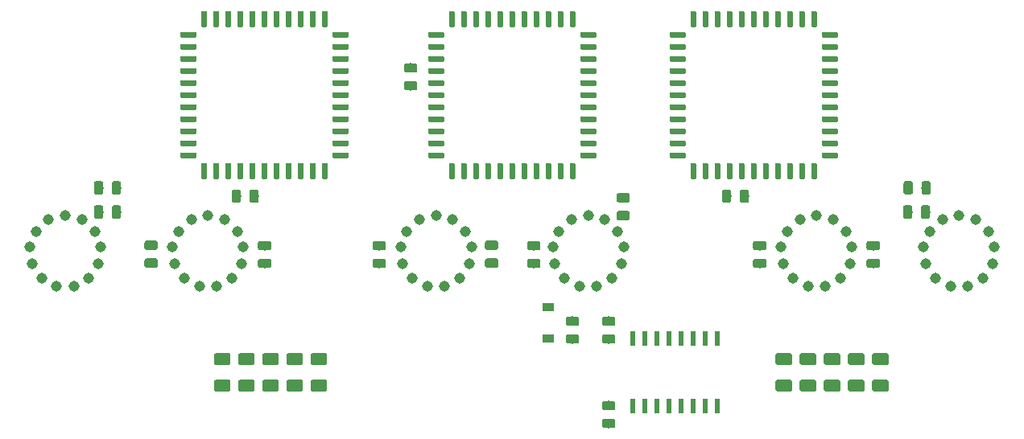
<source format=gbr>
G04 #@! TF.GenerationSoftware,KiCad,Pcbnew,(5.1.0-0)*
G04 #@! TF.CreationDate,2019-05-10T01:21:28-05:00*
G04 #@! TF.ProjectId,IN-16,494e2d31-362e-46b6-9963-61645f706362,rev?*
G04 #@! TF.SameCoordinates,Original*
G04 #@! TF.FileFunction,Paste,Bot*
G04 #@! TF.FilePolarity,Positive*
%FSLAX46Y46*%
G04 Gerber Fmt 4.6, Leading zero omitted, Abs format (unit mm)*
G04 Created by KiCad (PCBNEW (5.1.0-0)) date 2019-05-10 01:21:28*
%MOMM*%
%LPD*%
G04 APERTURE LIST*
%ADD10C,1.137920*%
%ADD11C,0.100000*%
%ADD12C,0.600000*%
%ADD13C,0.975000*%
%ADD14R,1.200000X0.900000*%
%ADD15R,0.600000X1.500000*%
%ADD16C,1.250000*%
G04 APERTURE END LIST*
D10*
X98232120Y-104145560D03*
X105252680Y-104145560D03*
X101742400Y-99060480D03*
X104831040Y-100683540D03*
X105468580Y-102362480D03*
X98653760Y-100683540D03*
X102639020Y-106459500D03*
X100845780Y-106459500D03*
X99253200Y-105623840D03*
X98016220Y-102362480D03*
X104231600Y-105623840D03*
X99999960Y-99492280D03*
X103484840Y-99492280D03*
X113232120Y-104145560D03*
X120252680Y-104145560D03*
X116742400Y-99060480D03*
X119831040Y-100683540D03*
X120468580Y-102362480D03*
X113653760Y-100683540D03*
X117639020Y-106459500D03*
X115845780Y-106459500D03*
X114253200Y-105623840D03*
X113016220Y-102362480D03*
X119231600Y-105623840D03*
X114999960Y-99492280D03*
X118484840Y-99492280D03*
X137232120Y-104145560D03*
X144252680Y-104145560D03*
X140742400Y-99060480D03*
X143831040Y-100683540D03*
X144468580Y-102362480D03*
X137653760Y-100683540D03*
X141639020Y-106459500D03*
X139845780Y-106459500D03*
X138253200Y-105623840D03*
X137016220Y-102362480D03*
X143231600Y-105623840D03*
X138999960Y-99492280D03*
X142484840Y-99492280D03*
X153232120Y-104145560D03*
X160252680Y-104145560D03*
X156742400Y-99060480D03*
X159831040Y-100683540D03*
X160468580Y-102362480D03*
X153653760Y-100683540D03*
X157639020Y-106459500D03*
X155845780Y-106459500D03*
X154253200Y-105623840D03*
X153016220Y-102362480D03*
X159231600Y-105623840D03*
X154999960Y-99492280D03*
X158484840Y-99492280D03*
X177232120Y-104145560D03*
X184252680Y-104145560D03*
X180742400Y-99060480D03*
X183831040Y-100683540D03*
X184468580Y-102362480D03*
X177653760Y-100683540D03*
X181639020Y-106459500D03*
X179845780Y-106459500D03*
X178253200Y-105623840D03*
X177016220Y-102362480D03*
X183231600Y-105623840D03*
X178999960Y-99492280D03*
X182484840Y-99492280D03*
X192232120Y-104145560D03*
X199252680Y-104145560D03*
X195742400Y-99060480D03*
X198831040Y-100683540D03*
X199468580Y-102362480D03*
X192653760Y-100683540D03*
X196639020Y-106459500D03*
X194845780Y-106459500D03*
X193253200Y-105623840D03*
X192016220Y-102362480D03*
X198231600Y-105623840D03*
X193999960Y-99492280D03*
X197484840Y-99492280D03*
D11*
G36*
X173037103Y-77485322D02*
G01*
X173051664Y-77487482D01*
X173065943Y-77491059D01*
X173079803Y-77496018D01*
X173093110Y-77502312D01*
X173105736Y-77509880D01*
X173117559Y-77518648D01*
X173128466Y-77528534D01*
X173138352Y-77539441D01*
X173147120Y-77551264D01*
X173154688Y-77563890D01*
X173160982Y-77577197D01*
X173165941Y-77591057D01*
X173169518Y-77605336D01*
X173171678Y-77619897D01*
X173172400Y-77634600D01*
X173172400Y-79034600D01*
X173171678Y-79049303D01*
X173169518Y-79063864D01*
X173165941Y-79078143D01*
X173160982Y-79092003D01*
X173154688Y-79105310D01*
X173147120Y-79117936D01*
X173138352Y-79129759D01*
X173128466Y-79140666D01*
X173117559Y-79150552D01*
X173105736Y-79159320D01*
X173093110Y-79166888D01*
X173079803Y-79173182D01*
X173065943Y-79178141D01*
X173051664Y-79181718D01*
X173037103Y-79183878D01*
X173022400Y-79184600D01*
X172722400Y-79184600D01*
X172707697Y-79183878D01*
X172693136Y-79181718D01*
X172678857Y-79178141D01*
X172664997Y-79173182D01*
X172651690Y-79166888D01*
X172639064Y-79159320D01*
X172627241Y-79150552D01*
X172616334Y-79140666D01*
X172606448Y-79129759D01*
X172597680Y-79117936D01*
X172590112Y-79105310D01*
X172583818Y-79092003D01*
X172578859Y-79078143D01*
X172575282Y-79063864D01*
X172573122Y-79049303D01*
X172572400Y-79034600D01*
X172572400Y-77634600D01*
X172573122Y-77619897D01*
X172575282Y-77605336D01*
X172578859Y-77591057D01*
X172583818Y-77577197D01*
X172590112Y-77563890D01*
X172597680Y-77551264D01*
X172606448Y-77539441D01*
X172616334Y-77528534D01*
X172627241Y-77518648D01*
X172639064Y-77509880D01*
X172651690Y-77502312D01*
X172664997Y-77496018D01*
X172678857Y-77491059D01*
X172693136Y-77487482D01*
X172707697Y-77485322D01*
X172722400Y-77484600D01*
X173022400Y-77484600D01*
X173037103Y-77485322D01*
X173037103Y-77485322D01*
G37*
D12*
X172872400Y-78334600D03*
D11*
G36*
X171767103Y-77485322D02*
G01*
X171781664Y-77487482D01*
X171795943Y-77491059D01*
X171809803Y-77496018D01*
X171823110Y-77502312D01*
X171835736Y-77509880D01*
X171847559Y-77518648D01*
X171858466Y-77528534D01*
X171868352Y-77539441D01*
X171877120Y-77551264D01*
X171884688Y-77563890D01*
X171890982Y-77577197D01*
X171895941Y-77591057D01*
X171899518Y-77605336D01*
X171901678Y-77619897D01*
X171902400Y-77634600D01*
X171902400Y-79034600D01*
X171901678Y-79049303D01*
X171899518Y-79063864D01*
X171895941Y-79078143D01*
X171890982Y-79092003D01*
X171884688Y-79105310D01*
X171877120Y-79117936D01*
X171868352Y-79129759D01*
X171858466Y-79140666D01*
X171847559Y-79150552D01*
X171835736Y-79159320D01*
X171823110Y-79166888D01*
X171809803Y-79173182D01*
X171795943Y-79178141D01*
X171781664Y-79181718D01*
X171767103Y-79183878D01*
X171752400Y-79184600D01*
X171452400Y-79184600D01*
X171437697Y-79183878D01*
X171423136Y-79181718D01*
X171408857Y-79178141D01*
X171394997Y-79173182D01*
X171381690Y-79166888D01*
X171369064Y-79159320D01*
X171357241Y-79150552D01*
X171346334Y-79140666D01*
X171336448Y-79129759D01*
X171327680Y-79117936D01*
X171320112Y-79105310D01*
X171313818Y-79092003D01*
X171308859Y-79078143D01*
X171305282Y-79063864D01*
X171303122Y-79049303D01*
X171302400Y-79034600D01*
X171302400Y-77634600D01*
X171303122Y-77619897D01*
X171305282Y-77605336D01*
X171308859Y-77591057D01*
X171313818Y-77577197D01*
X171320112Y-77563890D01*
X171327680Y-77551264D01*
X171336448Y-77539441D01*
X171346334Y-77528534D01*
X171357241Y-77518648D01*
X171369064Y-77509880D01*
X171381690Y-77502312D01*
X171394997Y-77496018D01*
X171408857Y-77491059D01*
X171423136Y-77487482D01*
X171437697Y-77485322D01*
X171452400Y-77484600D01*
X171752400Y-77484600D01*
X171767103Y-77485322D01*
X171767103Y-77485322D01*
G37*
D12*
X171602400Y-78334600D03*
D11*
G36*
X170497103Y-77485322D02*
G01*
X170511664Y-77487482D01*
X170525943Y-77491059D01*
X170539803Y-77496018D01*
X170553110Y-77502312D01*
X170565736Y-77509880D01*
X170577559Y-77518648D01*
X170588466Y-77528534D01*
X170598352Y-77539441D01*
X170607120Y-77551264D01*
X170614688Y-77563890D01*
X170620982Y-77577197D01*
X170625941Y-77591057D01*
X170629518Y-77605336D01*
X170631678Y-77619897D01*
X170632400Y-77634600D01*
X170632400Y-79034600D01*
X170631678Y-79049303D01*
X170629518Y-79063864D01*
X170625941Y-79078143D01*
X170620982Y-79092003D01*
X170614688Y-79105310D01*
X170607120Y-79117936D01*
X170598352Y-79129759D01*
X170588466Y-79140666D01*
X170577559Y-79150552D01*
X170565736Y-79159320D01*
X170553110Y-79166888D01*
X170539803Y-79173182D01*
X170525943Y-79178141D01*
X170511664Y-79181718D01*
X170497103Y-79183878D01*
X170482400Y-79184600D01*
X170182400Y-79184600D01*
X170167697Y-79183878D01*
X170153136Y-79181718D01*
X170138857Y-79178141D01*
X170124997Y-79173182D01*
X170111690Y-79166888D01*
X170099064Y-79159320D01*
X170087241Y-79150552D01*
X170076334Y-79140666D01*
X170066448Y-79129759D01*
X170057680Y-79117936D01*
X170050112Y-79105310D01*
X170043818Y-79092003D01*
X170038859Y-79078143D01*
X170035282Y-79063864D01*
X170033122Y-79049303D01*
X170032400Y-79034600D01*
X170032400Y-77634600D01*
X170033122Y-77619897D01*
X170035282Y-77605336D01*
X170038859Y-77591057D01*
X170043818Y-77577197D01*
X170050112Y-77563890D01*
X170057680Y-77551264D01*
X170066448Y-77539441D01*
X170076334Y-77528534D01*
X170087241Y-77518648D01*
X170099064Y-77509880D01*
X170111690Y-77502312D01*
X170124997Y-77496018D01*
X170138857Y-77491059D01*
X170153136Y-77487482D01*
X170167697Y-77485322D01*
X170182400Y-77484600D01*
X170482400Y-77484600D01*
X170497103Y-77485322D01*
X170497103Y-77485322D01*
G37*
D12*
X170332400Y-78334600D03*
D11*
G36*
X169227103Y-77485322D02*
G01*
X169241664Y-77487482D01*
X169255943Y-77491059D01*
X169269803Y-77496018D01*
X169283110Y-77502312D01*
X169295736Y-77509880D01*
X169307559Y-77518648D01*
X169318466Y-77528534D01*
X169328352Y-77539441D01*
X169337120Y-77551264D01*
X169344688Y-77563890D01*
X169350982Y-77577197D01*
X169355941Y-77591057D01*
X169359518Y-77605336D01*
X169361678Y-77619897D01*
X169362400Y-77634600D01*
X169362400Y-79034600D01*
X169361678Y-79049303D01*
X169359518Y-79063864D01*
X169355941Y-79078143D01*
X169350982Y-79092003D01*
X169344688Y-79105310D01*
X169337120Y-79117936D01*
X169328352Y-79129759D01*
X169318466Y-79140666D01*
X169307559Y-79150552D01*
X169295736Y-79159320D01*
X169283110Y-79166888D01*
X169269803Y-79173182D01*
X169255943Y-79178141D01*
X169241664Y-79181718D01*
X169227103Y-79183878D01*
X169212400Y-79184600D01*
X168912400Y-79184600D01*
X168897697Y-79183878D01*
X168883136Y-79181718D01*
X168868857Y-79178141D01*
X168854997Y-79173182D01*
X168841690Y-79166888D01*
X168829064Y-79159320D01*
X168817241Y-79150552D01*
X168806334Y-79140666D01*
X168796448Y-79129759D01*
X168787680Y-79117936D01*
X168780112Y-79105310D01*
X168773818Y-79092003D01*
X168768859Y-79078143D01*
X168765282Y-79063864D01*
X168763122Y-79049303D01*
X168762400Y-79034600D01*
X168762400Y-77634600D01*
X168763122Y-77619897D01*
X168765282Y-77605336D01*
X168768859Y-77591057D01*
X168773818Y-77577197D01*
X168780112Y-77563890D01*
X168787680Y-77551264D01*
X168796448Y-77539441D01*
X168806334Y-77528534D01*
X168817241Y-77518648D01*
X168829064Y-77509880D01*
X168841690Y-77502312D01*
X168854997Y-77496018D01*
X168868857Y-77491059D01*
X168883136Y-77487482D01*
X168897697Y-77485322D01*
X168912400Y-77484600D01*
X169212400Y-77484600D01*
X169227103Y-77485322D01*
X169227103Y-77485322D01*
G37*
D12*
X169062400Y-78334600D03*
D11*
G36*
X167957103Y-77485322D02*
G01*
X167971664Y-77487482D01*
X167985943Y-77491059D01*
X167999803Y-77496018D01*
X168013110Y-77502312D01*
X168025736Y-77509880D01*
X168037559Y-77518648D01*
X168048466Y-77528534D01*
X168058352Y-77539441D01*
X168067120Y-77551264D01*
X168074688Y-77563890D01*
X168080982Y-77577197D01*
X168085941Y-77591057D01*
X168089518Y-77605336D01*
X168091678Y-77619897D01*
X168092400Y-77634600D01*
X168092400Y-79034600D01*
X168091678Y-79049303D01*
X168089518Y-79063864D01*
X168085941Y-79078143D01*
X168080982Y-79092003D01*
X168074688Y-79105310D01*
X168067120Y-79117936D01*
X168058352Y-79129759D01*
X168048466Y-79140666D01*
X168037559Y-79150552D01*
X168025736Y-79159320D01*
X168013110Y-79166888D01*
X167999803Y-79173182D01*
X167985943Y-79178141D01*
X167971664Y-79181718D01*
X167957103Y-79183878D01*
X167942400Y-79184600D01*
X167642400Y-79184600D01*
X167627697Y-79183878D01*
X167613136Y-79181718D01*
X167598857Y-79178141D01*
X167584997Y-79173182D01*
X167571690Y-79166888D01*
X167559064Y-79159320D01*
X167547241Y-79150552D01*
X167536334Y-79140666D01*
X167526448Y-79129759D01*
X167517680Y-79117936D01*
X167510112Y-79105310D01*
X167503818Y-79092003D01*
X167498859Y-79078143D01*
X167495282Y-79063864D01*
X167493122Y-79049303D01*
X167492400Y-79034600D01*
X167492400Y-77634600D01*
X167493122Y-77619897D01*
X167495282Y-77605336D01*
X167498859Y-77591057D01*
X167503818Y-77577197D01*
X167510112Y-77563890D01*
X167517680Y-77551264D01*
X167526448Y-77539441D01*
X167536334Y-77528534D01*
X167547241Y-77518648D01*
X167559064Y-77509880D01*
X167571690Y-77502312D01*
X167584997Y-77496018D01*
X167598857Y-77491059D01*
X167613136Y-77487482D01*
X167627697Y-77485322D01*
X167642400Y-77484600D01*
X167942400Y-77484600D01*
X167957103Y-77485322D01*
X167957103Y-77485322D01*
G37*
D12*
X167792400Y-78334600D03*
D11*
G36*
X166857103Y-79685322D02*
G01*
X166871664Y-79687482D01*
X166885943Y-79691059D01*
X166899803Y-79696018D01*
X166913110Y-79702312D01*
X166925736Y-79709880D01*
X166937559Y-79718648D01*
X166948466Y-79728534D01*
X166958352Y-79739441D01*
X166967120Y-79751264D01*
X166974688Y-79763890D01*
X166980982Y-79777197D01*
X166985941Y-79791057D01*
X166989518Y-79805336D01*
X166991678Y-79819897D01*
X166992400Y-79834600D01*
X166992400Y-80134600D01*
X166991678Y-80149303D01*
X166989518Y-80163864D01*
X166985941Y-80178143D01*
X166980982Y-80192003D01*
X166974688Y-80205310D01*
X166967120Y-80217936D01*
X166958352Y-80229759D01*
X166948466Y-80240666D01*
X166937559Y-80250552D01*
X166925736Y-80259320D01*
X166913110Y-80266888D01*
X166899803Y-80273182D01*
X166885943Y-80278141D01*
X166871664Y-80281718D01*
X166857103Y-80283878D01*
X166842400Y-80284600D01*
X165442400Y-80284600D01*
X165427697Y-80283878D01*
X165413136Y-80281718D01*
X165398857Y-80278141D01*
X165384997Y-80273182D01*
X165371690Y-80266888D01*
X165359064Y-80259320D01*
X165347241Y-80250552D01*
X165336334Y-80240666D01*
X165326448Y-80229759D01*
X165317680Y-80217936D01*
X165310112Y-80205310D01*
X165303818Y-80192003D01*
X165298859Y-80178143D01*
X165295282Y-80163864D01*
X165293122Y-80149303D01*
X165292400Y-80134600D01*
X165292400Y-79834600D01*
X165293122Y-79819897D01*
X165295282Y-79805336D01*
X165298859Y-79791057D01*
X165303818Y-79777197D01*
X165310112Y-79763890D01*
X165317680Y-79751264D01*
X165326448Y-79739441D01*
X165336334Y-79728534D01*
X165347241Y-79718648D01*
X165359064Y-79709880D01*
X165371690Y-79702312D01*
X165384997Y-79696018D01*
X165398857Y-79691059D01*
X165413136Y-79687482D01*
X165427697Y-79685322D01*
X165442400Y-79684600D01*
X166842400Y-79684600D01*
X166857103Y-79685322D01*
X166857103Y-79685322D01*
G37*
D12*
X166142400Y-79984600D03*
D11*
G36*
X166857103Y-80955322D02*
G01*
X166871664Y-80957482D01*
X166885943Y-80961059D01*
X166899803Y-80966018D01*
X166913110Y-80972312D01*
X166925736Y-80979880D01*
X166937559Y-80988648D01*
X166948466Y-80998534D01*
X166958352Y-81009441D01*
X166967120Y-81021264D01*
X166974688Y-81033890D01*
X166980982Y-81047197D01*
X166985941Y-81061057D01*
X166989518Y-81075336D01*
X166991678Y-81089897D01*
X166992400Y-81104600D01*
X166992400Y-81404600D01*
X166991678Y-81419303D01*
X166989518Y-81433864D01*
X166985941Y-81448143D01*
X166980982Y-81462003D01*
X166974688Y-81475310D01*
X166967120Y-81487936D01*
X166958352Y-81499759D01*
X166948466Y-81510666D01*
X166937559Y-81520552D01*
X166925736Y-81529320D01*
X166913110Y-81536888D01*
X166899803Y-81543182D01*
X166885943Y-81548141D01*
X166871664Y-81551718D01*
X166857103Y-81553878D01*
X166842400Y-81554600D01*
X165442400Y-81554600D01*
X165427697Y-81553878D01*
X165413136Y-81551718D01*
X165398857Y-81548141D01*
X165384997Y-81543182D01*
X165371690Y-81536888D01*
X165359064Y-81529320D01*
X165347241Y-81520552D01*
X165336334Y-81510666D01*
X165326448Y-81499759D01*
X165317680Y-81487936D01*
X165310112Y-81475310D01*
X165303818Y-81462003D01*
X165298859Y-81448143D01*
X165295282Y-81433864D01*
X165293122Y-81419303D01*
X165292400Y-81404600D01*
X165292400Y-81104600D01*
X165293122Y-81089897D01*
X165295282Y-81075336D01*
X165298859Y-81061057D01*
X165303818Y-81047197D01*
X165310112Y-81033890D01*
X165317680Y-81021264D01*
X165326448Y-81009441D01*
X165336334Y-80998534D01*
X165347241Y-80988648D01*
X165359064Y-80979880D01*
X165371690Y-80972312D01*
X165384997Y-80966018D01*
X165398857Y-80961059D01*
X165413136Y-80957482D01*
X165427697Y-80955322D01*
X165442400Y-80954600D01*
X166842400Y-80954600D01*
X166857103Y-80955322D01*
X166857103Y-80955322D01*
G37*
D12*
X166142400Y-81254600D03*
D11*
G36*
X166857103Y-82225322D02*
G01*
X166871664Y-82227482D01*
X166885943Y-82231059D01*
X166899803Y-82236018D01*
X166913110Y-82242312D01*
X166925736Y-82249880D01*
X166937559Y-82258648D01*
X166948466Y-82268534D01*
X166958352Y-82279441D01*
X166967120Y-82291264D01*
X166974688Y-82303890D01*
X166980982Y-82317197D01*
X166985941Y-82331057D01*
X166989518Y-82345336D01*
X166991678Y-82359897D01*
X166992400Y-82374600D01*
X166992400Y-82674600D01*
X166991678Y-82689303D01*
X166989518Y-82703864D01*
X166985941Y-82718143D01*
X166980982Y-82732003D01*
X166974688Y-82745310D01*
X166967120Y-82757936D01*
X166958352Y-82769759D01*
X166948466Y-82780666D01*
X166937559Y-82790552D01*
X166925736Y-82799320D01*
X166913110Y-82806888D01*
X166899803Y-82813182D01*
X166885943Y-82818141D01*
X166871664Y-82821718D01*
X166857103Y-82823878D01*
X166842400Y-82824600D01*
X165442400Y-82824600D01*
X165427697Y-82823878D01*
X165413136Y-82821718D01*
X165398857Y-82818141D01*
X165384997Y-82813182D01*
X165371690Y-82806888D01*
X165359064Y-82799320D01*
X165347241Y-82790552D01*
X165336334Y-82780666D01*
X165326448Y-82769759D01*
X165317680Y-82757936D01*
X165310112Y-82745310D01*
X165303818Y-82732003D01*
X165298859Y-82718143D01*
X165295282Y-82703864D01*
X165293122Y-82689303D01*
X165292400Y-82674600D01*
X165292400Y-82374600D01*
X165293122Y-82359897D01*
X165295282Y-82345336D01*
X165298859Y-82331057D01*
X165303818Y-82317197D01*
X165310112Y-82303890D01*
X165317680Y-82291264D01*
X165326448Y-82279441D01*
X165336334Y-82268534D01*
X165347241Y-82258648D01*
X165359064Y-82249880D01*
X165371690Y-82242312D01*
X165384997Y-82236018D01*
X165398857Y-82231059D01*
X165413136Y-82227482D01*
X165427697Y-82225322D01*
X165442400Y-82224600D01*
X166842400Y-82224600D01*
X166857103Y-82225322D01*
X166857103Y-82225322D01*
G37*
D12*
X166142400Y-82524600D03*
D11*
G36*
X166857103Y-83495322D02*
G01*
X166871664Y-83497482D01*
X166885943Y-83501059D01*
X166899803Y-83506018D01*
X166913110Y-83512312D01*
X166925736Y-83519880D01*
X166937559Y-83528648D01*
X166948466Y-83538534D01*
X166958352Y-83549441D01*
X166967120Y-83561264D01*
X166974688Y-83573890D01*
X166980982Y-83587197D01*
X166985941Y-83601057D01*
X166989518Y-83615336D01*
X166991678Y-83629897D01*
X166992400Y-83644600D01*
X166992400Y-83944600D01*
X166991678Y-83959303D01*
X166989518Y-83973864D01*
X166985941Y-83988143D01*
X166980982Y-84002003D01*
X166974688Y-84015310D01*
X166967120Y-84027936D01*
X166958352Y-84039759D01*
X166948466Y-84050666D01*
X166937559Y-84060552D01*
X166925736Y-84069320D01*
X166913110Y-84076888D01*
X166899803Y-84083182D01*
X166885943Y-84088141D01*
X166871664Y-84091718D01*
X166857103Y-84093878D01*
X166842400Y-84094600D01*
X165442400Y-84094600D01*
X165427697Y-84093878D01*
X165413136Y-84091718D01*
X165398857Y-84088141D01*
X165384997Y-84083182D01*
X165371690Y-84076888D01*
X165359064Y-84069320D01*
X165347241Y-84060552D01*
X165336334Y-84050666D01*
X165326448Y-84039759D01*
X165317680Y-84027936D01*
X165310112Y-84015310D01*
X165303818Y-84002003D01*
X165298859Y-83988143D01*
X165295282Y-83973864D01*
X165293122Y-83959303D01*
X165292400Y-83944600D01*
X165292400Y-83644600D01*
X165293122Y-83629897D01*
X165295282Y-83615336D01*
X165298859Y-83601057D01*
X165303818Y-83587197D01*
X165310112Y-83573890D01*
X165317680Y-83561264D01*
X165326448Y-83549441D01*
X165336334Y-83538534D01*
X165347241Y-83528648D01*
X165359064Y-83519880D01*
X165371690Y-83512312D01*
X165384997Y-83506018D01*
X165398857Y-83501059D01*
X165413136Y-83497482D01*
X165427697Y-83495322D01*
X165442400Y-83494600D01*
X166842400Y-83494600D01*
X166857103Y-83495322D01*
X166857103Y-83495322D01*
G37*
D12*
X166142400Y-83794600D03*
D11*
G36*
X166857103Y-84765322D02*
G01*
X166871664Y-84767482D01*
X166885943Y-84771059D01*
X166899803Y-84776018D01*
X166913110Y-84782312D01*
X166925736Y-84789880D01*
X166937559Y-84798648D01*
X166948466Y-84808534D01*
X166958352Y-84819441D01*
X166967120Y-84831264D01*
X166974688Y-84843890D01*
X166980982Y-84857197D01*
X166985941Y-84871057D01*
X166989518Y-84885336D01*
X166991678Y-84899897D01*
X166992400Y-84914600D01*
X166992400Y-85214600D01*
X166991678Y-85229303D01*
X166989518Y-85243864D01*
X166985941Y-85258143D01*
X166980982Y-85272003D01*
X166974688Y-85285310D01*
X166967120Y-85297936D01*
X166958352Y-85309759D01*
X166948466Y-85320666D01*
X166937559Y-85330552D01*
X166925736Y-85339320D01*
X166913110Y-85346888D01*
X166899803Y-85353182D01*
X166885943Y-85358141D01*
X166871664Y-85361718D01*
X166857103Y-85363878D01*
X166842400Y-85364600D01*
X165442400Y-85364600D01*
X165427697Y-85363878D01*
X165413136Y-85361718D01*
X165398857Y-85358141D01*
X165384997Y-85353182D01*
X165371690Y-85346888D01*
X165359064Y-85339320D01*
X165347241Y-85330552D01*
X165336334Y-85320666D01*
X165326448Y-85309759D01*
X165317680Y-85297936D01*
X165310112Y-85285310D01*
X165303818Y-85272003D01*
X165298859Y-85258143D01*
X165295282Y-85243864D01*
X165293122Y-85229303D01*
X165292400Y-85214600D01*
X165292400Y-84914600D01*
X165293122Y-84899897D01*
X165295282Y-84885336D01*
X165298859Y-84871057D01*
X165303818Y-84857197D01*
X165310112Y-84843890D01*
X165317680Y-84831264D01*
X165326448Y-84819441D01*
X165336334Y-84808534D01*
X165347241Y-84798648D01*
X165359064Y-84789880D01*
X165371690Y-84782312D01*
X165384997Y-84776018D01*
X165398857Y-84771059D01*
X165413136Y-84767482D01*
X165427697Y-84765322D01*
X165442400Y-84764600D01*
X166842400Y-84764600D01*
X166857103Y-84765322D01*
X166857103Y-84765322D01*
G37*
D12*
X166142400Y-85064600D03*
D11*
G36*
X166857103Y-86035322D02*
G01*
X166871664Y-86037482D01*
X166885943Y-86041059D01*
X166899803Y-86046018D01*
X166913110Y-86052312D01*
X166925736Y-86059880D01*
X166937559Y-86068648D01*
X166948466Y-86078534D01*
X166958352Y-86089441D01*
X166967120Y-86101264D01*
X166974688Y-86113890D01*
X166980982Y-86127197D01*
X166985941Y-86141057D01*
X166989518Y-86155336D01*
X166991678Y-86169897D01*
X166992400Y-86184600D01*
X166992400Y-86484600D01*
X166991678Y-86499303D01*
X166989518Y-86513864D01*
X166985941Y-86528143D01*
X166980982Y-86542003D01*
X166974688Y-86555310D01*
X166967120Y-86567936D01*
X166958352Y-86579759D01*
X166948466Y-86590666D01*
X166937559Y-86600552D01*
X166925736Y-86609320D01*
X166913110Y-86616888D01*
X166899803Y-86623182D01*
X166885943Y-86628141D01*
X166871664Y-86631718D01*
X166857103Y-86633878D01*
X166842400Y-86634600D01*
X165442400Y-86634600D01*
X165427697Y-86633878D01*
X165413136Y-86631718D01*
X165398857Y-86628141D01*
X165384997Y-86623182D01*
X165371690Y-86616888D01*
X165359064Y-86609320D01*
X165347241Y-86600552D01*
X165336334Y-86590666D01*
X165326448Y-86579759D01*
X165317680Y-86567936D01*
X165310112Y-86555310D01*
X165303818Y-86542003D01*
X165298859Y-86528143D01*
X165295282Y-86513864D01*
X165293122Y-86499303D01*
X165292400Y-86484600D01*
X165292400Y-86184600D01*
X165293122Y-86169897D01*
X165295282Y-86155336D01*
X165298859Y-86141057D01*
X165303818Y-86127197D01*
X165310112Y-86113890D01*
X165317680Y-86101264D01*
X165326448Y-86089441D01*
X165336334Y-86078534D01*
X165347241Y-86068648D01*
X165359064Y-86059880D01*
X165371690Y-86052312D01*
X165384997Y-86046018D01*
X165398857Y-86041059D01*
X165413136Y-86037482D01*
X165427697Y-86035322D01*
X165442400Y-86034600D01*
X166842400Y-86034600D01*
X166857103Y-86035322D01*
X166857103Y-86035322D01*
G37*
D12*
X166142400Y-86334600D03*
D11*
G36*
X166857103Y-87305322D02*
G01*
X166871664Y-87307482D01*
X166885943Y-87311059D01*
X166899803Y-87316018D01*
X166913110Y-87322312D01*
X166925736Y-87329880D01*
X166937559Y-87338648D01*
X166948466Y-87348534D01*
X166958352Y-87359441D01*
X166967120Y-87371264D01*
X166974688Y-87383890D01*
X166980982Y-87397197D01*
X166985941Y-87411057D01*
X166989518Y-87425336D01*
X166991678Y-87439897D01*
X166992400Y-87454600D01*
X166992400Y-87754600D01*
X166991678Y-87769303D01*
X166989518Y-87783864D01*
X166985941Y-87798143D01*
X166980982Y-87812003D01*
X166974688Y-87825310D01*
X166967120Y-87837936D01*
X166958352Y-87849759D01*
X166948466Y-87860666D01*
X166937559Y-87870552D01*
X166925736Y-87879320D01*
X166913110Y-87886888D01*
X166899803Y-87893182D01*
X166885943Y-87898141D01*
X166871664Y-87901718D01*
X166857103Y-87903878D01*
X166842400Y-87904600D01*
X165442400Y-87904600D01*
X165427697Y-87903878D01*
X165413136Y-87901718D01*
X165398857Y-87898141D01*
X165384997Y-87893182D01*
X165371690Y-87886888D01*
X165359064Y-87879320D01*
X165347241Y-87870552D01*
X165336334Y-87860666D01*
X165326448Y-87849759D01*
X165317680Y-87837936D01*
X165310112Y-87825310D01*
X165303818Y-87812003D01*
X165298859Y-87798143D01*
X165295282Y-87783864D01*
X165293122Y-87769303D01*
X165292400Y-87754600D01*
X165292400Y-87454600D01*
X165293122Y-87439897D01*
X165295282Y-87425336D01*
X165298859Y-87411057D01*
X165303818Y-87397197D01*
X165310112Y-87383890D01*
X165317680Y-87371264D01*
X165326448Y-87359441D01*
X165336334Y-87348534D01*
X165347241Y-87338648D01*
X165359064Y-87329880D01*
X165371690Y-87322312D01*
X165384997Y-87316018D01*
X165398857Y-87311059D01*
X165413136Y-87307482D01*
X165427697Y-87305322D01*
X165442400Y-87304600D01*
X166842400Y-87304600D01*
X166857103Y-87305322D01*
X166857103Y-87305322D01*
G37*
D12*
X166142400Y-87604600D03*
D11*
G36*
X166857103Y-88575322D02*
G01*
X166871664Y-88577482D01*
X166885943Y-88581059D01*
X166899803Y-88586018D01*
X166913110Y-88592312D01*
X166925736Y-88599880D01*
X166937559Y-88608648D01*
X166948466Y-88618534D01*
X166958352Y-88629441D01*
X166967120Y-88641264D01*
X166974688Y-88653890D01*
X166980982Y-88667197D01*
X166985941Y-88681057D01*
X166989518Y-88695336D01*
X166991678Y-88709897D01*
X166992400Y-88724600D01*
X166992400Y-89024600D01*
X166991678Y-89039303D01*
X166989518Y-89053864D01*
X166985941Y-89068143D01*
X166980982Y-89082003D01*
X166974688Y-89095310D01*
X166967120Y-89107936D01*
X166958352Y-89119759D01*
X166948466Y-89130666D01*
X166937559Y-89140552D01*
X166925736Y-89149320D01*
X166913110Y-89156888D01*
X166899803Y-89163182D01*
X166885943Y-89168141D01*
X166871664Y-89171718D01*
X166857103Y-89173878D01*
X166842400Y-89174600D01*
X165442400Y-89174600D01*
X165427697Y-89173878D01*
X165413136Y-89171718D01*
X165398857Y-89168141D01*
X165384997Y-89163182D01*
X165371690Y-89156888D01*
X165359064Y-89149320D01*
X165347241Y-89140552D01*
X165336334Y-89130666D01*
X165326448Y-89119759D01*
X165317680Y-89107936D01*
X165310112Y-89095310D01*
X165303818Y-89082003D01*
X165298859Y-89068143D01*
X165295282Y-89053864D01*
X165293122Y-89039303D01*
X165292400Y-89024600D01*
X165292400Y-88724600D01*
X165293122Y-88709897D01*
X165295282Y-88695336D01*
X165298859Y-88681057D01*
X165303818Y-88667197D01*
X165310112Y-88653890D01*
X165317680Y-88641264D01*
X165326448Y-88629441D01*
X165336334Y-88618534D01*
X165347241Y-88608648D01*
X165359064Y-88599880D01*
X165371690Y-88592312D01*
X165384997Y-88586018D01*
X165398857Y-88581059D01*
X165413136Y-88577482D01*
X165427697Y-88575322D01*
X165442400Y-88574600D01*
X166842400Y-88574600D01*
X166857103Y-88575322D01*
X166857103Y-88575322D01*
G37*
D12*
X166142400Y-88874600D03*
D11*
G36*
X166857103Y-89845322D02*
G01*
X166871664Y-89847482D01*
X166885943Y-89851059D01*
X166899803Y-89856018D01*
X166913110Y-89862312D01*
X166925736Y-89869880D01*
X166937559Y-89878648D01*
X166948466Y-89888534D01*
X166958352Y-89899441D01*
X166967120Y-89911264D01*
X166974688Y-89923890D01*
X166980982Y-89937197D01*
X166985941Y-89951057D01*
X166989518Y-89965336D01*
X166991678Y-89979897D01*
X166992400Y-89994600D01*
X166992400Y-90294600D01*
X166991678Y-90309303D01*
X166989518Y-90323864D01*
X166985941Y-90338143D01*
X166980982Y-90352003D01*
X166974688Y-90365310D01*
X166967120Y-90377936D01*
X166958352Y-90389759D01*
X166948466Y-90400666D01*
X166937559Y-90410552D01*
X166925736Y-90419320D01*
X166913110Y-90426888D01*
X166899803Y-90433182D01*
X166885943Y-90438141D01*
X166871664Y-90441718D01*
X166857103Y-90443878D01*
X166842400Y-90444600D01*
X165442400Y-90444600D01*
X165427697Y-90443878D01*
X165413136Y-90441718D01*
X165398857Y-90438141D01*
X165384997Y-90433182D01*
X165371690Y-90426888D01*
X165359064Y-90419320D01*
X165347241Y-90410552D01*
X165336334Y-90400666D01*
X165326448Y-90389759D01*
X165317680Y-90377936D01*
X165310112Y-90365310D01*
X165303818Y-90352003D01*
X165298859Y-90338143D01*
X165295282Y-90323864D01*
X165293122Y-90309303D01*
X165292400Y-90294600D01*
X165292400Y-89994600D01*
X165293122Y-89979897D01*
X165295282Y-89965336D01*
X165298859Y-89951057D01*
X165303818Y-89937197D01*
X165310112Y-89923890D01*
X165317680Y-89911264D01*
X165326448Y-89899441D01*
X165336334Y-89888534D01*
X165347241Y-89878648D01*
X165359064Y-89869880D01*
X165371690Y-89862312D01*
X165384997Y-89856018D01*
X165398857Y-89851059D01*
X165413136Y-89847482D01*
X165427697Y-89845322D01*
X165442400Y-89844600D01*
X166842400Y-89844600D01*
X166857103Y-89845322D01*
X166857103Y-89845322D01*
G37*
D12*
X166142400Y-90144600D03*
D11*
G36*
X166857103Y-91115322D02*
G01*
X166871664Y-91117482D01*
X166885943Y-91121059D01*
X166899803Y-91126018D01*
X166913110Y-91132312D01*
X166925736Y-91139880D01*
X166937559Y-91148648D01*
X166948466Y-91158534D01*
X166958352Y-91169441D01*
X166967120Y-91181264D01*
X166974688Y-91193890D01*
X166980982Y-91207197D01*
X166985941Y-91221057D01*
X166989518Y-91235336D01*
X166991678Y-91249897D01*
X166992400Y-91264600D01*
X166992400Y-91564600D01*
X166991678Y-91579303D01*
X166989518Y-91593864D01*
X166985941Y-91608143D01*
X166980982Y-91622003D01*
X166974688Y-91635310D01*
X166967120Y-91647936D01*
X166958352Y-91659759D01*
X166948466Y-91670666D01*
X166937559Y-91680552D01*
X166925736Y-91689320D01*
X166913110Y-91696888D01*
X166899803Y-91703182D01*
X166885943Y-91708141D01*
X166871664Y-91711718D01*
X166857103Y-91713878D01*
X166842400Y-91714600D01*
X165442400Y-91714600D01*
X165427697Y-91713878D01*
X165413136Y-91711718D01*
X165398857Y-91708141D01*
X165384997Y-91703182D01*
X165371690Y-91696888D01*
X165359064Y-91689320D01*
X165347241Y-91680552D01*
X165336334Y-91670666D01*
X165326448Y-91659759D01*
X165317680Y-91647936D01*
X165310112Y-91635310D01*
X165303818Y-91622003D01*
X165298859Y-91608143D01*
X165295282Y-91593864D01*
X165293122Y-91579303D01*
X165292400Y-91564600D01*
X165292400Y-91264600D01*
X165293122Y-91249897D01*
X165295282Y-91235336D01*
X165298859Y-91221057D01*
X165303818Y-91207197D01*
X165310112Y-91193890D01*
X165317680Y-91181264D01*
X165326448Y-91169441D01*
X165336334Y-91158534D01*
X165347241Y-91148648D01*
X165359064Y-91139880D01*
X165371690Y-91132312D01*
X165384997Y-91126018D01*
X165398857Y-91121059D01*
X165413136Y-91117482D01*
X165427697Y-91115322D01*
X165442400Y-91114600D01*
X166842400Y-91114600D01*
X166857103Y-91115322D01*
X166857103Y-91115322D01*
G37*
D12*
X166142400Y-91414600D03*
D11*
G36*
X166857103Y-92385322D02*
G01*
X166871664Y-92387482D01*
X166885943Y-92391059D01*
X166899803Y-92396018D01*
X166913110Y-92402312D01*
X166925736Y-92409880D01*
X166937559Y-92418648D01*
X166948466Y-92428534D01*
X166958352Y-92439441D01*
X166967120Y-92451264D01*
X166974688Y-92463890D01*
X166980982Y-92477197D01*
X166985941Y-92491057D01*
X166989518Y-92505336D01*
X166991678Y-92519897D01*
X166992400Y-92534600D01*
X166992400Y-92834600D01*
X166991678Y-92849303D01*
X166989518Y-92863864D01*
X166985941Y-92878143D01*
X166980982Y-92892003D01*
X166974688Y-92905310D01*
X166967120Y-92917936D01*
X166958352Y-92929759D01*
X166948466Y-92940666D01*
X166937559Y-92950552D01*
X166925736Y-92959320D01*
X166913110Y-92966888D01*
X166899803Y-92973182D01*
X166885943Y-92978141D01*
X166871664Y-92981718D01*
X166857103Y-92983878D01*
X166842400Y-92984600D01*
X165442400Y-92984600D01*
X165427697Y-92983878D01*
X165413136Y-92981718D01*
X165398857Y-92978141D01*
X165384997Y-92973182D01*
X165371690Y-92966888D01*
X165359064Y-92959320D01*
X165347241Y-92950552D01*
X165336334Y-92940666D01*
X165326448Y-92929759D01*
X165317680Y-92917936D01*
X165310112Y-92905310D01*
X165303818Y-92892003D01*
X165298859Y-92878143D01*
X165295282Y-92863864D01*
X165293122Y-92849303D01*
X165292400Y-92834600D01*
X165292400Y-92534600D01*
X165293122Y-92519897D01*
X165295282Y-92505336D01*
X165298859Y-92491057D01*
X165303818Y-92477197D01*
X165310112Y-92463890D01*
X165317680Y-92451264D01*
X165326448Y-92439441D01*
X165336334Y-92428534D01*
X165347241Y-92418648D01*
X165359064Y-92409880D01*
X165371690Y-92402312D01*
X165384997Y-92396018D01*
X165398857Y-92391059D01*
X165413136Y-92387482D01*
X165427697Y-92385322D01*
X165442400Y-92384600D01*
X166842400Y-92384600D01*
X166857103Y-92385322D01*
X166857103Y-92385322D01*
G37*
D12*
X166142400Y-92684600D03*
D11*
G36*
X167957103Y-93485322D02*
G01*
X167971664Y-93487482D01*
X167985943Y-93491059D01*
X167999803Y-93496018D01*
X168013110Y-93502312D01*
X168025736Y-93509880D01*
X168037559Y-93518648D01*
X168048466Y-93528534D01*
X168058352Y-93539441D01*
X168067120Y-93551264D01*
X168074688Y-93563890D01*
X168080982Y-93577197D01*
X168085941Y-93591057D01*
X168089518Y-93605336D01*
X168091678Y-93619897D01*
X168092400Y-93634600D01*
X168092400Y-95034600D01*
X168091678Y-95049303D01*
X168089518Y-95063864D01*
X168085941Y-95078143D01*
X168080982Y-95092003D01*
X168074688Y-95105310D01*
X168067120Y-95117936D01*
X168058352Y-95129759D01*
X168048466Y-95140666D01*
X168037559Y-95150552D01*
X168025736Y-95159320D01*
X168013110Y-95166888D01*
X167999803Y-95173182D01*
X167985943Y-95178141D01*
X167971664Y-95181718D01*
X167957103Y-95183878D01*
X167942400Y-95184600D01*
X167642400Y-95184600D01*
X167627697Y-95183878D01*
X167613136Y-95181718D01*
X167598857Y-95178141D01*
X167584997Y-95173182D01*
X167571690Y-95166888D01*
X167559064Y-95159320D01*
X167547241Y-95150552D01*
X167536334Y-95140666D01*
X167526448Y-95129759D01*
X167517680Y-95117936D01*
X167510112Y-95105310D01*
X167503818Y-95092003D01*
X167498859Y-95078143D01*
X167495282Y-95063864D01*
X167493122Y-95049303D01*
X167492400Y-95034600D01*
X167492400Y-93634600D01*
X167493122Y-93619897D01*
X167495282Y-93605336D01*
X167498859Y-93591057D01*
X167503818Y-93577197D01*
X167510112Y-93563890D01*
X167517680Y-93551264D01*
X167526448Y-93539441D01*
X167536334Y-93528534D01*
X167547241Y-93518648D01*
X167559064Y-93509880D01*
X167571690Y-93502312D01*
X167584997Y-93496018D01*
X167598857Y-93491059D01*
X167613136Y-93487482D01*
X167627697Y-93485322D01*
X167642400Y-93484600D01*
X167942400Y-93484600D01*
X167957103Y-93485322D01*
X167957103Y-93485322D01*
G37*
D12*
X167792400Y-94334600D03*
D11*
G36*
X169227103Y-93485322D02*
G01*
X169241664Y-93487482D01*
X169255943Y-93491059D01*
X169269803Y-93496018D01*
X169283110Y-93502312D01*
X169295736Y-93509880D01*
X169307559Y-93518648D01*
X169318466Y-93528534D01*
X169328352Y-93539441D01*
X169337120Y-93551264D01*
X169344688Y-93563890D01*
X169350982Y-93577197D01*
X169355941Y-93591057D01*
X169359518Y-93605336D01*
X169361678Y-93619897D01*
X169362400Y-93634600D01*
X169362400Y-95034600D01*
X169361678Y-95049303D01*
X169359518Y-95063864D01*
X169355941Y-95078143D01*
X169350982Y-95092003D01*
X169344688Y-95105310D01*
X169337120Y-95117936D01*
X169328352Y-95129759D01*
X169318466Y-95140666D01*
X169307559Y-95150552D01*
X169295736Y-95159320D01*
X169283110Y-95166888D01*
X169269803Y-95173182D01*
X169255943Y-95178141D01*
X169241664Y-95181718D01*
X169227103Y-95183878D01*
X169212400Y-95184600D01*
X168912400Y-95184600D01*
X168897697Y-95183878D01*
X168883136Y-95181718D01*
X168868857Y-95178141D01*
X168854997Y-95173182D01*
X168841690Y-95166888D01*
X168829064Y-95159320D01*
X168817241Y-95150552D01*
X168806334Y-95140666D01*
X168796448Y-95129759D01*
X168787680Y-95117936D01*
X168780112Y-95105310D01*
X168773818Y-95092003D01*
X168768859Y-95078143D01*
X168765282Y-95063864D01*
X168763122Y-95049303D01*
X168762400Y-95034600D01*
X168762400Y-93634600D01*
X168763122Y-93619897D01*
X168765282Y-93605336D01*
X168768859Y-93591057D01*
X168773818Y-93577197D01*
X168780112Y-93563890D01*
X168787680Y-93551264D01*
X168796448Y-93539441D01*
X168806334Y-93528534D01*
X168817241Y-93518648D01*
X168829064Y-93509880D01*
X168841690Y-93502312D01*
X168854997Y-93496018D01*
X168868857Y-93491059D01*
X168883136Y-93487482D01*
X168897697Y-93485322D01*
X168912400Y-93484600D01*
X169212400Y-93484600D01*
X169227103Y-93485322D01*
X169227103Y-93485322D01*
G37*
D12*
X169062400Y-94334600D03*
D11*
G36*
X170497103Y-93485322D02*
G01*
X170511664Y-93487482D01*
X170525943Y-93491059D01*
X170539803Y-93496018D01*
X170553110Y-93502312D01*
X170565736Y-93509880D01*
X170577559Y-93518648D01*
X170588466Y-93528534D01*
X170598352Y-93539441D01*
X170607120Y-93551264D01*
X170614688Y-93563890D01*
X170620982Y-93577197D01*
X170625941Y-93591057D01*
X170629518Y-93605336D01*
X170631678Y-93619897D01*
X170632400Y-93634600D01*
X170632400Y-95034600D01*
X170631678Y-95049303D01*
X170629518Y-95063864D01*
X170625941Y-95078143D01*
X170620982Y-95092003D01*
X170614688Y-95105310D01*
X170607120Y-95117936D01*
X170598352Y-95129759D01*
X170588466Y-95140666D01*
X170577559Y-95150552D01*
X170565736Y-95159320D01*
X170553110Y-95166888D01*
X170539803Y-95173182D01*
X170525943Y-95178141D01*
X170511664Y-95181718D01*
X170497103Y-95183878D01*
X170482400Y-95184600D01*
X170182400Y-95184600D01*
X170167697Y-95183878D01*
X170153136Y-95181718D01*
X170138857Y-95178141D01*
X170124997Y-95173182D01*
X170111690Y-95166888D01*
X170099064Y-95159320D01*
X170087241Y-95150552D01*
X170076334Y-95140666D01*
X170066448Y-95129759D01*
X170057680Y-95117936D01*
X170050112Y-95105310D01*
X170043818Y-95092003D01*
X170038859Y-95078143D01*
X170035282Y-95063864D01*
X170033122Y-95049303D01*
X170032400Y-95034600D01*
X170032400Y-93634600D01*
X170033122Y-93619897D01*
X170035282Y-93605336D01*
X170038859Y-93591057D01*
X170043818Y-93577197D01*
X170050112Y-93563890D01*
X170057680Y-93551264D01*
X170066448Y-93539441D01*
X170076334Y-93528534D01*
X170087241Y-93518648D01*
X170099064Y-93509880D01*
X170111690Y-93502312D01*
X170124997Y-93496018D01*
X170138857Y-93491059D01*
X170153136Y-93487482D01*
X170167697Y-93485322D01*
X170182400Y-93484600D01*
X170482400Y-93484600D01*
X170497103Y-93485322D01*
X170497103Y-93485322D01*
G37*
D12*
X170332400Y-94334600D03*
D11*
G36*
X171767103Y-93485322D02*
G01*
X171781664Y-93487482D01*
X171795943Y-93491059D01*
X171809803Y-93496018D01*
X171823110Y-93502312D01*
X171835736Y-93509880D01*
X171847559Y-93518648D01*
X171858466Y-93528534D01*
X171868352Y-93539441D01*
X171877120Y-93551264D01*
X171884688Y-93563890D01*
X171890982Y-93577197D01*
X171895941Y-93591057D01*
X171899518Y-93605336D01*
X171901678Y-93619897D01*
X171902400Y-93634600D01*
X171902400Y-95034600D01*
X171901678Y-95049303D01*
X171899518Y-95063864D01*
X171895941Y-95078143D01*
X171890982Y-95092003D01*
X171884688Y-95105310D01*
X171877120Y-95117936D01*
X171868352Y-95129759D01*
X171858466Y-95140666D01*
X171847559Y-95150552D01*
X171835736Y-95159320D01*
X171823110Y-95166888D01*
X171809803Y-95173182D01*
X171795943Y-95178141D01*
X171781664Y-95181718D01*
X171767103Y-95183878D01*
X171752400Y-95184600D01*
X171452400Y-95184600D01*
X171437697Y-95183878D01*
X171423136Y-95181718D01*
X171408857Y-95178141D01*
X171394997Y-95173182D01*
X171381690Y-95166888D01*
X171369064Y-95159320D01*
X171357241Y-95150552D01*
X171346334Y-95140666D01*
X171336448Y-95129759D01*
X171327680Y-95117936D01*
X171320112Y-95105310D01*
X171313818Y-95092003D01*
X171308859Y-95078143D01*
X171305282Y-95063864D01*
X171303122Y-95049303D01*
X171302400Y-95034600D01*
X171302400Y-93634600D01*
X171303122Y-93619897D01*
X171305282Y-93605336D01*
X171308859Y-93591057D01*
X171313818Y-93577197D01*
X171320112Y-93563890D01*
X171327680Y-93551264D01*
X171336448Y-93539441D01*
X171346334Y-93528534D01*
X171357241Y-93518648D01*
X171369064Y-93509880D01*
X171381690Y-93502312D01*
X171394997Y-93496018D01*
X171408857Y-93491059D01*
X171423136Y-93487482D01*
X171437697Y-93485322D01*
X171452400Y-93484600D01*
X171752400Y-93484600D01*
X171767103Y-93485322D01*
X171767103Y-93485322D01*
G37*
D12*
X171602400Y-94334600D03*
D11*
G36*
X173037103Y-93485322D02*
G01*
X173051664Y-93487482D01*
X173065943Y-93491059D01*
X173079803Y-93496018D01*
X173093110Y-93502312D01*
X173105736Y-93509880D01*
X173117559Y-93518648D01*
X173128466Y-93528534D01*
X173138352Y-93539441D01*
X173147120Y-93551264D01*
X173154688Y-93563890D01*
X173160982Y-93577197D01*
X173165941Y-93591057D01*
X173169518Y-93605336D01*
X173171678Y-93619897D01*
X173172400Y-93634600D01*
X173172400Y-95034600D01*
X173171678Y-95049303D01*
X173169518Y-95063864D01*
X173165941Y-95078143D01*
X173160982Y-95092003D01*
X173154688Y-95105310D01*
X173147120Y-95117936D01*
X173138352Y-95129759D01*
X173128466Y-95140666D01*
X173117559Y-95150552D01*
X173105736Y-95159320D01*
X173093110Y-95166888D01*
X173079803Y-95173182D01*
X173065943Y-95178141D01*
X173051664Y-95181718D01*
X173037103Y-95183878D01*
X173022400Y-95184600D01*
X172722400Y-95184600D01*
X172707697Y-95183878D01*
X172693136Y-95181718D01*
X172678857Y-95178141D01*
X172664997Y-95173182D01*
X172651690Y-95166888D01*
X172639064Y-95159320D01*
X172627241Y-95150552D01*
X172616334Y-95140666D01*
X172606448Y-95129759D01*
X172597680Y-95117936D01*
X172590112Y-95105310D01*
X172583818Y-95092003D01*
X172578859Y-95078143D01*
X172575282Y-95063864D01*
X172573122Y-95049303D01*
X172572400Y-95034600D01*
X172572400Y-93634600D01*
X172573122Y-93619897D01*
X172575282Y-93605336D01*
X172578859Y-93591057D01*
X172583818Y-93577197D01*
X172590112Y-93563890D01*
X172597680Y-93551264D01*
X172606448Y-93539441D01*
X172616334Y-93528534D01*
X172627241Y-93518648D01*
X172639064Y-93509880D01*
X172651690Y-93502312D01*
X172664997Y-93496018D01*
X172678857Y-93491059D01*
X172693136Y-93487482D01*
X172707697Y-93485322D01*
X172722400Y-93484600D01*
X173022400Y-93484600D01*
X173037103Y-93485322D01*
X173037103Y-93485322D01*
G37*
D12*
X172872400Y-94334600D03*
D11*
G36*
X174307103Y-93485322D02*
G01*
X174321664Y-93487482D01*
X174335943Y-93491059D01*
X174349803Y-93496018D01*
X174363110Y-93502312D01*
X174375736Y-93509880D01*
X174387559Y-93518648D01*
X174398466Y-93528534D01*
X174408352Y-93539441D01*
X174417120Y-93551264D01*
X174424688Y-93563890D01*
X174430982Y-93577197D01*
X174435941Y-93591057D01*
X174439518Y-93605336D01*
X174441678Y-93619897D01*
X174442400Y-93634600D01*
X174442400Y-95034600D01*
X174441678Y-95049303D01*
X174439518Y-95063864D01*
X174435941Y-95078143D01*
X174430982Y-95092003D01*
X174424688Y-95105310D01*
X174417120Y-95117936D01*
X174408352Y-95129759D01*
X174398466Y-95140666D01*
X174387559Y-95150552D01*
X174375736Y-95159320D01*
X174363110Y-95166888D01*
X174349803Y-95173182D01*
X174335943Y-95178141D01*
X174321664Y-95181718D01*
X174307103Y-95183878D01*
X174292400Y-95184600D01*
X173992400Y-95184600D01*
X173977697Y-95183878D01*
X173963136Y-95181718D01*
X173948857Y-95178141D01*
X173934997Y-95173182D01*
X173921690Y-95166888D01*
X173909064Y-95159320D01*
X173897241Y-95150552D01*
X173886334Y-95140666D01*
X173876448Y-95129759D01*
X173867680Y-95117936D01*
X173860112Y-95105310D01*
X173853818Y-95092003D01*
X173848859Y-95078143D01*
X173845282Y-95063864D01*
X173843122Y-95049303D01*
X173842400Y-95034600D01*
X173842400Y-93634600D01*
X173843122Y-93619897D01*
X173845282Y-93605336D01*
X173848859Y-93591057D01*
X173853818Y-93577197D01*
X173860112Y-93563890D01*
X173867680Y-93551264D01*
X173876448Y-93539441D01*
X173886334Y-93528534D01*
X173897241Y-93518648D01*
X173909064Y-93509880D01*
X173921690Y-93502312D01*
X173934997Y-93496018D01*
X173948857Y-93491059D01*
X173963136Y-93487482D01*
X173977697Y-93485322D01*
X173992400Y-93484600D01*
X174292400Y-93484600D01*
X174307103Y-93485322D01*
X174307103Y-93485322D01*
G37*
D12*
X174142400Y-94334600D03*
D11*
G36*
X175577103Y-93485322D02*
G01*
X175591664Y-93487482D01*
X175605943Y-93491059D01*
X175619803Y-93496018D01*
X175633110Y-93502312D01*
X175645736Y-93509880D01*
X175657559Y-93518648D01*
X175668466Y-93528534D01*
X175678352Y-93539441D01*
X175687120Y-93551264D01*
X175694688Y-93563890D01*
X175700982Y-93577197D01*
X175705941Y-93591057D01*
X175709518Y-93605336D01*
X175711678Y-93619897D01*
X175712400Y-93634600D01*
X175712400Y-95034600D01*
X175711678Y-95049303D01*
X175709518Y-95063864D01*
X175705941Y-95078143D01*
X175700982Y-95092003D01*
X175694688Y-95105310D01*
X175687120Y-95117936D01*
X175678352Y-95129759D01*
X175668466Y-95140666D01*
X175657559Y-95150552D01*
X175645736Y-95159320D01*
X175633110Y-95166888D01*
X175619803Y-95173182D01*
X175605943Y-95178141D01*
X175591664Y-95181718D01*
X175577103Y-95183878D01*
X175562400Y-95184600D01*
X175262400Y-95184600D01*
X175247697Y-95183878D01*
X175233136Y-95181718D01*
X175218857Y-95178141D01*
X175204997Y-95173182D01*
X175191690Y-95166888D01*
X175179064Y-95159320D01*
X175167241Y-95150552D01*
X175156334Y-95140666D01*
X175146448Y-95129759D01*
X175137680Y-95117936D01*
X175130112Y-95105310D01*
X175123818Y-95092003D01*
X175118859Y-95078143D01*
X175115282Y-95063864D01*
X175113122Y-95049303D01*
X175112400Y-95034600D01*
X175112400Y-93634600D01*
X175113122Y-93619897D01*
X175115282Y-93605336D01*
X175118859Y-93591057D01*
X175123818Y-93577197D01*
X175130112Y-93563890D01*
X175137680Y-93551264D01*
X175146448Y-93539441D01*
X175156334Y-93528534D01*
X175167241Y-93518648D01*
X175179064Y-93509880D01*
X175191690Y-93502312D01*
X175204997Y-93496018D01*
X175218857Y-93491059D01*
X175233136Y-93487482D01*
X175247697Y-93485322D01*
X175262400Y-93484600D01*
X175562400Y-93484600D01*
X175577103Y-93485322D01*
X175577103Y-93485322D01*
G37*
D12*
X175412400Y-94334600D03*
D11*
G36*
X176847103Y-93485322D02*
G01*
X176861664Y-93487482D01*
X176875943Y-93491059D01*
X176889803Y-93496018D01*
X176903110Y-93502312D01*
X176915736Y-93509880D01*
X176927559Y-93518648D01*
X176938466Y-93528534D01*
X176948352Y-93539441D01*
X176957120Y-93551264D01*
X176964688Y-93563890D01*
X176970982Y-93577197D01*
X176975941Y-93591057D01*
X176979518Y-93605336D01*
X176981678Y-93619897D01*
X176982400Y-93634600D01*
X176982400Y-95034600D01*
X176981678Y-95049303D01*
X176979518Y-95063864D01*
X176975941Y-95078143D01*
X176970982Y-95092003D01*
X176964688Y-95105310D01*
X176957120Y-95117936D01*
X176948352Y-95129759D01*
X176938466Y-95140666D01*
X176927559Y-95150552D01*
X176915736Y-95159320D01*
X176903110Y-95166888D01*
X176889803Y-95173182D01*
X176875943Y-95178141D01*
X176861664Y-95181718D01*
X176847103Y-95183878D01*
X176832400Y-95184600D01*
X176532400Y-95184600D01*
X176517697Y-95183878D01*
X176503136Y-95181718D01*
X176488857Y-95178141D01*
X176474997Y-95173182D01*
X176461690Y-95166888D01*
X176449064Y-95159320D01*
X176437241Y-95150552D01*
X176426334Y-95140666D01*
X176416448Y-95129759D01*
X176407680Y-95117936D01*
X176400112Y-95105310D01*
X176393818Y-95092003D01*
X176388859Y-95078143D01*
X176385282Y-95063864D01*
X176383122Y-95049303D01*
X176382400Y-95034600D01*
X176382400Y-93634600D01*
X176383122Y-93619897D01*
X176385282Y-93605336D01*
X176388859Y-93591057D01*
X176393818Y-93577197D01*
X176400112Y-93563890D01*
X176407680Y-93551264D01*
X176416448Y-93539441D01*
X176426334Y-93528534D01*
X176437241Y-93518648D01*
X176449064Y-93509880D01*
X176461690Y-93502312D01*
X176474997Y-93496018D01*
X176488857Y-93491059D01*
X176503136Y-93487482D01*
X176517697Y-93485322D01*
X176532400Y-93484600D01*
X176832400Y-93484600D01*
X176847103Y-93485322D01*
X176847103Y-93485322D01*
G37*
D12*
X176682400Y-94334600D03*
D11*
G36*
X178117103Y-93485322D02*
G01*
X178131664Y-93487482D01*
X178145943Y-93491059D01*
X178159803Y-93496018D01*
X178173110Y-93502312D01*
X178185736Y-93509880D01*
X178197559Y-93518648D01*
X178208466Y-93528534D01*
X178218352Y-93539441D01*
X178227120Y-93551264D01*
X178234688Y-93563890D01*
X178240982Y-93577197D01*
X178245941Y-93591057D01*
X178249518Y-93605336D01*
X178251678Y-93619897D01*
X178252400Y-93634600D01*
X178252400Y-95034600D01*
X178251678Y-95049303D01*
X178249518Y-95063864D01*
X178245941Y-95078143D01*
X178240982Y-95092003D01*
X178234688Y-95105310D01*
X178227120Y-95117936D01*
X178218352Y-95129759D01*
X178208466Y-95140666D01*
X178197559Y-95150552D01*
X178185736Y-95159320D01*
X178173110Y-95166888D01*
X178159803Y-95173182D01*
X178145943Y-95178141D01*
X178131664Y-95181718D01*
X178117103Y-95183878D01*
X178102400Y-95184600D01*
X177802400Y-95184600D01*
X177787697Y-95183878D01*
X177773136Y-95181718D01*
X177758857Y-95178141D01*
X177744997Y-95173182D01*
X177731690Y-95166888D01*
X177719064Y-95159320D01*
X177707241Y-95150552D01*
X177696334Y-95140666D01*
X177686448Y-95129759D01*
X177677680Y-95117936D01*
X177670112Y-95105310D01*
X177663818Y-95092003D01*
X177658859Y-95078143D01*
X177655282Y-95063864D01*
X177653122Y-95049303D01*
X177652400Y-95034600D01*
X177652400Y-93634600D01*
X177653122Y-93619897D01*
X177655282Y-93605336D01*
X177658859Y-93591057D01*
X177663818Y-93577197D01*
X177670112Y-93563890D01*
X177677680Y-93551264D01*
X177686448Y-93539441D01*
X177696334Y-93528534D01*
X177707241Y-93518648D01*
X177719064Y-93509880D01*
X177731690Y-93502312D01*
X177744997Y-93496018D01*
X177758857Y-93491059D01*
X177773136Y-93487482D01*
X177787697Y-93485322D01*
X177802400Y-93484600D01*
X178102400Y-93484600D01*
X178117103Y-93485322D01*
X178117103Y-93485322D01*
G37*
D12*
X177952400Y-94334600D03*
D11*
G36*
X179387103Y-93485322D02*
G01*
X179401664Y-93487482D01*
X179415943Y-93491059D01*
X179429803Y-93496018D01*
X179443110Y-93502312D01*
X179455736Y-93509880D01*
X179467559Y-93518648D01*
X179478466Y-93528534D01*
X179488352Y-93539441D01*
X179497120Y-93551264D01*
X179504688Y-93563890D01*
X179510982Y-93577197D01*
X179515941Y-93591057D01*
X179519518Y-93605336D01*
X179521678Y-93619897D01*
X179522400Y-93634600D01*
X179522400Y-95034600D01*
X179521678Y-95049303D01*
X179519518Y-95063864D01*
X179515941Y-95078143D01*
X179510982Y-95092003D01*
X179504688Y-95105310D01*
X179497120Y-95117936D01*
X179488352Y-95129759D01*
X179478466Y-95140666D01*
X179467559Y-95150552D01*
X179455736Y-95159320D01*
X179443110Y-95166888D01*
X179429803Y-95173182D01*
X179415943Y-95178141D01*
X179401664Y-95181718D01*
X179387103Y-95183878D01*
X179372400Y-95184600D01*
X179072400Y-95184600D01*
X179057697Y-95183878D01*
X179043136Y-95181718D01*
X179028857Y-95178141D01*
X179014997Y-95173182D01*
X179001690Y-95166888D01*
X178989064Y-95159320D01*
X178977241Y-95150552D01*
X178966334Y-95140666D01*
X178956448Y-95129759D01*
X178947680Y-95117936D01*
X178940112Y-95105310D01*
X178933818Y-95092003D01*
X178928859Y-95078143D01*
X178925282Y-95063864D01*
X178923122Y-95049303D01*
X178922400Y-95034600D01*
X178922400Y-93634600D01*
X178923122Y-93619897D01*
X178925282Y-93605336D01*
X178928859Y-93591057D01*
X178933818Y-93577197D01*
X178940112Y-93563890D01*
X178947680Y-93551264D01*
X178956448Y-93539441D01*
X178966334Y-93528534D01*
X178977241Y-93518648D01*
X178989064Y-93509880D01*
X179001690Y-93502312D01*
X179014997Y-93496018D01*
X179028857Y-93491059D01*
X179043136Y-93487482D01*
X179057697Y-93485322D01*
X179072400Y-93484600D01*
X179372400Y-93484600D01*
X179387103Y-93485322D01*
X179387103Y-93485322D01*
G37*
D12*
X179222400Y-94334600D03*
D11*
G36*
X180657103Y-93485322D02*
G01*
X180671664Y-93487482D01*
X180685943Y-93491059D01*
X180699803Y-93496018D01*
X180713110Y-93502312D01*
X180725736Y-93509880D01*
X180737559Y-93518648D01*
X180748466Y-93528534D01*
X180758352Y-93539441D01*
X180767120Y-93551264D01*
X180774688Y-93563890D01*
X180780982Y-93577197D01*
X180785941Y-93591057D01*
X180789518Y-93605336D01*
X180791678Y-93619897D01*
X180792400Y-93634600D01*
X180792400Y-95034600D01*
X180791678Y-95049303D01*
X180789518Y-95063864D01*
X180785941Y-95078143D01*
X180780982Y-95092003D01*
X180774688Y-95105310D01*
X180767120Y-95117936D01*
X180758352Y-95129759D01*
X180748466Y-95140666D01*
X180737559Y-95150552D01*
X180725736Y-95159320D01*
X180713110Y-95166888D01*
X180699803Y-95173182D01*
X180685943Y-95178141D01*
X180671664Y-95181718D01*
X180657103Y-95183878D01*
X180642400Y-95184600D01*
X180342400Y-95184600D01*
X180327697Y-95183878D01*
X180313136Y-95181718D01*
X180298857Y-95178141D01*
X180284997Y-95173182D01*
X180271690Y-95166888D01*
X180259064Y-95159320D01*
X180247241Y-95150552D01*
X180236334Y-95140666D01*
X180226448Y-95129759D01*
X180217680Y-95117936D01*
X180210112Y-95105310D01*
X180203818Y-95092003D01*
X180198859Y-95078143D01*
X180195282Y-95063864D01*
X180193122Y-95049303D01*
X180192400Y-95034600D01*
X180192400Y-93634600D01*
X180193122Y-93619897D01*
X180195282Y-93605336D01*
X180198859Y-93591057D01*
X180203818Y-93577197D01*
X180210112Y-93563890D01*
X180217680Y-93551264D01*
X180226448Y-93539441D01*
X180236334Y-93528534D01*
X180247241Y-93518648D01*
X180259064Y-93509880D01*
X180271690Y-93502312D01*
X180284997Y-93496018D01*
X180298857Y-93491059D01*
X180313136Y-93487482D01*
X180327697Y-93485322D01*
X180342400Y-93484600D01*
X180642400Y-93484600D01*
X180657103Y-93485322D01*
X180657103Y-93485322D01*
G37*
D12*
X180492400Y-94334600D03*
D11*
G36*
X182857103Y-92385322D02*
G01*
X182871664Y-92387482D01*
X182885943Y-92391059D01*
X182899803Y-92396018D01*
X182913110Y-92402312D01*
X182925736Y-92409880D01*
X182937559Y-92418648D01*
X182948466Y-92428534D01*
X182958352Y-92439441D01*
X182967120Y-92451264D01*
X182974688Y-92463890D01*
X182980982Y-92477197D01*
X182985941Y-92491057D01*
X182989518Y-92505336D01*
X182991678Y-92519897D01*
X182992400Y-92534600D01*
X182992400Y-92834600D01*
X182991678Y-92849303D01*
X182989518Y-92863864D01*
X182985941Y-92878143D01*
X182980982Y-92892003D01*
X182974688Y-92905310D01*
X182967120Y-92917936D01*
X182958352Y-92929759D01*
X182948466Y-92940666D01*
X182937559Y-92950552D01*
X182925736Y-92959320D01*
X182913110Y-92966888D01*
X182899803Y-92973182D01*
X182885943Y-92978141D01*
X182871664Y-92981718D01*
X182857103Y-92983878D01*
X182842400Y-92984600D01*
X181442400Y-92984600D01*
X181427697Y-92983878D01*
X181413136Y-92981718D01*
X181398857Y-92978141D01*
X181384997Y-92973182D01*
X181371690Y-92966888D01*
X181359064Y-92959320D01*
X181347241Y-92950552D01*
X181336334Y-92940666D01*
X181326448Y-92929759D01*
X181317680Y-92917936D01*
X181310112Y-92905310D01*
X181303818Y-92892003D01*
X181298859Y-92878143D01*
X181295282Y-92863864D01*
X181293122Y-92849303D01*
X181292400Y-92834600D01*
X181292400Y-92534600D01*
X181293122Y-92519897D01*
X181295282Y-92505336D01*
X181298859Y-92491057D01*
X181303818Y-92477197D01*
X181310112Y-92463890D01*
X181317680Y-92451264D01*
X181326448Y-92439441D01*
X181336334Y-92428534D01*
X181347241Y-92418648D01*
X181359064Y-92409880D01*
X181371690Y-92402312D01*
X181384997Y-92396018D01*
X181398857Y-92391059D01*
X181413136Y-92387482D01*
X181427697Y-92385322D01*
X181442400Y-92384600D01*
X182842400Y-92384600D01*
X182857103Y-92385322D01*
X182857103Y-92385322D01*
G37*
D12*
X182142400Y-92684600D03*
D11*
G36*
X182857103Y-91115322D02*
G01*
X182871664Y-91117482D01*
X182885943Y-91121059D01*
X182899803Y-91126018D01*
X182913110Y-91132312D01*
X182925736Y-91139880D01*
X182937559Y-91148648D01*
X182948466Y-91158534D01*
X182958352Y-91169441D01*
X182967120Y-91181264D01*
X182974688Y-91193890D01*
X182980982Y-91207197D01*
X182985941Y-91221057D01*
X182989518Y-91235336D01*
X182991678Y-91249897D01*
X182992400Y-91264600D01*
X182992400Y-91564600D01*
X182991678Y-91579303D01*
X182989518Y-91593864D01*
X182985941Y-91608143D01*
X182980982Y-91622003D01*
X182974688Y-91635310D01*
X182967120Y-91647936D01*
X182958352Y-91659759D01*
X182948466Y-91670666D01*
X182937559Y-91680552D01*
X182925736Y-91689320D01*
X182913110Y-91696888D01*
X182899803Y-91703182D01*
X182885943Y-91708141D01*
X182871664Y-91711718D01*
X182857103Y-91713878D01*
X182842400Y-91714600D01*
X181442400Y-91714600D01*
X181427697Y-91713878D01*
X181413136Y-91711718D01*
X181398857Y-91708141D01*
X181384997Y-91703182D01*
X181371690Y-91696888D01*
X181359064Y-91689320D01*
X181347241Y-91680552D01*
X181336334Y-91670666D01*
X181326448Y-91659759D01*
X181317680Y-91647936D01*
X181310112Y-91635310D01*
X181303818Y-91622003D01*
X181298859Y-91608143D01*
X181295282Y-91593864D01*
X181293122Y-91579303D01*
X181292400Y-91564600D01*
X181292400Y-91264600D01*
X181293122Y-91249897D01*
X181295282Y-91235336D01*
X181298859Y-91221057D01*
X181303818Y-91207197D01*
X181310112Y-91193890D01*
X181317680Y-91181264D01*
X181326448Y-91169441D01*
X181336334Y-91158534D01*
X181347241Y-91148648D01*
X181359064Y-91139880D01*
X181371690Y-91132312D01*
X181384997Y-91126018D01*
X181398857Y-91121059D01*
X181413136Y-91117482D01*
X181427697Y-91115322D01*
X181442400Y-91114600D01*
X182842400Y-91114600D01*
X182857103Y-91115322D01*
X182857103Y-91115322D01*
G37*
D12*
X182142400Y-91414600D03*
D11*
G36*
X182857103Y-89845322D02*
G01*
X182871664Y-89847482D01*
X182885943Y-89851059D01*
X182899803Y-89856018D01*
X182913110Y-89862312D01*
X182925736Y-89869880D01*
X182937559Y-89878648D01*
X182948466Y-89888534D01*
X182958352Y-89899441D01*
X182967120Y-89911264D01*
X182974688Y-89923890D01*
X182980982Y-89937197D01*
X182985941Y-89951057D01*
X182989518Y-89965336D01*
X182991678Y-89979897D01*
X182992400Y-89994600D01*
X182992400Y-90294600D01*
X182991678Y-90309303D01*
X182989518Y-90323864D01*
X182985941Y-90338143D01*
X182980982Y-90352003D01*
X182974688Y-90365310D01*
X182967120Y-90377936D01*
X182958352Y-90389759D01*
X182948466Y-90400666D01*
X182937559Y-90410552D01*
X182925736Y-90419320D01*
X182913110Y-90426888D01*
X182899803Y-90433182D01*
X182885943Y-90438141D01*
X182871664Y-90441718D01*
X182857103Y-90443878D01*
X182842400Y-90444600D01*
X181442400Y-90444600D01*
X181427697Y-90443878D01*
X181413136Y-90441718D01*
X181398857Y-90438141D01*
X181384997Y-90433182D01*
X181371690Y-90426888D01*
X181359064Y-90419320D01*
X181347241Y-90410552D01*
X181336334Y-90400666D01*
X181326448Y-90389759D01*
X181317680Y-90377936D01*
X181310112Y-90365310D01*
X181303818Y-90352003D01*
X181298859Y-90338143D01*
X181295282Y-90323864D01*
X181293122Y-90309303D01*
X181292400Y-90294600D01*
X181292400Y-89994600D01*
X181293122Y-89979897D01*
X181295282Y-89965336D01*
X181298859Y-89951057D01*
X181303818Y-89937197D01*
X181310112Y-89923890D01*
X181317680Y-89911264D01*
X181326448Y-89899441D01*
X181336334Y-89888534D01*
X181347241Y-89878648D01*
X181359064Y-89869880D01*
X181371690Y-89862312D01*
X181384997Y-89856018D01*
X181398857Y-89851059D01*
X181413136Y-89847482D01*
X181427697Y-89845322D01*
X181442400Y-89844600D01*
X182842400Y-89844600D01*
X182857103Y-89845322D01*
X182857103Y-89845322D01*
G37*
D12*
X182142400Y-90144600D03*
D11*
G36*
X182857103Y-88575322D02*
G01*
X182871664Y-88577482D01*
X182885943Y-88581059D01*
X182899803Y-88586018D01*
X182913110Y-88592312D01*
X182925736Y-88599880D01*
X182937559Y-88608648D01*
X182948466Y-88618534D01*
X182958352Y-88629441D01*
X182967120Y-88641264D01*
X182974688Y-88653890D01*
X182980982Y-88667197D01*
X182985941Y-88681057D01*
X182989518Y-88695336D01*
X182991678Y-88709897D01*
X182992400Y-88724600D01*
X182992400Y-89024600D01*
X182991678Y-89039303D01*
X182989518Y-89053864D01*
X182985941Y-89068143D01*
X182980982Y-89082003D01*
X182974688Y-89095310D01*
X182967120Y-89107936D01*
X182958352Y-89119759D01*
X182948466Y-89130666D01*
X182937559Y-89140552D01*
X182925736Y-89149320D01*
X182913110Y-89156888D01*
X182899803Y-89163182D01*
X182885943Y-89168141D01*
X182871664Y-89171718D01*
X182857103Y-89173878D01*
X182842400Y-89174600D01*
X181442400Y-89174600D01*
X181427697Y-89173878D01*
X181413136Y-89171718D01*
X181398857Y-89168141D01*
X181384997Y-89163182D01*
X181371690Y-89156888D01*
X181359064Y-89149320D01*
X181347241Y-89140552D01*
X181336334Y-89130666D01*
X181326448Y-89119759D01*
X181317680Y-89107936D01*
X181310112Y-89095310D01*
X181303818Y-89082003D01*
X181298859Y-89068143D01*
X181295282Y-89053864D01*
X181293122Y-89039303D01*
X181292400Y-89024600D01*
X181292400Y-88724600D01*
X181293122Y-88709897D01*
X181295282Y-88695336D01*
X181298859Y-88681057D01*
X181303818Y-88667197D01*
X181310112Y-88653890D01*
X181317680Y-88641264D01*
X181326448Y-88629441D01*
X181336334Y-88618534D01*
X181347241Y-88608648D01*
X181359064Y-88599880D01*
X181371690Y-88592312D01*
X181384997Y-88586018D01*
X181398857Y-88581059D01*
X181413136Y-88577482D01*
X181427697Y-88575322D01*
X181442400Y-88574600D01*
X182842400Y-88574600D01*
X182857103Y-88575322D01*
X182857103Y-88575322D01*
G37*
D12*
X182142400Y-88874600D03*
D11*
G36*
X182857103Y-87305322D02*
G01*
X182871664Y-87307482D01*
X182885943Y-87311059D01*
X182899803Y-87316018D01*
X182913110Y-87322312D01*
X182925736Y-87329880D01*
X182937559Y-87338648D01*
X182948466Y-87348534D01*
X182958352Y-87359441D01*
X182967120Y-87371264D01*
X182974688Y-87383890D01*
X182980982Y-87397197D01*
X182985941Y-87411057D01*
X182989518Y-87425336D01*
X182991678Y-87439897D01*
X182992400Y-87454600D01*
X182992400Y-87754600D01*
X182991678Y-87769303D01*
X182989518Y-87783864D01*
X182985941Y-87798143D01*
X182980982Y-87812003D01*
X182974688Y-87825310D01*
X182967120Y-87837936D01*
X182958352Y-87849759D01*
X182948466Y-87860666D01*
X182937559Y-87870552D01*
X182925736Y-87879320D01*
X182913110Y-87886888D01*
X182899803Y-87893182D01*
X182885943Y-87898141D01*
X182871664Y-87901718D01*
X182857103Y-87903878D01*
X182842400Y-87904600D01*
X181442400Y-87904600D01*
X181427697Y-87903878D01*
X181413136Y-87901718D01*
X181398857Y-87898141D01*
X181384997Y-87893182D01*
X181371690Y-87886888D01*
X181359064Y-87879320D01*
X181347241Y-87870552D01*
X181336334Y-87860666D01*
X181326448Y-87849759D01*
X181317680Y-87837936D01*
X181310112Y-87825310D01*
X181303818Y-87812003D01*
X181298859Y-87798143D01*
X181295282Y-87783864D01*
X181293122Y-87769303D01*
X181292400Y-87754600D01*
X181292400Y-87454600D01*
X181293122Y-87439897D01*
X181295282Y-87425336D01*
X181298859Y-87411057D01*
X181303818Y-87397197D01*
X181310112Y-87383890D01*
X181317680Y-87371264D01*
X181326448Y-87359441D01*
X181336334Y-87348534D01*
X181347241Y-87338648D01*
X181359064Y-87329880D01*
X181371690Y-87322312D01*
X181384997Y-87316018D01*
X181398857Y-87311059D01*
X181413136Y-87307482D01*
X181427697Y-87305322D01*
X181442400Y-87304600D01*
X182842400Y-87304600D01*
X182857103Y-87305322D01*
X182857103Y-87305322D01*
G37*
D12*
X182142400Y-87604600D03*
D11*
G36*
X182857103Y-86035322D02*
G01*
X182871664Y-86037482D01*
X182885943Y-86041059D01*
X182899803Y-86046018D01*
X182913110Y-86052312D01*
X182925736Y-86059880D01*
X182937559Y-86068648D01*
X182948466Y-86078534D01*
X182958352Y-86089441D01*
X182967120Y-86101264D01*
X182974688Y-86113890D01*
X182980982Y-86127197D01*
X182985941Y-86141057D01*
X182989518Y-86155336D01*
X182991678Y-86169897D01*
X182992400Y-86184600D01*
X182992400Y-86484600D01*
X182991678Y-86499303D01*
X182989518Y-86513864D01*
X182985941Y-86528143D01*
X182980982Y-86542003D01*
X182974688Y-86555310D01*
X182967120Y-86567936D01*
X182958352Y-86579759D01*
X182948466Y-86590666D01*
X182937559Y-86600552D01*
X182925736Y-86609320D01*
X182913110Y-86616888D01*
X182899803Y-86623182D01*
X182885943Y-86628141D01*
X182871664Y-86631718D01*
X182857103Y-86633878D01*
X182842400Y-86634600D01*
X181442400Y-86634600D01*
X181427697Y-86633878D01*
X181413136Y-86631718D01*
X181398857Y-86628141D01*
X181384997Y-86623182D01*
X181371690Y-86616888D01*
X181359064Y-86609320D01*
X181347241Y-86600552D01*
X181336334Y-86590666D01*
X181326448Y-86579759D01*
X181317680Y-86567936D01*
X181310112Y-86555310D01*
X181303818Y-86542003D01*
X181298859Y-86528143D01*
X181295282Y-86513864D01*
X181293122Y-86499303D01*
X181292400Y-86484600D01*
X181292400Y-86184600D01*
X181293122Y-86169897D01*
X181295282Y-86155336D01*
X181298859Y-86141057D01*
X181303818Y-86127197D01*
X181310112Y-86113890D01*
X181317680Y-86101264D01*
X181326448Y-86089441D01*
X181336334Y-86078534D01*
X181347241Y-86068648D01*
X181359064Y-86059880D01*
X181371690Y-86052312D01*
X181384997Y-86046018D01*
X181398857Y-86041059D01*
X181413136Y-86037482D01*
X181427697Y-86035322D01*
X181442400Y-86034600D01*
X182842400Y-86034600D01*
X182857103Y-86035322D01*
X182857103Y-86035322D01*
G37*
D12*
X182142400Y-86334600D03*
D11*
G36*
X182857103Y-84765322D02*
G01*
X182871664Y-84767482D01*
X182885943Y-84771059D01*
X182899803Y-84776018D01*
X182913110Y-84782312D01*
X182925736Y-84789880D01*
X182937559Y-84798648D01*
X182948466Y-84808534D01*
X182958352Y-84819441D01*
X182967120Y-84831264D01*
X182974688Y-84843890D01*
X182980982Y-84857197D01*
X182985941Y-84871057D01*
X182989518Y-84885336D01*
X182991678Y-84899897D01*
X182992400Y-84914600D01*
X182992400Y-85214600D01*
X182991678Y-85229303D01*
X182989518Y-85243864D01*
X182985941Y-85258143D01*
X182980982Y-85272003D01*
X182974688Y-85285310D01*
X182967120Y-85297936D01*
X182958352Y-85309759D01*
X182948466Y-85320666D01*
X182937559Y-85330552D01*
X182925736Y-85339320D01*
X182913110Y-85346888D01*
X182899803Y-85353182D01*
X182885943Y-85358141D01*
X182871664Y-85361718D01*
X182857103Y-85363878D01*
X182842400Y-85364600D01*
X181442400Y-85364600D01*
X181427697Y-85363878D01*
X181413136Y-85361718D01*
X181398857Y-85358141D01*
X181384997Y-85353182D01*
X181371690Y-85346888D01*
X181359064Y-85339320D01*
X181347241Y-85330552D01*
X181336334Y-85320666D01*
X181326448Y-85309759D01*
X181317680Y-85297936D01*
X181310112Y-85285310D01*
X181303818Y-85272003D01*
X181298859Y-85258143D01*
X181295282Y-85243864D01*
X181293122Y-85229303D01*
X181292400Y-85214600D01*
X181292400Y-84914600D01*
X181293122Y-84899897D01*
X181295282Y-84885336D01*
X181298859Y-84871057D01*
X181303818Y-84857197D01*
X181310112Y-84843890D01*
X181317680Y-84831264D01*
X181326448Y-84819441D01*
X181336334Y-84808534D01*
X181347241Y-84798648D01*
X181359064Y-84789880D01*
X181371690Y-84782312D01*
X181384997Y-84776018D01*
X181398857Y-84771059D01*
X181413136Y-84767482D01*
X181427697Y-84765322D01*
X181442400Y-84764600D01*
X182842400Y-84764600D01*
X182857103Y-84765322D01*
X182857103Y-84765322D01*
G37*
D12*
X182142400Y-85064600D03*
D11*
G36*
X182857103Y-83495322D02*
G01*
X182871664Y-83497482D01*
X182885943Y-83501059D01*
X182899803Y-83506018D01*
X182913110Y-83512312D01*
X182925736Y-83519880D01*
X182937559Y-83528648D01*
X182948466Y-83538534D01*
X182958352Y-83549441D01*
X182967120Y-83561264D01*
X182974688Y-83573890D01*
X182980982Y-83587197D01*
X182985941Y-83601057D01*
X182989518Y-83615336D01*
X182991678Y-83629897D01*
X182992400Y-83644600D01*
X182992400Y-83944600D01*
X182991678Y-83959303D01*
X182989518Y-83973864D01*
X182985941Y-83988143D01*
X182980982Y-84002003D01*
X182974688Y-84015310D01*
X182967120Y-84027936D01*
X182958352Y-84039759D01*
X182948466Y-84050666D01*
X182937559Y-84060552D01*
X182925736Y-84069320D01*
X182913110Y-84076888D01*
X182899803Y-84083182D01*
X182885943Y-84088141D01*
X182871664Y-84091718D01*
X182857103Y-84093878D01*
X182842400Y-84094600D01*
X181442400Y-84094600D01*
X181427697Y-84093878D01*
X181413136Y-84091718D01*
X181398857Y-84088141D01*
X181384997Y-84083182D01*
X181371690Y-84076888D01*
X181359064Y-84069320D01*
X181347241Y-84060552D01*
X181336334Y-84050666D01*
X181326448Y-84039759D01*
X181317680Y-84027936D01*
X181310112Y-84015310D01*
X181303818Y-84002003D01*
X181298859Y-83988143D01*
X181295282Y-83973864D01*
X181293122Y-83959303D01*
X181292400Y-83944600D01*
X181292400Y-83644600D01*
X181293122Y-83629897D01*
X181295282Y-83615336D01*
X181298859Y-83601057D01*
X181303818Y-83587197D01*
X181310112Y-83573890D01*
X181317680Y-83561264D01*
X181326448Y-83549441D01*
X181336334Y-83538534D01*
X181347241Y-83528648D01*
X181359064Y-83519880D01*
X181371690Y-83512312D01*
X181384997Y-83506018D01*
X181398857Y-83501059D01*
X181413136Y-83497482D01*
X181427697Y-83495322D01*
X181442400Y-83494600D01*
X182842400Y-83494600D01*
X182857103Y-83495322D01*
X182857103Y-83495322D01*
G37*
D12*
X182142400Y-83794600D03*
D11*
G36*
X182857103Y-82225322D02*
G01*
X182871664Y-82227482D01*
X182885943Y-82231059D01*
X182899803Y-82236018D01*
X182913110Y-82242312D01*
X182925736Y-82249880D01*
X182937559Y-82258648D01*
X182948466Y-82268534D01*
X182958352Y-82279441D01*
X182967120Y-82291264D01*
X182974688Y-82303890D01*
X182980982Y-82317197D01*
X182985941Y-82331057D01*
X182989518Y-82345336D01*
X182991678Y-82359897D01*
X182992400Y-82374600D01*
X182992400Y-82674600D01*
X182991678Y-82689303D01*
X182989518Y-82703864D01*
X182985941Y-82718143D01*
X182980982Y-82732003D01*
X182974688Y-82745310D01*
X182967120Y-82757936D01*
X182958352Y-82769759D01*
X182948466Y-82780666D01*
X182937559Y-82790552D01*
X182925736Y-82799320D01*
X182913110Y-82806888D01*
X182899803Y-82813182D01*
X182885943Y-82818141D01*
X182871664Y-82821718D01*
X182857103Y-82823878D01*
X182842400Y-82824600D01*
X181442400Y-82824600D01*
X181427697Y-82823878D01*
X181413136Y-82821718D01*
X181398857Y-82818141D01*
X181384997Y-82813182D01*
X181371690Y-82806888D01*
X181359064Y-82799320D01*
X181347241Y-82790552D01*
X181336334Y-82780666D01*
X181326448Y-82769759D01*
X181317680Y-82757936D01*
X181310112Y-82745310D01*
X181303818Y-82732003D01*
X181298859Y-82718143D01*
X181295282Y-82703864D01*
X181293122Y-82689303D01*
X181292400Y-82674600D01*
X181292400Y-82374600D01*
X181293122Y-82359897D01*
X181295282Y-82345336D01*
X181298859Y-82331057D01*
X181303818Y-82317197D01*
X181310112Y-82303890D01*
X181317680Y-82291264D01*
X181326448Y-82279441D01*
X181336334Y-82268534D01*
X181347241Y-82258648D01*
X181359064Y-82249880D01*
X181371690Y-82242312D01*
X181384997Y-82236018D01*
X181398857Y-82231059D01*
X181413136Y-82227482D01*
X181427697Y-82225322D01*
X181442400Y-82224600D01*
X182842400Y-82224600D01*
X182857103Y-82225322D01*
X182857103Y-82225322D01*
G37*
D12*
X182142400Y-82524600D03*
D11*
G36*
X182857103Y-80955322D02*
G01*
X182871664Y-80957482D01*
X182885943Y-80961059D01*
X182899803Y-80966018D01*
X182913110Y-80972312D01*
X182925736Y-80979880D01*
X182937559Y-80988648D01*
X182948466Y-80998534D01*
X182958352Y-81009441D01*
X182967120Y-81021264D01*
X182974688Y-81033890D01*
X182980982Y-81047197D01*
X182985941Y-81061057D01*
X182989518Y-81075336D01*
X182991678Y-81089897D01*
X182992400Y-81104600D01*
X182992400Y-81404600D01*
X182991678Y-81419303D01*
X182989518Y-81433864D01*
X182985941Y-81448143D01*
X182980982Y-81462003D01*
X182974688Y-81475310D01*
X182967120Y-81487936D01*
X182958352Y-81499759D01*
X182948466Y-81510666D01*
X182937559Y-81520552D01*
X182925736Y-81529320D01*
X182913110Y-81536888D01*
X182899803Y-81543182D01*
X182885943Y-81548141D01*
X182871664Y-81551718D01*
X182857103Y-81553878D01*
X182842400Y-81554600D01*
X181442400Y-81554600D01*
X181427697Y-81553878D01*
X181413136Y-81551718D01*
X181398857Y-81548141D01*
X181384997Y-81543182D01*
X181371690Y-81536888D01*
X181359064Y-81529320D01*
X181347241Y-81520552D01*
X181336334Y-81510666D01*
X181326448Y-81499759D01*
X181317680Y-81487936D01*
X181310112Y-81475310D01*
X181303818Y-81462003D01*
X181298859Y-81448143D01*
X181295282Y-81433864D01*
X181293122Y-81419303D01*
X181292400Y-81404600D01*
X181292400Y-81104600D01*
X181293122Y-81089897D01*
X181295282Y-81075336D01*
X181298859Y-81061057D01*
X181303818Y-81047197D01*
X181310112Y-81033890D01*
X181317680Y-81021264D01*
X181326448Y-81009441D01*
X181336334Y-80998534D01*
X181347241Y-80988648D01*
X181359064Y-80979880D01*
X181371690Y-80972312D01*
X181384997Y-80966018D01*
X181398857Y-80961059D01*
X181413136Y-80957482D01*
X181427697Y-80955322D01*
X181442400Y-80954600D01*
X182842400Y-80954600D01*
X182857103Y-80955322D01*
X182857103Y-80955322D01*
G37*
D12*
X182142400Y-81254600D03*
D11*
G36*
X182857103Y-79685322D02*
G01*
X182871664Y-79687482D01*
X182885943Y-79691059D01*
X182899803Y-79696018D01*
X182913110Y-79702312D01*
X182925736Y-79709880D01*
X182937559Y-79718648D01*
X182948466Y-79728534D01*
X182958352Y-79739441D01*
X182967120Y-79751264D01*
X182974688Y-79763890D01*
X182980982Y-79777197D01*
X182985941Y-79791057D01*
X182989518Y-79805336D01*
X182991678Y-79819897D01*
X182992400Y-79834600D01*
X182992400Y-80134600D01*
X182991678Y-80149303D01*
X182989518Y-80163864D01*
X182985941Y-80178143D01*
X182980982Y-80192003D01*
X182974688Y-80205310D01*
X182967120Y-80217936D01*
X182958352Y-80229759D01*
X182948466Y-80240666D01*
X182937559Y-80250552D01*
X182925736Y-80259320D01*
X182913110Y-80266888D01*
X182899803Y-80273182D01*
X182885943Y-80278141D01*
X182871664Y-80281718D01*
X182857103Y-80283878D01*
X182842400Y-80284600D01*
X181442400Y-80284600D01*
X181427697Y-80283878D01*
X181413136Y-80281718D01*
X181398857Y-80278141D01*
X181384997Y-80273182D01*
X181371690Y-80266888D01*
X181359064Y-80259320D01*
X181347241Y-80250552D01*
X181336334Y-80240666D01*
X181326448Y-80229759D01*
X181317680Y-80217936D01*
X181310112Y-80205310D01*
X181303818Y-80192003D01*
X181298859Y-80178143D01*
X181295282Y-80163864D01*
X181293122Y-80149303D01*
X181292400Y-80134600D01*
X181292400Y-79834600D01*
X181293122Y-79819897D01*
X181295282Y-79805336D01*
X181298859Y-79791057D01*
X181303818Y-79777197D01*
X181310112Y-79763890D01*
X181317680Y-79751264D01*
X181326448Y-79739441D01*
X181336334Y-79728534D01*
X181347241Y-79718648D01*
X181359064Y-79709880D01*
X181371690Y-79702312D01*
X181384997Y-79696018D01*
X181398857Y-79691059D01*
X181413136Y-79687482D01*
X181427697Y-79685322D01*
X181442400Y-79684600D01*
X182842400Y-79684600D01*
X182857103Y-79685322D01*
X182857103Y-79685322D01*
G37*
D12*
X182142400Y-79984600D03*
D11*
G36*
X180657103Y-77485322D02*
G01*
X180671664Y-77487482D01*
X180685943Y-77491059D01*
X180699803Y-77496018D01*
X180713110Y-77502312D01*
X180725736Y-77509880D01*
X180737559Y-77518648D01*
X180748466Y-77528534D01*
X180758352Y-77539441D01*
X180767120Y-77551264D01*
X180774688Y-77563890D01*
X180780982Y-77577197D01*
X180785941Y-77591057D01*
X180789518Y-77605336D01*
X180791678Y-77619897D01*
X180792400Y-77634600D01*
X180792400Y-79034600D01*
X180791678Y-79049303D01*
X180789518Y-79063864D01*
X180785941Y-79078143D01*
X180780982Y-79092003D01*
X180774688Y-79105310D01*
X180767120Y-79117936D01*
X180758352Y-79129759D01*
X180748466Y-79140666D01*
X180737559Y-79150552D01*
X180725736Y-79159320D01*
X180713110Y-79166888D01*
X180699803Y-79173182D01*
X180685943Y-79178141D01*
X180671664Y-79181718D01*
X180657103Y-79183878D01*
X180642400Y-79184600D01*
X180342400Y-79184600D01*
X180327697Y-79183878D01*
X180313136Y-79181718D01*
X180298857Y-79178141D01*
X180284997Y-79173182D01*
X180271690Y-79166888D01*
X180259064Y-79159320D01*
X180247241Y-79150552D01*
X180236334Y-79140666D01*
X180226448Y-79129759D01*
X180217680Y-79117936D01*
X180210112Y-79105310D01*
X180203818Y-79092003D01*
X180198859Y-79078143D01*
X180195282Y-79063864D01*
X180193122Y-79049303D01*
X180192400Y-79034600D01*
X180192400Y-77634600D01*
X180193122Y-77619897D01*
X180195282Y-77605336D01*
X180198859Y-77591057D01*
X180203818Y-77577197D01*
X180210112Y-77563890D01*
X180217680Y-77551264D01*
X180226448Y-77539441D01*
X180236334Y-77528534D01*
X180247241Y-77518648D01*
X180259064Y-77509880D01*
X180271690Y-77502312D01*
X180284997Y-77496018D01*
X180298857Y-77491059D01*
X180313136Y-77487482D01*
X180327697Y-77485322D01*
X180342400Y-77484600D01*
X180642400Y-77484600D01*
X180657103Y-77485322D01*
X180657103Y-77485322D01*
G37*
D12*
X180492400Y-78334600D03*
D11*
G36*
X179387103Y-77485322D02*
G01*
X179401664Y-77487482D01*
X179415943Y-77491059D01*
X179429803Y-77496018D01*
X179443110Y-77502312D01*
X179455736Y-77509880D01*
X179467559Y-77518648D01*
X179478466Y-77528534D01*
X179488352Y-77539441D01*
X179497120Y-77551264D01*
X179504688Y-77563890D01*
X179510982Y-77577197D01*
X179515941Y-77591057D01*
X179519518Y-77605336D01*
X179521678Y-77619897D01*
X179522400Y-77634600D01*
X179522400Y-79034600D01*
X179521678Y-79049303D01*
X179519518Y-79063864D01*
X179515941Y-79078143D01*
X179510982Y-79092003D01*
X179504688Y-79105310D01*
X179497120Y-79117936D01*
X179488352Y-79129759D01*
X179478466Y-79140666D01*
X179467559Y-79150552D01*
X179455736Y-79159320D01*
X179443110Y-79166888D01*
X179429803Y-79173182D01*
X179415943Y-79178141D01*
X179401664Y-79181718D01*
X179387103Y-79183878D01*
X179372400Y-79184600D01*
X179072400Y-79184600D01*
X179057697Y-79183878D01*
X179043136Y-79181718D01*
X179028857Y-79178141D01*
X179014997Y-79173182D01*
X179001690Y-79166888D01*
X178989064Y-79159320D01*
X178977241Y-79150552D01*
X178966334Y-79140666D01*
X178956448Y-79129759D01*
X178947680Y-79117936D01*
X178940112Y-79105310D01*
X178933818Y-79092003D01*
X178928859Y-79078143D01*
X178925282Y-79063864D01*
X178923122Y-79049303D01*
X178922400Y-79034600D01*
X178922400Y-77634600D01*
X178923122Y-77619897D01*
X178925282Y-77605336D01*
X178928859Y-77591057D01*
X178933818Y-77577197D01*
X178940112Y-77563890D01*
X178947680Y-77551264D01*
X178956448Y-77539441D01*
X178966334Y-77528534D01*
X178977241Y-77518648D01*
X178989064Y-77509880D01*
X179001690Y-77502312D01*
X179014997Y-77496018D01*
X179028857Y-77491059D01*
X179043136Y-77487482D01*
X179057697Y-77485322D01*
X179072400Y-77484600D01*
X179372400Y-77484600D01*
X179387103Y-77485322D01*
X179387103Y-77485322D01*
G37*
D12*
X179222400Y-78334600D03*
D11*
G36*
X178117103Y-77485322D02*
G01*
X178131664Y-77487482D01*
X178145943Y-77491059D01*
X178159803Y-77496018D01*
X178173110Y-77502312D01*
X178185736Y-77509880D01*
X178197559Y-77518648D01*
X178208466Y-77528534D01*
X178218352Y-77539441D01*
X178227120Y-77551264D01*
X178234688Y-77563890D01*
X178240982Y-77577197D01*
X178245941Y-77591057D01*
X178249518Y-77605336D01*
X178251678Y-77619897D01*
X178252400Y-77634600D01*
X178252400Y-79034600D01*
X178251678Y-79049303D01*
X178249518Y-79063864D01*
X178245941Y-79078143D01*
X178240982Y-79092003D01*
X178234688Y-79105310D01*
X178227120Y-79117936D01*
X178218352Y-79129759D01*
X178208466Y-79140666D01*
X178197559Y-79150552D01*
X178185736Y-79159320D01*
X178173110Y-79166888D01*
X178159803Y-79173182D01*
X178145943Y-79178141D01*
X178131664Y-79181718D01*
X178117103Y-79183878D01*
X178102400Y-79184600D01*
X177802400Y-79184600D01*
X177787697Y-79183878D01*
X177773136Y-79181718D01*
X177758857Y-79178141D01*
X177744997Y-79173182D01*
X177731690Y-79166888D01*
X177719064Y-79159320D01*
X177707241Y-79150552D01*
X177696334Y-79140666D01*
X177686448Y-79129759D01*
X177677680Y-79117936D01*
X177670112Y-79105310D01*
X177663818Y-79092003D01*
X177658859Y-79078143D01*
X177655282Y-79063864D01*
X177653122Y-79049303D01*
X177652400Y-79034600D01*
X177652400Y-77634600D01*
X177653122Y-77619897D01*
X177655282Y-77605336D01*
X177658859Y-77591057D01*
X177663818Y-77577197D01*
X177670112Y-77563890D01*
X177677680Y-77551264D01*
X177686448Y-77539441D01*
X177696334Y-77528534D01*
X177707241Y-77518648D01*
X177719064Y-77509880D01*
X177731690Y-77502312D01*
X177744997Y-77496018D01*
X177758857Y-77491059D01*
X177773136Y-77487482D01*
X177787697Y-77485322D01*
X177802400Y-77484600D01*
X178102400Y-77484600D01*
X178117103Y-77485322D01*
X178117103Y-77485322D01*
G37*
D12*
X177952400Y-78334600D03*
D11*
G36*
X176847103Y-77485322D02*
G01*
X176861664Y-77487482D01*
X176875943Y-77491059D01*
X176889803Y-77496018D01*
X176903110Y-77502312D01*
X176915736Y-77509880D01*
X176927559Y-77518648D01*
X176938466Y-77528534D01*
X176948352Y-77539441D01*
X176957120Y-77551264D01*
X176964688Y-77563890D01*
X176970982Y-77577197D01*
X176975941Y-77591057D01*
X176979518Y-77605336D01*
X176981678Y-77619897D01*
X176982400Y-77634600D01*
X176982400Y-79034600D01*
X176981678Y-79049303D01*
X176979518Y-79063864D01*
X176975941Y-79078143D01*
X176970982Y-79092003D01*
X176964688Y-79105310D01*
X176957120Y-79117936D01*
X176948352Y-79129759D01*
X176938466Y-79140666D01*
X176927559Y-79150552D01*
X176915736Y-79159320D01*
X176903110Y-79166888D01*
X176889803Y-79173182D01*
X176875943Y-79178141D01*
X176861664Y-79181718D01*
X176847103Y-79183878D01*
X176832400Y-79184600D01*
X176532400Y-79184600D01*
X176517697Y-79183878D01*
X176503136Y-79181718D01*
X176488857Y-79178141D01*
X176474997Y-79173182D01*
X176461690Y-79166888D01*
X176449064Y-79159320D01*
X176437241Y-79150552D01*
X176426334Y-79140666D01*
X176416448Y-79129759D01*
X176407680Y-79117936D01*
X176400112Y-79105310D01*
X176393818Y-79092003D01*
X176388859Y-79078143D01*
X176385282Y-79063864D01*
X176383122Y-79049303D01*
X176382400Y-79034600D01*
X176382400Y-77634600D01*
X176383122Y-77619897D01*
X176385282Y-77605336D01*
X176388859Y-77591057D01*
X176393818Y-77577197D01*
X176400112Y-77563890D01*
X176407680Y-77551264D01*
X176416448Y-77539441D01*
X176426334Y-77528534D01*
X176437241Y-77518648D01*
X176449064Y-77509880D01*
X176461690Y-77502312D01*
X176474997Y-77496018D01*
X176488857Y-77491059D01*
X176503136Y-77487482D01*
X176517697Y-77485322D01*
X176532400Y-77484600D01*
X176832400Y-77484600D01*
X176847103Y-77485322D01*
X176847103Y-77485322D01*
G37*
D12*
X176682400Y-78334600D03*
D11*
G36*
X175577103Y-77485322D02*
G01*
X175591664Y-77487482D01*
X175605943Y-77491059D01*
X175619803Y-77496018D01*
X175633110Y-77502312D01*
X175645736Y-77509880D01*
X175657559Y-77518648D01*
X175668466Y-77528534D01*
X175678352Y-77539441D01*
X175687120Y-77551264D01*
X175694688Y-77563890D01*
X175700982Y-77577197D01*
X175705941Y-77591057D01*
X175709518Y-77605336D01*
X175711678Y-77619897D01*
X175712400Y-77634600D01*
X175712400Y-79034600D01*
X175711678Y-79049303D01*
X175709518Y-79063864D01*
X175705941Y-79078143D01*
X175700982Y-79092003D01*
X175694688Y-79105310D01*
X175687120Y-79117936D01*
X175678352Y-79129759D01*
X175668466Y-79140666D01*
X175657559Y-79150552D01*
X175645736Y-79159320D01*
X175633110Y-79166888D01*
X175619803Y-79173182D01*
X175605943Y-79178141D01*
X175591664Y-79181718D01*
X175577103Y-79183878D01*
X175562400Y-79184600D01*
X175262400Y-79184600D01*
X175247697Y-79183878D01*
X175233136Y-79181718D01*
X175218857Y-79178141D01*
X175204997Y-79173182D01*
X175191690Y-79166888D01*
X175179064Y-79159320D01*
X175167241Y-79150552D01*
X175156334Y-79140666D01*
X175146448Y-79129759D01*
X175137680Y-79117936D01*
X175130112Y-79105310D01*
X175123818Y-79092003D01*
X175118859Y-79078143D01*
X175115282Y-79063864D01*
X175113122Y-79049303D01*
X175112400Y-79034600D01*
X175112400Y-77634600D01*
X175113122Y-77619897D01*
X175115282Y-77605336D01*
X175118859Y-77591057D01*
X175123818Y-77577197D01*
X175130112Y-77563890D01*
X175137680Y-77551264D01*
X175146448Y-77539441D01*
X175156334Y-77528534D01*
X175167241Y-77518648D01*
X175179064Y-77509880D01*
X175191690Y-77502312D01*
X175204997Y-77496018D01*
X175218857Y-77491059D01*
X175233136Y-77487482D01*
X175247697Y-77485322D01*
X175262400Y-77484600D01*
X175562400Y-77484600D01*
X175577103Y-77485322D01*
X175577103Y-77485322D01*
G37*
D12*
X175412400Y-78334600D03*
D11*
G36*
X174307103Y-77485322D02*
G01*
X174321664Y-77487482D01*
X174335943Y-77491059D01*
X174349803Y-77496018D01*
X174363110Y-77502312D01*
X174375736Y-77509880D01*
X174387559Y-77518648D01*
X174398466Y-77528534D01*
X174408352Y-77539441D01*
X174417120Y-77551264D01*
X174424688Y-77563890D01*
X174430982Y-77577197D01*
X174435941Y-77591057D01*
X174439518Y-77605336D01*
X174441678Y-77619897D01*
X174442400Y-77634600D01*
X174442400Y-79034600D01*
X174441678Y-79049303D01*
X174439518Y-79063864D01*
X174435941Y-79078143D01*
X174430982Y-79092003D01*
X174424688Y-79105310D01*
X174417120Y-79117936D01*
X174408352Y-79129759D01*
X174398466Y-79140666D01*
X174387559Y-79150552D01*
X174375736Y-79159320D01*
X174363110Y-79166888D01*
X174349803Y-79173182D01*
X174335943Y-79178141D01*
X174321664Y-79181718D01*
X174307103Y-79183878D01*
X174292400Y-79184600D01*
X173992400Y-79184600D01*
X173977697Y-79183878D01*
X173963136Y-79181718D01*
X173948857Y-79178141D01*
X173934997Y-79173182D01*
X173921690Y-79166888D01*
X173909064Y-79159320D01*
X173897241Y-79150552D01*
X173886334Y-79140666D01*
X173876448Y-79129759D01*
X173867680Y-79117936D01*
X173860112Y-79105310D01*
X173853818Y-79092003D01*
X173848859Y-79078143D01*
X173845282Y-79063864D01*
X173843122Y-79049303D01*
X173842400Y-79034600D01*
X173842400Y-77634600D01*
X173843122Y-77619897D01*
X173845282Y-77605336D01*
X173848859Y-77591057D01*
X173853818Y-77577197D01*
X173860112Y-77563890D01*
X173867680Y-77551264D01*
X173876448Y-77539441D01*
X173886334Y-77528534D01*
X173897241Y-77518648D01*
X173909064Y-77509880D01*
X173921690Y-77502312D01*
X173934997Y-77496018D01*
X173948857Y-77491059D01*
X173963136Y-77487482D01*
X173977697Y-77485322D01*
X173992400Y-77484600D01*
X174292400Y-77484600D01*
X174307103Y-77485322D01*
X174307103Y-77485322D01*
G37*
D12*
X174142400Y-78334600D03*
D11*
G36*
X157457103Y-84765322D02*
G01*
X157471664Y-84767482D01*
X157485943Y-84771059D01*
X157499803Y-84776018D01*
X157513110Y-84782312D01*
X157525736Y-84789880D01*
X157537559Y-84798648D01*
X157548466Y-84808534D01*
X157558352Y-84819441D01*
X157567120Y-84831264D01*
X157574688Y-84843890D01*
X157580982Y-84857197D01*
X157585941Y-84871057D01*
X157589518Y-84885336D01*
X157591678Y-84899897D01*
X157592400Y-84914600D01*
X157592400Y-85214600D01*
X157591678Y-85229303D01*
X157589518Y-85243864D01*
X157585941Y-85258143D01*
X157580982Y-85272003D01*
X157574688Y-85285310D01*
X157567120Y-85297936D01*
X157558352Y-85309759D01*
X157548466Y-85320666D01*
X157537559Y-85330552D01*
X157525736Y-85339320D01*
X157513110Y-85346888D01*
X157499803Y-85353182D01*
X157485943Y-85358141D01*
X157471664Y-85361718D01*
X157457103Y-85363878D01*
X157442400Y-85364600D01*
X156042400Y-85364600D01*
X156027697Y-85363878D01*
X156013136Y-85361718D01*
X155998857Y-85358141D01*
X155984997Y-85353182D01*
X155971690Y-85346888D01*
X155959064Y-85339320D01*
X155947241Y-85330552D01*
X155936334Y-85320666D01*
X155926448Y-85309759D01*
X155917680Y-85297936D01*
X155910112Y-85285310D01*
X155903818Y-85272003D01*
X155898859Y-85258143D01*
X155895282Y-85243864D01*
X155893122Y-85229303D01*
X155892400Y-85214600D01*
X155892400Y-84914600D01*
X155893122Y-84899897D01*
X155895282Y-84885336D01*
X155898859Y-84871057D01*
X155903818Y-84857197D01*
X155910112Y-84843890D01*
X155917680Y-84831264D01*
X155926448Y-84819441D01*
X155936334Y-84808534D01*
X155947241Y-84798648D01*
X155959064Y-84789880D01*
X155971690Y-84782312D01*
X155984997Y-84776018D01*
X155998857Y-84771059D01*
X156013136Y-84767482D01*
X156027697Y-84765322D01*
X156042400Y-84764600D01*
X157442400Y-84764600D01*
X157457103Y-84765322D01*
X157457103Y-84765322D01*
G37*
D12*
X156742400Y-85064600D03*
D11*
G36*
X157457103Y-83495322D02*
G01*
X157471664Y-83497482D01*
X157485943Y-83501059D01*
X157499803Y-83506018D01*
X157513110Y-83512312D01*
X157525736Y-83519880D01*
X157537559Y-83528648D01*
X157548466Y-83538534D01*
X157558352Y-83549441D01*
X157567120Y-83561264D01*
X157574688Y-83573890D01*
X157580982Y-83587197D01*
X157585941Y-83601057D01*
X157589518Y-83615336D01*
X157591678Y-83629897D01*
X157592400Y-83644600D01*
X157592400Y-83944600D01*
X157591678Y-83959303D01*
X157589518Y-83973864D01*
X157585941Y-83988143D01*
X157580982Y-84002003D01*
X157574688Y-84015310D01*
X157567120Y-84027936D01*
X157558352Y-84039759D01*
X157548466Y-84050666D01*
X157537559Y-84060552D01*
X157525736Y-84069320D01*
X157513110Y-84076888D01*
X157499803Y-84083182D01*
X157485943Y-84088141D01*
X157471664Y-84091718D01*
X157457103Y-84093878D01*
X157442400Y-84094600D01*
X156042400Y-84094600D01*
X156027697Y-84093878D01*
X156013136Y-84091718D01*
X155998857Y-84088141D01*
X155984997Y-84083182D01*
X155971690Y-84076888D01*
X155959064Y-84069320D01*
X155947241Y-84060552D01*
X155936334Y-84050666D01*
X155926448Y-84039759D01*
X155917680Y-84027936D01*
X155910112Y-84015310D01*
X155903818Y-84002003D01*
X155898859Y-83988143D01*
X155895282Y-83973864D01*
X155893122Y-83959303D01*
X155892400Y-83944600D01*
X155892400Y-83644600D01*
X155893122Y-83629897D01*
X155895282Y-83615336D01*
X155898859Y-83601057D01*
X155903818Y-83587197D01*
X155910112Y-83573890D01*
X155917680Y-83561264D01*
X155926448Y-83549441D01*
X155936334Y-83538534D01*
X155947241Y-83528648D01*
X155959064Y-83519880D01*
X155971690Y-83512312D01*
X155984997Y-83506018D01*
X155998857Y-83501059D01*
X156013136Y-83497482D01*
X156027697Y-83495322D01*
X156042400Y-83494600D01*
X157442400Y-83494600D01*
X157457103Y-83495322D01*
X157457103Y-83495322D01*
G37*
D12*
X156742400Y-83794600D03*
D11*
G36*
X157457103Y-82225322D02*
G01*
X157471664Y-82227482D01*
X157485943Y-82231059D01*
X157499803Y-82236018D01*
X157513110Y-82242312D01*
X157525736Y-82249880D01*
X157537559Y-82258648D01*
X157548466Y-82268534D01*
X157558352Y-82279441D01*
X157567120Y-82291264D01*
X157574688Y-82303890D01*
X157580982Y-82317197D01*
X157585941Y-82331057D01*
X157589518Y-82345336D01*
X157591678Y-82359897D01*
X157592400Y-82374600D01*
X157592400Y-82674600D01*
X157591678Y-82689303D01*
X157589518Y-82703864D01*
X157585941Y-82718143D01*
X157580982Y-82732003D01*
X157574688Y-82745310D01*
X157567120Y-82757936D01*
X157558352Y-82769759D01*
X157548466Y-82780666D01*
X157537559Y-82790552D01*
X157525736Y-82799320D01*
X157513110Y-82806888D01*
X157499803Y-82813182D01*
X157485943Y-82818141D01*
X157471664Y-82821718D01*
X157457103Y-82823878D01*
X157442400Y-82824600D01*
X156042400Y-82824600D01*
X156027697Y-82823878D01*
X156013136Y-82821718D01*
X155998857Y-82818141D01*
X155984997Y-82813182D01*
X155971690Y-82806888D01*
X155959064Y-82799320D01*
X155947241Y-82790552D01*
X155936334Y-82780666D01*
X155926448Y-82769759D01*
X155917680Y-82757936D01*
X155910112Y-82745310D01*
X155903818Y-82732003D01*
X155898859Y-82718143D01*
X155895282Y-82703864D01*
X155893122Y-82689303D01*
X155892400Y-82674600D01*
X155892400Y-82374600D01*
X155893122Y-82359897D01*
X155895282Y-82345336D01*
X155898859Y-82331057D01*
X155903818Y-82317197D01*
X155910112Y-82303890D01*
X155917680Y-82291264D01*
X155926448Y-82279441D01*
X155936334Y-82268534D01*
X155947241Y-82258648D01*
X155959064Y-82249880D01*
X155971690Y-82242312D01*
X155984997Y-82236018D01*
X155998857Y-82231059D01*
X156013136Y-82227482D01*
X156027697Y-82225322D01*
X156042400Y-82224600D01*
X157442400Y-82224600D01*
X157457103Y-82225322D01*
X157457103Y-82225322D01*
G37*
D12*
X156742400Y-82524600D03*
D11*
G36*
X157457103Y-80955322D02*
G01*
X157471664Y-80957482D01*
X157485943Y-80961059D01*
X157499803Y-80966018D01*
X157513110Y-80972312D01*
X157525736Y-80979880D01*
X157537559Y-80988648D01*
X157548466Y-80998534D01*
X157558352Y-81009441D01*
X157567120Y-81021264D01*
X157574688Y-81033890D01*
X157580982Y-81047197D01*
X157585941Y-81061057D01*
X157589518Y-81075336D01*
X157591678Y-81089897D01*
X157592400Y-81104600D01*
X157592400Y-81404600D01*
X157591678Y-81419303D01*
X157589518Y-81433864D01*
X157585941Y-81448143D01*
X157580982Y-81462003D01*
X157574688Y-81475310D01*
X157567120Y-81487936D01*
X157558352Y-81499759D01*
X157548466Y-81510666D01*
X157537559Y-81520552D01*
X157525736Y-81529320D01*
X157513110Y-81536888D01*
X157499803Y-81543182D01*
X157485943Y-81548141D01*
X157471664Y-81551718D01*
X157457103Y-81553878D01*
X157442400Y-81554600D01*
X156042400Y-81554600D01*
X156027697Y-81553878D01*
X156013136Y-81551718D01*
X155998857Y-81548141D01*
X155984997Y-81543182D01*
X155971690Y-81536888D01*
X155959064Y-81529320D01*
X155947241Y-81520552D01*
X155936334Y-81510666D01*
X155926448Y-81499759D01*
X155917680Y-81487936D01*
X155910112Y-81475310D01*
X155903818Y-81462003D01*
X155898859Y-81448143D01*
X155895282Y-81433864D01*
X155893122Y-81419303D01*
X155892400Y-81404600D01*
X155892400Y-81104600D01*
X155893122Y-81089897D01*
X155895282Y-81075336D01*
X155898859Y-81061057D01*
X155903818Y-81047197D01*
X155910112Y-81033890D01*
X155917680Y-81021264D01*
X155926448Y-81009441D01*
X155936334Y-80998534D01*
X155947241Y-80988648D01*
X155959064Y-80979880D01*
X155971690Y-80972312D01*
X155984997Y-80966018D01*
X155998857Y-80961059D01*
X156013136Y-80957482D01*
X156027697Y-80955322D01*
X156042400Y-80954600D01*
X157442400Y-80954600D01*
X157457103Y-80955322D01*
X157457103Y-80955322D01*
G37*
D12*
X156742400Y-81254600D03*
D11*
G36*
X157457103Y-79685322D02*
G01*
X157471664Y-79687482D01*
X157485943Y-79691059D01*
X157499803Y-79696018D01*
X157513110Y-79702312D01*
X157525736Y-79709880D01*
X157537559Y-79718648D01*
X157548466Y-79728534D01*
X157558352Y-79739441D01*
X157567120Y-79751264D01*
X157574688Y-79763890D01*
X157580982Y-79777197D01*
X157585941Y-79791057D01*
X157589518Y-79805336D01*
X157591678Y-79819897D01*
X157592400Y-79834600D01*
X157592400Y-80134600D01*
X157591678Y-80149303D01*
X157589518Y-80163864D01*
X157585941Y-80178143D01*
X157580982Y-80192003D01*
X157574688Y-80205310D01*
X157567120Y-80217936D01*
X157558352Y-80229759D01*
X157548466Y-80240666D01*
X157537559Y-80250552D01*
X157525736Y-80259320D01*
X157513110Y-80266888D01*
X157499803Y-80273182D01*
X157485943Y-80278141D01*
X157471664Y-80281718D01*
X157457103Y-80283878D01*
X157442400Y-80284600D01*
X156042400Y-80284600D01*
X156027697Y-80283878D01*
X156013136Y-80281718D01*
X155998857Y-80278141D01*
X155984997Y-80273182D01*
X155971690Y-80266888D01*
X155959064Y-80259320D01*
X155947241Y-80250552D01*
X155936334Y-80240666D01*
X155926448Y-80229759D01*
X155917680Y-80217936D01*
X155910112Y-80205310D01*
X155903818Y-80192003D01*
X155898859Y-80178143D01*
X155895282Y-80163864D01*
X155893122Y-80149303D01*
X155892400Y-80134600D01*
X155892400Y-79834600D01*
X155893122Y-79819897D01*
X155895282Y-79805336D01*
X155898859Y-79791057D01*
X155903818Y-79777197D01*
X155910112Y-79763890D01*
X155917680Y-79751264D01*
X155926448Y-79739441D01*
X155936334Y-79728534D01*
X155947241Y-79718648D01*
X155959064Y-79709880D01*
X155971690Y-79702312D01*
X155984997Y-79696018D01*
X155998857Y-79691059D01*
X156013136Y-79687482D01*
X156027697Y-79685322D01*
X156042400Y-79684600D01*
X157442400Y-79684600D01*
X157457103Y-79685322D01*
X157457103Y-79685322D01*
G37*
D12*
X156742400Y-79984600D03*
D11*
G36*
X155257103Y-77485322D02*
G01*
X155271664Y-77487482D01*
X155285943Y-77491059D01*
X155299803Y-77496018D01*
X155313110Y-77502312D01*
X155325736Y-77509880D01*
X155337559Y-77518648D01*
X155348466Y-77528534D01*
X155358352Y-77539441D01*
X155367120Y-77551264D01*
X155374688Y-77563890D01*
X155380982Y-77577197D01*
X155385941Y-77591057D01*
X155389518Y-77605336D01*
X155391678Y-77619897D01*
X155392400Y-77634600D01*
X155392400Y-79034600D01*
X155391678Y-79049303D01*
X155389518Y-79063864D01*
X155385941Y-79078143D01*
X155380982Y-79092003D01*
X155374688Y-79105310D01*
X155367120Y-79117936D01*
X155358352Y-79129759D01*
X155348466Y-79140666D01*
X155337559Y-79150552D01*
X155325736Y-79159320D01*
X155313110Y-79166888D01*
X155299803Y-79173182D01*
X155285943Y-79178141D01*
X155271664Y-79181718D01*
X155257103Y-79183878D01*
X155242400Y-79184600D01*
X154942400Y-79184600D01*
X154927697Y-79183878D01*
X154913136Y-79181718D01*
X154898857Y-79178141D01*
X154884997Y-79173182D01*
X154871690Y-79166888D01*
X154859064Y-79159320D01*
X154847241Y-79150552D01*
X154836334Y-79140666D01*
X154826448Y-79129759D01*
X154817680Y-79117936D01*
X154810112Y-79105310D01*
X154803818Y-79092003D01*
X154798859Y-79078143D01*
X154795282Y-79063864D01*
X154793122Y-79049303D01*
X154792400Y-79034600D01*
X154792400Y-77634600D01*
X154793122Y-77619897D01*
X154795282Y-77605336D01*
X154798859Y-77591057D01*
X154803818Y-77577197D01*
X154810112Y-77563890D01*
X154817680Y-77551264D01*
X154826448Y-77539441D01*
X154836334Y-77528534D01*
X154847241Y-77518648D01*
X154859064Y-77509880D01*
X154871690Y-77502312D01*
X154884997Y-77496018D01*
X154898857Y-77491059D01*
X154913136Y-77487482D01*
X154927697Y-77485322D01*
X154942400Y-77484600D01*
X155242400Y-77484600D01*
X155257103Y-77485322D01*
X155257103Y-77485322D01*
G37*
D12*
X155092400Y-78334600D03*
D11*
G36*
X153987103Y-77485322D02*
G01*
X154001664Y-77487482D01*
X154015943Y-77491059D01*
X154029803Y-77496018D01*
X154043110Y-77502312D01*
X154055736Y-77509880D01*
X154067559Y-77518648D01*
X154078466Y-77528534D01*
X154088352Y-77539441D01*
X154097120Y-77551264D01*
X154104688Y-77563890D01*
X154110982Y-77577197D01*
X154115941Y-77591057D01*
X154119518Y-77605336D01*
X154121678Y-77619897D01*
X154122400Y-77634600D01*
X154122400Y-79034600D01*
X154121678Y-79049303D01*
X154119518Y-79063864D01*
X154115941Y-79078143D01*
X154110982Y-79092003D01*
X154104688Y-79105310D01*
X154097120Y-79117936D01*
X154088352Y-79129759D01*
X154078466Y-79140666D01*
X154067559Y-79150552D01*
X154055736Y-79159320D01*
X154043110Y-79166888D01*
X154029803Y-79173182D01*
X154015943Y-79178141D01*
X154001664Y-79181718D01*
X153987103Y-79183878D01*
X153972400Y-79184600D01*
X153672400Y-79184600D01*
X153657697Y-79183878D01*
X153643136Y-79181718D01*
X153628857Y-79178141D01*
X153614997Y-79173182D01*
X153601690Y-79166888D01*
X153589064Y-79159320D01*
X153577241Y-79150552D01*
X153566334Y-79140666D01*
X153556448Y-79129759D01*
X153547680Y-79117936D01*
X153540112Y-79105310D01*
X153533818Y-79092003D01*
X153528859Y-79078143D01*
X153525282Y-79063864D01*
X153523122Y-79049303D01*
X153522400Y-79034600D01*
X153522400Y-77634600D01*
X153523122Y-77619897D01*
X153525282Y-77605336D01*
X153528859Y-77591057D01*
X153533818Y-77577197D01*
X153540112Y-77563890D01*
X153547680Y-77551264D01*
X153556448Y-77539441D01*
X153566334Y-77528534D01*
X153577241Y-77518648D01*
X153589064Y-77509880D01*
X153601690Y-77502312D01*
X153614997Y-77496018D01*
X153628857Y-77491059D01*
X153643136Y-77487482D01*
X153657697Y-77485322D01*
X153672400Y-77484600D01*
X153972400Y-77484600D01*
X153987103Y-77485322D01*
X153987103Y-77485322D01*
G37*
D12*
X153822400Y-78334600D03*
D11*
G36*
X152717103Y-77485322D02*
G01*
X152731664Y-77487482D01*
X152745943Y-77491059D01*
X152759803Y-77496018D01*
X152773110Y-77502312D01*
X152785736Y-77509880D01*
X152797559Y-77518648D01*
X152808466Y-77528534D01*
X152818352Y-77539441D01*
X152827120Y-77551264D01*
X152834688Y-77563890D01*
X152840982Y-77577197D01*
X152845941Y-77591057D01*
X152849518Y-77605336D01*
X152851678Y-77619897D01*
X152852400Y-77634600D01*
X152852400Y-79034600D01*
X152851678Y-79049303D01*
X152849518Y-79063864D01*
X152845941Y-79078143D01*
X152840982Y-79092003D01*
X152834688Y-79105310D01*
X152827120Y-79117936D01*
X152818352Y-79129759D01*
X152808466Y-79140666D01*
X152797559Y-79150552D01*
X152785736Y-79159320D01*
X152773110Y-79166888D01*
X152759803Y-79173182D01*
X152745943Y-79178141D01*
X152731664Y-79181718D01*
X152717103Y-79183878D01*
X152702400Y-79184600D01*
X152402400Y-79184600D01*
X152387697Y-79183878D01*
X152373136Y-79181718D01*
X152358857Y-79178141D01*
X152344997Y-79173182D01*
X152331690Y-79166888D01*
X152319064Y-79159320D01*
X152307241Y-79150552D01*
X152296334Y-79140666D01*
X152286448Y-79129759D01*
X152277680Y-79117936D01*
X152270112Y-79105310D01*
X152263818Y-79092003D01*
X152258859Y-79078143D01*
X152255282Y-79063864D01*
X152253122Y-79049303D01*
X152252400Y-79034600D01*
X152252400Y-77634600D01*
X152253122Y-77619897D01*
X152255282Y-77605336D01*
X152258859Y-77591057D01*
X152263818Y-77577197D01*
X152270112Y-77563890D01*
X152277680Y-77551264D01*
X152286448Y-77539441D01*
X152296334Y-77528534D01*
X152307241Y-77518648D01*
X152319064Y-77509880D01*
X152331690Y-77502312D01*
X152344997Y-77496018D01*
X152358857Y-77491059D01*
X152373136Y-77487482D01*
X152387697Y-77485322D01*
X152402400Y-77484600D01*
X152702400Y-77484600D01*
X152717103Y-77485322D01*
X152717103Y-77485322D01*
G37*
D12*
X152552400Y-78334600D03*
D11*
G36*
X151447103Y-77485322D02*
G01*
X151461664Y-77487482D01*
X151475943Y-77491059D01*
X151489803Y-77496018D01*
X151503110Y-77502312D01*
X151515736Y-77509880D01*
X151527559Y-77518648D01*
X151538466Y-77528534D01*
X151548352Y-77539441D01*
X151557120Y-77551264D01*
X151564688Y-77563890D01*
X151570982Y-77577197D01*
X151575941Y-77591057D01*
X151579518Y-77605336D01*
X151581678Y-77619897D01*
X151582400Y-77634600D01*
X151582400Y-79034600D01*
X151581678Y-79049303D01*
X151579518Y-79063864D01*
X151575941Y-79078143D01*
X151570982Y-79092003D01*
X151564688Y-79105310D01*
X151557120Y-79117936D01*
X151548352Y-79129759D01*
X151538466Y-79140666D01*
X151527559Y-79150552D01*
X151515736Y-79159320D01*
X151503110Y-79166888D01*
X151489803Y-79173182D01*
X151475943Y-79178141D01*
X151461664Y-79181718D01*
X151447103Y-79183878D01*
X151432400Y-79184600D01*
X151132400Y-79184600D01*
X151117697Y-79183878D01*
X151103136Y-79181718D01*
X151088857Y-79178141D01*
X151074997Y-79173182D01*
X151061690Y-79166888D01*
X151049064Y-79159320D01*
X151037241Y-79150552D01*
X151026334Y-79140666D01*
X151016448Y-79129759D01*
X151007680Y-79117936D01*
X151000112Y-79105310D01*
X150993818Y-79092003D01*
X150988859Y-79078143D01*
X150985282Y-79063864D01*
X150983122Y-79049303D01*
X150982400Y-79034600D01*
X150982400Y-77634600D01*
X150983122Y-77619897D01*
X150985282Y-77605336D01*
X150988859Y-77591057D01*
X150993818Y-77577197D01*
X151000112Y-77563890D01*
X151007680Y-77551264D01*
X151016448Y-77539441D01*
X151026334Y-77528534D01*
X151037241Y-77518648D01*
X151049064Y-77509880D01*
X151061690Y-77502312D01*
X151074997Y-77496018D01*
X151088857Y-77491059D01*
X151103136Y-77487482D01*
X151117697Y-77485322D01*
X151132400Y-77484600D01*
X151432400Y-77484600D01*
X151447103Y-77485322D01*
X151447103Y-77485322D01*
G37*
D12*
X151282400Y-78334600D03*
D11*
G36*
X150177103Y-77485322D02*
G01*
X150191664Y-77487482D01*
X150205943Y-77491059D01*
X150219803Y-77496018D01*
X150233110Y-77502312D01*
X150245736Y-77509880D01*
X150257559Y-77518648D01*
X150268466Y-77528534D01*
X150278352Y-77539441D01*
X150287120Y-77551264D01*
X150294688Y-77563890D01*
X150300982Y-77577197D01*
X150305941Y-77591057D01*
X150309518Y-77605336D01*
X150311678Y-77619897D01*
X150312400Y-77634600D01*
X150312400Y-79034600D01*
X150311678Y-79049303D01*
X150309518Y-79063864D01*
X150305941Y-79078143D01*
X150300982Y-79092003D01*
X150294688Y-79105310D01*
X150287120Y-79117936D01*
X150278352Y-79129759D01*
X150268466Y-79140666D01*
X150257559Y-79150552D01*
X150245736Y-79159320D01*
X150233110Y-79166888D01*
X150219803Y-79173182D01*
X150205943Y-79178141D01*
X150191664Y-79181718D01*
X150177103Y-79183878D01*
X150162400Y-79184600D01*
X149862400Y-79184600D01*
X149847697Y-79183878D01*
X149833136Y-79181718D01*
X149818857Y-79178141D01*
X149804997Y-79173182D01*
X149791690Y-79166888D01*
X149779064Y-79159320D01*
X149767241Y-79150552D01*
X149756334Y-79140666D01*
X149746448Y-79129759D01*
X149737680Y-79117936D01*
X149730112Y-79105310D01*
X149723818Y-79092003D01*
X149718859Y-79078143D01*
X149715282Y-79063864D01*
X149713122Y-79049303D01*
X149712400Y-79034600D01*
X149712400Y-77634600D01*
X149713122Y-77619897D01*
X149715282Y-77605336D01*
X149718859Y-77591057D01*
X149723818Y-77577197D01*
X149730112Y-77563890D01*
X149737680Y-77551264D01*
X149746448Y-77539441D01*
X149756334Y-77528534D01*
X149767241Y-77518648D01*
X149779064Y-77509880D01*
X149791690Y-77502312D01*
X149804997Y-77496018D01*
X149818857Y-77491059D01*
X149833136Y-77487482D01*
X149847697Y-77485322D01*
X149862400Y-77484600D01*
X150162400Y-77484600D01*
X150177103Y-77485322D01*
X150177103Y-77485322D01*
G37*
D12*
X150012400Y-78334600D03*
D11*
G36*
X148907103Y-77485322D02*
G01*
X148921664Y-77487482D01*
X148935943Y-77491059D01*
X148949803Y-77496018D01*
X148963110Y-77502312D01*
X148975736Y-77509880D01*
X148987559Y-77518648D01*
X148998466Y-77528534D01*
X149008352Y-77539441D01*
X149017120Y-77551264D01*
X149024688Y-77563890D01*
X149030982Y-77577197D01*
X149035941Y-77591057D01*
X149039518Y-77605336D01*
X149041678Y-77619897D01*
X149042400Y-77634600D01*
X149042400Y-79034600D01*
X149041678Y-79049303D01*
X149039518Y-79063864D01*
X149035941Y-79078143D01*
X149030982Y-79092003D01*
X149024688Y-79105310D01*
X149017120Y-79117936D01*
X149008352Y-79129759D01*
X148998466Y-79140666D01*
X148987559Y-79150552D01*
X148975736Y-79159320D01*
X148963110Y-79166888D01*
X148949803Y-79173182D01*
X148935943Y-79178141D01*
X148921664Y-79181718D01*
X148907103Y-79183878D01*
X148892400Y-79184600D01*
X148592400Y-79184600D01*
X148577697Y-79183878D01*
X148563136Y-79181718D01*
X148548857Y-79178141D01*
X148534997Y-79173182D01*
X148521690Y-79166888D01*
X148509064Y-79159320D01*
X148497241Y-79150552D01*
X148486334Y-79140666D01*
X148476448Y-79129759D01*
X148467680Y-79117936D01*
X148460112Y-79105310D01*
X148453818Y-79092003D01*
X148448859Y-79078143D01*
X148445282Y-79063864D01*
X148443122Y-79049303D01*
X148442400Y-79034600D01*
X148442400Y-77634600D01*
X148443122Y-77619897D01*
X148445282Y-77605336D01*
X148448859Y-77591057D01*
X148453818Y-77577197D01*
X148460112Y-77563890D01*
X148467680Y-77551264D01*
X148476448Y-77539441D01*
X148486334Y-77528534D01*
X148497241Y-77518648D01*
X148509064Y-77509880D01*
X148521690Y-77502312D01*
X148534997Y-77496018D01*
X148548857Y-77491059D01*
X148563136Y-77487482D01*
X148577697Y-77485322D01*
X148592400Y-77484600D01*
X148892400Y-77484600D01*
X148907103Y-77485322D01*
X148907103Y-77485322D01*
G37*
D12*
X148742400Y-78334600D03*
D11*
G36*
X147637103Y-77485322D02*
G01*
X147651664Y-77487482D01*
X147665943Y-77491059D01*
X147679803Y-77496018D01*
X147693110Y-77502312D01*
X147705736Y-77509880D01*
X147717559Y-77518648D01*
X147728466Y-77528534D01*
X147738352Y-77539441D01*
X147747120Y-77551264D01*
X147754688Y-77563890D01*
X147760982Y-77577197D01*
X147765941Y-77591057D01*
X147769518Y-77605336D01*
X147771678Y-77619897D01*
X147772400Y-77634600D01*
X147772400Y-79034600D01*
X147771678Y-79049303D01*
X147769518Y-79063864D01*
X147765941Y-79078143D01*
X147760982Y-79092003D01*
X147754688Y-79105310D01*
X147747120Y-79117936D01*
X147738352Y-79129759D01*
X147728466Y-79140666D01*
X147717559Y-79150552D01*
X147705736Y-79159320D01*
X147693110Y-79166888D01*
X147679803Y-79173182D01*
X147665943Y-79178141D01*
X147651664Y-79181718D01*
X147637103Y-79183878D01*
X147622400Y-79184600D01*
X147322400Y-79184600D01*
X147307697Y-79183878D01*
X147293136Y-79181718D01*
X147278857Y-79178141D01*
X147264997Y-79173182D01*
X147251690Y-79166888D01*
X147239064Y-79159320D01*
X147227241Y-79150552D01*
X147216334Y-79140666D01*
X147206448Y-79129759D01*
X147197680Y-79117936D01*
X147190112Y-79105310D01*
X147183818Y-79092003D01*
X147178859Y-79078143D01*
X147175282Y-79063864D01*
X147173122Y-79049303D01*
X147172400Y-79034600D01*
X147172400Y-77634600D01*
X147173122Y-77619897D01*
X147175282Y-77605336D01*
X147178859Y-77591057D01*
X147183818Y-77577197D01*
X147190112Y-77563890D01*
X147197680Y-77551264D01*
X147206448Y-77539441D01*
X147216334Y-77528534D01*
X147227241Y-77518648D01*
X147239064Y-77509880D01*
X147251690Y-77502312D01*
X147264997Y-77496018D01*
X147278857Y-77491059D01*
X147293136Y-77487482D01*
X147307697Y-77485322D01*
X147322400Y-77484600D01*
X147622400Y-77484600D01*
X147637103Y-77485322D01*
X147637103Y-77485322D01*
G37*
D12*
X147472400Y-78334600D03*
D11*
G36*
X146367103Y-77485322D02*
G01*
X146381664Y-77487482D01*
X146395943Y-77491059D01*
X146409803Y-77496018D01*
X146423110Y-77502312D01*
X146435736Y-77509880D01*
X146447559Y-77518648D01*
X146458466Y-77528534D01*
X146468352Y-77539441D01*
X146477120Y-77551264D01*
X146484688Y-77563890D01*
X146490982Y-77577197D01*
X146495941Y-77591057D01*
X146499518Y-77605336D01*
X146501678Y-77619897D01*
X146502400Y-77634600D01*
X146502400Y-79034600D01*
X146501678Y-79049303D01*
X146499518Y-79063864D01*
X146495941Y-79078143D01*
X146490982Y-79092003D01*
X146484688Y-79105310D01*
X146477120Y-79117936D01*
X146468352Y-79129759D01*
X146458466Y-79140666D01*
X146447559Y-79150552D01*
X146435736Y-79159320D01*
X146423110Y-79166888D01*
X146409803Y-79173182D01*
X146395943Y-79178141D01*
X146381664Y-79181718D01*
X146367103Y-79183878D01*
X146352400Y-79184600D01*
X146052400Y-79184600D01*
X146037697Y-79183878D01*
X146023136Y-79181718D01*
X146008857Y-79178141D01*
X145994997Y-79173182D01*
X145981690Y-79166888D01*
X145969064Y-79159320D01*
X145957241Y-79150552D01*
X145946334Y-79140666D01*
X145936448Y-79129759D01*
X145927680Y-79117936D01*
X145920112Y-79105310D01*
X145913818Y-79092003D01*
X145908859Y-79078143D01*
X145905282Y-79063864D01*
X145903122Y-79049303D01*
X145902400Y-79034600D01*
X145902400Y-77634600D01*
X145903122Y-77619897D01*
X145905282Y-77605336D01*
X145908859Y-77591057D01*
X145913818Y-77577197D01*
X145920112Y-77563890D01*
X145927680Y-77551264D01*
X145936448Y-77539441D01*
X145946334Y-77528534D01*
X145957241Y-77518648D01*
X145969064Y-77509880D01*
X145981690Y-77502312D01*
X145994997Y-77496018D01*
X146008857Y-77491059D01*
X146023136Y-77487482D01*
X146037697Y-77485322D01*
X146052400Y-77484600D01*
X146352400Y-77484600D01*
X146367103Y-77485322D01*
X146367103Y-77485322D01*
G37*
D12*
X146202400Y-78334600D03*
D11*
G36*
X145097103Y-77485322D02*
G01*
X145111664Y-77487482D01*
X145125943Y-77491059D01*
X145139803Y-77496018D01*
X145153110Y-77502312D01*
X145165736Y-77509880D01*
X145177559Y-77518648D01*
X145188466Y-77528534D01*
X145198352Y-77539441D01*
X145207120Y-77551264D01*
X145214688Y-77563890D01*
X145220982Y-77577197D01*
X145225941Y-77591057D01*
X145229518Y-77605336D01*
X145231678Y-77619897D01*
X145232400Y-77634600D01*
X145232400Y-79034600D01*
X145231678Y-79049303D01*
X145229518Y-79063864D01*
X145225941Y-79078143D01*
X145220982Y-79092003D01*
X145214688Y-79105310D01*
X145207120Y-79117936D01*
X145198352Y-79129759D01*
X145188466Y-79140666D01*
X145177559Y-79150552D01*
X145165736Y-79159320D01*
X145153110Y-79166888D01*
X145139803Y-79173182D01*
X145125943Y-79178141D01*
X145111664Y-79181718D01*
X145097103Y-79183878D01*
X145082400Y-79184600D01*
X144782400Y-79184600D01*
X144767697Y-79183878D01*
X144753136Y-79181718D01*
X144738857Y-79178141D01*
X144724997Y-79173182D01*
X144711690Y-79166888D01*
X144699064Y-79159320D01*
X144687241Y-79150552D01*
X144676334Y-79140666D01*
X144666448Y-79129759D01*
X144657680Y-79117936D01*
X144650112Y-79105310D01*
X144643818Y-79092003D01*
X144638859Y-79078143D01*
X144635282Y-79063864D01*
X144633122Y-79049303D01*
X144632400Y-79034600D01*
X144632400Y-77634600D01*
X144633122Y-77619897D01*
X144635282Y-77605336D01*
X144638859Y-77591057D01*
X144643818Y-77577197D01*
X144650112Y-77563890D01*
X144657680Y-77551264D01*
X144666448Y-77539441D01*
X144676334Y-77528534D01*
X144687241Y-77518648D01*
X144699064Y-77509880D01*
X144711690Y-77502312D01*
X144724997Y-77496018D01*
X144738857Y-77491059D01*
X144753136Y-77487482D01*
X144767697Y-77485322D01*
X144782400Y-77484600D01*
X145082400Y-77484600D01*
X145097103Y-77485322D01*
X145097103Y-77485322D01*
G37*
D12*
X144932400Y-78334600D03*
D11*
G36*
X143827103Y-77485322D02*
G01*
X143841664Y-77487482D01*
X143855943Y-77491059D01*
X143869803Y-77496018D01*
X143883110Y-77502312D01*
X143895736Y-77509880D01*
X143907559Y-77518648D01*
X143918466Y-77528534D01*
X143928352Y-77539441D01*
X143937120Y-77551264D01*
X143944688Y-77563890D01*
X143950982Y-77577197D01*
X143955941Y-77591057D01*
X143959518Y-77605336D01*
X143961678Y-77619897D01*
X143962400Y-77634600D01*
X143962400Y-79034600D01*
X143961678Y-79049303D01*
X143959518Y-79063864D01*
X143955941Y-79078143D01*
X143950982Y-79092003D01*
X143944688Y-79105310D01*
X143937120Y-79117936D01*
X143928352Y-79129759D01*
X143918466Y-79140666D01*
X143907559Y-79150552D01*
X143895736Y-79159320D01*
X143883110Y-79166888D01*
X143869803Y-79173182D01*
X143855943Y-79178141D01*
X143841664Y-79181718D01*
X143827103Y-79183878D01*
X143812400Y-79184600D01*
X143512400Y-79184600D01*
X143497697Y-79183878D01*
X143483136Y-79181718D01*
X143468857Y-79178141D01*
X143454997Y-79173182D01*
X143441690Y-79166888D01*
X143429064Y-79159320D01*
X143417241Y-79150552D01*
X143406334Y-79140666D01*
X143396448Y-79129759D01*
X143387680Y-79117936D01*
X143380112Y-79105310D01*
X143373818Y-79092003D01*
X143368859Y-79078143D01*
X143365282Y-79063864D01*
X143363122Y-79049303D01*
X143362400Y-79034600D01*
X143362400Y-77634600D01*
X143363122Y-77619897D01*
X143365282Y-77605336D01*
X143368859Y-77591057D01*
X143373818Y-77577197D01*
X143380112Y-77563890D01*
X143387680Y-77551264D01*
X143396448Y-77539441D01*
X143406334Y-77528534D01*
X143417241Y-77518648D01*
X143429064Y-77509880D01*
X143441690Y-77502312D01*
X143454997Y-77496018D01*
X143468857Y-77491059D01*
X143483136Y-77487482D01*
X143497697Y-77485322D01*
X143512400Y-77484600D01*
X143812400Y-77484600D01*
X143827103Y-77485322D01*
X143827103Y-77485322D01*
G37*
D12*
X143662400Y-78334600D03*
D11*
G36*
X142557103Y-77485322D02*
G01*
X142571664Y-77487482D01*
X142585943Y-77491059D01*
X142599803Y-77496018D01*
X142613110Y-77502312D01*
X142625736Y-77509880D01*
X142637559Y-77518648D01*
X142648466Y-77528534D01*
X142658352Y-77539441D01*
X142667120Y-77551264D01*
X142674688Y-77563890D01*
X142680982Y-77577197D01*
X142685941Y-77591057D01*
X142689518Y-77605336D01*
X142691678Y-77619897D01*
X142692400Y-77634600D01*
X142692400Y-79034600D01*
X142691678Y-79049303D01*
X142689518Y-79063864D01*
X142685941Y-79078143D01*
X142680982Y-79092003D01*
X142674688Y-79105310D01*
X142667120Y-79117936D01*
X142658352Y-79129759D01*
X142648466Y-79140666D01*
X142637559Y-79150552D01*
X142625736Y-79159320D01*
X142613110Y-79166888D01*
X142599803Y-79173182D01*
X142585943Y-79178141D01*
X142571664Y-79181718D01*
X142557103Y-79183878D01*
X142542400Y-79184600D01*
X142242400Y-79184600D01*
X142227697Y-79183878D01*
X142213136Y-79181718D01*
X142198857Y-79178141D01*
X142184997Y-79173182D01*
X142171690Y-79166888D01*
X142159064Y-79159320D01*
X142147241Y-79150552D01*
X142136334Y-79140666D01*
X142126448Y-79129759D01*
X142117680Y-79117936D01*
X142110112Y-79105310D01*
X142103818Y-79092003D01*
X142098859Y-79078143D01*
X142095282Y-79063864D01*
X142093122Y-79049303D01*
X142092400Y-79034600D01*
X142092400Y-77634600D01*
X142093122Y-77619897D01*
X142095282Y-77605336D01*
X142098859Y-77591057D01*
X142103818Y-77577197D01*
X142110112Y-77563890D01*
X142117680Y-77551264D01*
X142126448Y-77539441D01*
X142136334Y-77528534D01*
X142147241Y-77518648D01*
X142159064Y-77509880D01*
X142171690Y-77502312D01*
X142184997Y-77496018D01*
X142198857Y-77491059D01*
X142213136Y-77487482D01*
X142227697Y-77485322D01*
X142242400Y-77484600D01*
X142542400Y-77484600D01*
X142557103Y-77485322D01*
X142557103Y-77485322D01*
G37*
D12*
X142392400Y-78334600D03*
D11*
G36*
X141457103Y-79685322D02*
G01*
X141471664Y-79687482D01*
X141485943Y-79691059D01*
X141499803Y-79696018D01*
X141513110Y-79702312D01*
X141525736Y-79709880D01*
X141537559Y-79718648D01*
X141548466Y-79728534D01*
X141558352Y-79739441D01*
X141567120Y-79751264D01*
X141574688Y-79763890D01*
X141580982Y-79777197D01*
X141585941Y-79791057D01*
X141589518Y-79805336D01*
X141591678Y-79819897D01*
X141592400Y-79834600D01*
X141592400Y-80134600D01*
X141591678Y-80149303D01*
X141589518Y-80163864D01*
X141585941Y-80178143D01*
X141580982Y-80192003D01*
X141574688Y-80205310D01*
X141567120Y-80217936D01*
X141558352Y-80229759D01*
X141548466Y-80240666D01*
X141537559Y-80250552D01*
X141525736Y-80259320D01*
X141513110Y-80266888D01*
X141499803Y-80273182D01*
X141485943Y-80278141D01*
X141471664Y-80281718D01*
X141457103Y-80283878D01*
X141442400Y-80284600D01*
X140042400Y-80284600D01*
X140027697Y-80283878D01*
X140013136Y-80281718D01*
X139998857Y-80278141D01*
X139984997Y-80273182D01*
X139971690Y-80266888D01*
X139959064Y-80259320D01*
X139947241Y-80250552D01*
X139936334Y-80240666D01*
X139926448Y-80229759D01*
X139917680Y-80217936D01*
X139910112Y-80205310D01*
X139903818Y-80192003D01*
X139898859Y-80178143D01*
X139895282Y-80163864D01*
X139893122Y-80149303D01*
X139892400Y-80134600D01*
X139892400Y-79834600D01*
X139893122Y-79819897D01*
X139895282Y-79805336D01*
X139898859Y-79791057D01*
X139903818Y-79777197D01*
X139910112Y-79763890D01*
X139917680Y-79751264D01*
X139926448Y-79739441D01*
X139936334Y-79728534D01*
X139947241Y-79718648D01*
X139959064Y-79709880D01*
X139971690Y-79702312D01*
X139984997Y-79696018D01*
X139998857Y-79691059D01*
X140013136Y-79687482D01*
X140027697Y-79685322D01*
X140042400Y-79684600D01*
X141442400Y-79684600D01*
X141457103Y-79685322D01*
X141457103Y-79685322D01*
G37*
D12*
X140742400Y-79984600D03*
D11*
G36*
X141457103Y-80955322D02*
G01*
X141471664Y-80957482D01*
X141485943Y-80961059D01*
X141499803Y-80966018D01*
X141513110Y-80972312D01*
X141525736Y-80979880D01*
X141537559Y-80988648D01*
X141548466Y-80998534D01*
X141558352Y-81009441D01*
X141567120Y-81021264D01*
X141574688Y-81033890D01*
X141580982Y-81047197D01*
X141585941Y-81061057D01*
X141589518Y-81075336D01*
X141591678Y-81089897D01*
X141592400Y-81104600D01*
X141592400Y-81404600D01*
X141591678Y-81419303D01*
X141589518Y-81433864D01*
X141585941Y-81448143D01*
X141580982Y-81462003D01*
X141574688Y-81475310D01*
X141567120Y-81487936D01*
X141558352Y-81499759D01*
X141548466Y-81510666D01*
X141537559Y-81520552D01*
X141525736Y-81529320D01*
X141513110Y-81536888D01*
X141499803Y-81543182D01*
X141485943Y-81548141D01*
X141471664Y-81551718D01*
X141457103Y-81553878D01*
X141442400Y-81554600D01*
X140042400Y-81554600D01*
X140027697Y-81553878D01*
X140013136Y-81551718D01*
X139998857Y-81548141D01*
X139984997Y-81543182D01*
X139971690Y-81536888D01*
X139959064Y-81529320D01*
X139947241Y-81520552D01*
X139936334Y-81510666D01*
X139926448Y-81499759D01*
X139917680Y-81487936D01*
X139910112Y-81475310D01*
X139903818Y-81462003D01*
X139898859Y-81448143D01*
X139895282Y-81433864D01*
X139893122Y-81419303D01*
X139892400Y-81404600D01*
X139892400Y-81104600D01*
X139893122Y-81089897D01*
X139895282Y-81075336D01*
X139898859Y-81061057D01*
X139903818Y-81047197D01*
X139910112Y-81033890D01*
X139917680Y-81021264D01*
X139926448Y-81009441D01*
X139936334Y-80998534D01*
X139947241Y-80988648D01*
X139959064Y-80979880D01*
X139971690Y-80972312D01*
X139984997Y-80966018D01*
X139998857Y-80961059D01*
X140013136Y-80957482D01*
X140027697Y-80955322D01*
X140042400Y-80954600D01*
X141442400Y-80954600D01*
X141457103Y-80955322D01*
X141457103Y-80955322D01*
G37*
D12*
X140742400Y-81254600D03*
D11*
G36*
X141457103Y-82225322D02*
G01*
X141471664Y-82227482D01*
X141485943Y-82231059D01*
X141499803Y-82236018D01*
X141513110Y-82242312D01*
X141525736Y-82249880D01*
X141537559Y-82258648D01*
X141548466Y-82268534D01*
X141558352Y-82279441D01*
X141567120Y-82291264D01*
X141574688Y-82303890D01*
X141580982Y-82317197D01*
X141585941Y-82331057D01*
X141589518Y-82345336D01*
X141591678Y-82359897D01*
X141592400Y-82374600D01*
X141592400Y-82674600D01*
X141591678Y-82689303D01*
X141589518Y-82703864D01*
X141585941Y-82718143D01*
X141580982Y-82732003D01*
X141574688Y-82745310D01*
X141567120Y-82757936D01*
X141558352Y-82769759D01*
X141548466Y-82780666D01*
X141537559Y-82790552D01*
X141525736Y-82799320D01*
X141513110Y-82806888D01*
X141499803Y-82813182D01*
X141485943Y-82818141D01*
X141471664Y-82821718D01*
X141457103Y-82823878D01*
X141442400Y-82824600D01*
X140042400Y-82824600D01*
X140027697Y-82823878D01*
X140013136Y-82821718D01*
X139998857Y-82818141D01*
X139984997Y-82813182D01*
X139971690Y-82806888D01*
X139959064Y-82799320D01*
X139947241Y-82790552D01*
X139936334Y-82780666D01*
X139926448Y-82769759D01*
X139917680Y-82757936D01*
X139910112Y-82745310D01*
X139903818Y-82732003D01*
X139898859Y-82718143D01*
X139895282Y-82703864D01*
X139893122Y-82689303D01*
X139892400Y-82674600D01*
X139892400Y-82374600D01*
X139893122Y-82359897D01*
X139895282Y-82345336D01*
X139898859Y-82331057D01*
X139903818Y-82317197D01*
X139910112Y-82303890D01*
X139917680Y-82291264D01*
X139926448Y-82279441D01*
X139936334Y-82268534D01*
X139947241Y-82258648D01*
X139959064Y-82249880D01*
X139971690Y-82242312D01*
X139984997Y-82236018D01*
X139998857Y-82231059D01*
X140013136Y-82227482D01*
X140027697Y-82225322D01*
X140042400Y-82224600D01*
X141442400Y-82224600D01*
X141457103Y-82225322D01*
X141457103Y-82225322D01*
G37*
D12*
X140742400Y-82524600D03*
D11*
G36*
X141457103Y-83495322D02*
G01*
X141471664Y-83497482D01*
X141485943Y-83501059D01*
X141499803Y-83506018D01*
X141513110Y-83512312D01*
X141525736Y-83519880D01*
X141537559Y-83528648D01*
X141548466Y-83538534D01*
X141558352Y-83549441D01*
X141567120Y-83561264D01*
X141574688Y-83573890D01*
X141580982Y-83587197D01*
X141585941Y-83601057D01*
X141589518Y-83615336D01*
X141591678Y-83629897D01*
X141592400Y-83644600D01*
X141592400Y-83944600D01*
X141591678Y-83959303D01*
X141589518Y-83973864D01*
X141585941Y-83988143D01*
X141580982Y-84002003D01*
X141574688Y-84015310D01*
X141567120Y-84027936D01*
X141558352Y-84039759D01*
X141548466Y-84050666D01*
X141537559Y-84060552D01*
X141525736Y-84069320D01*
X141513110Y-84076888D01*
X141499803Y-84083182D01*
X141485943Y-84088141D01*
X141471664Y-84091718D01*
X141457103Y-84093878D01*
X141442400Y-84094600D01*
X140042400Y-84094600D01*
X140027697Y-84093878D01*
X140013136Y-84091718D01*
X139998857Y-84088141D01*
X139984997Y-84083182D01*
X139971690Y-84076888D01*
X139959064Y-84069320D01*
X139947241Y-84060552D01*
X139936334Y-84050666D01*
X139926448Y-84039759D01*
X139917680Y-84027936D01*
X139910112Y-84015310D01*
X139903818Y-84002003D01*
X139898859Y-83988143D01*
X139895282Y-83973864D01*
X139893122Y-83959303D01*
X139892400Y-83944600D01*
X139892400Y-83644600D01*
X139893122Y-83629897D01*
X139895282Y-83615336D01*
X139898859Y-83601057D01*
X139903818Y-83587197D01*
X139910112Y-83573890D01*
X139917680Y-83561264D01*
X139926448Y-83549441D01*
X139936334Y-83538534D01*
X139947241Y-83528648D01*
X139959064Y-83519880D01*
X139971690Y-83512312D01*
X139984997Y-83506018D01*
X139998857Y-83501059D01*
X140013136Y-83497482D01*
X140027697Y-83495322D01*
X140042400Y-83494600D01*
X141442400Y-83494600D01*
X141457103Y-83495322D01*
X141457103Y-83495322D01*
G37*
D12*
X140742400Y-83794600D03*
D11*
G36*
X141457103Y-84765322D02*
G01*
X141471664Y-84767482D01*
X141485943Y-84771059D01*
X141499803Y-84776018D01*
X141513110Y-84782312D01*
X141525736Y-84789880D01*
X141537559Y-84798648D01*
X141548466Y-84808534D01*
X141558352Y-84819441D01*
X141567120Y-84831264D01*
X141574688Y-84843890D01*
X141580982Y-84857197D01*
X141585941Y-84871057D01*
X141589518Y-84885336D01*
X141591678Y-84899897D01*
X141592400Y-84914600D01*
X141592400Y-85214600D01*
X141591678Y-85229303D01*
X141589518Y-85243864D01*
X141585941Y-85258143D01*
X141580982Y-85272003D01*
X141574688Y-85285310D01*
X141567120Y-85297936D01*
X141558352Y-85309759D01*
X141548466Y-85320666D01*
X141537559Y-85330552D01*
X141525736Y-85339320D01*
X141513110Y-85346888D01*
X141499803Y-85353182D01*
X141485943Y-85358141D01*
X141471664Y-85361718D01*
X141457103Y-85363878D01*
X141442400Y-85364600D01*
X140042400Y-85364600D01*
X140027697Y-85363878D01*
X140013136Y-85361718D01*
X139998857Y-85358141D01*
X139984997Y-85353182D01*
X139971690Y-85346888D01*
X139959064Y-85339320D01*
X139947241Y-85330552D01*
X139936334Y-85320666D01*
X139926448Y-85309759D01*
X139917680Y-85297936D01*
X139910112Y-85285310D01*
X139903818Y-85272003D01*
X139898859Y-85258143D01*
X139895282Y-85243864D01*
X139893122Y-85229303D01*
X139892400Y-85214600D01*
X139892400Y-84914600D01*
X139893122Y-84899897D01*
X139895282Y-84885336D01*
X139898859Y-84871057D01*
X139903818Y-84857197D01*
X139910112Y-84843890D01*
X139917680Y-84831264D01*
X139926448Y-84819441D01*
X139936334Y-84808534D01*
X139947241Y-84798648D01*
X139959064Y-84789880D01*
X139971690Y-84782312D01*
X139984997Y-84776018D01*
X139998857Y-84771059D01*
X140013136Y-84767482D01*
X140027697Y-84765322D01*
X140042400Y-84764600D01*
X141442400Y-84764600D01*
X141457103Y-84765322D01*
X141457103Y-84765322D01*
G37*
D12*
X140742400Y-85064600D03*
D11*
G36*
X141457103Y-86035322D02*
G01*
X141471664Y-86037482D01*
X141485943Y-86041059D01*
X141499803Y-86046018D01*
X141513110Y-86052312D01*
X141525736Y-86059880D01*
X141537559Y-86068648D01*
X141548466Y-86078534D01*
X141558352Y-86089441D01*
X141567120Y-86101264D01*
X141574688Y-86113890D01*
X141580982Y-86127197D01*
X141585941Y-86141057D01*
X141589518Y-86155336D01*
X141591678Y-86169897D01*
X141592400Y-86184600D01*
X141592400Y-86484600D01*
X141591678Y-86499303D01*
X141589518Y-86513864D01*
X141585941Y-86528143D01*
X141580982Y-86542003D01*
X141574688Y-86555310D01*
X141567120Y-86567936D01*
X141558352Y-86579759D01*
X141548466Y-86590666D01*
X141537559Y-86600552D01*
X141525736Y-86609320D01*
X141513110Y-86616888D01*
X141499803Y-86623182D01*
X141485943Y-86628141D01*
X141471664Y-86631718D01*
X141457103Y-86633878D01*
X141442400Y-86634600D01*
X140042400Y-86634600D01*
X140027697Y-86633878D01*
X140013136Y-86631718D01*
X139998857Y-86628141D01*
X139984997Y-86623182D01*
X139971690Y-86616888D01*
X139959064Y-86609320D01*
X139947241Y-86600552D01*
X139936334Y-86590666D01*
X139926448Y-86579759D01*
X139917680Y-86567936D01*
X139910112Y-86555310D01*
X139903818Y-86542003D01*
X139898859Y-86528143D01*
X139895282Y-86513864D01*
X139893122Y-86499303D01*
X139892400Y-86484600D01*
X139892400Y-86184600D01*
X139893122Y-86169897D01*
X139895282Y-86155336D01*
X139898859Y-86141057D01*
X139903818Y-86127197D01*
X139910112Y-86113890D01*
X139917680Y-86101264D01*
X139926448Y-86089441D01*
X139936334Y-86078534D01*
X139947241Y-86068648D01*
X139959064Y-86059880D01*
X139971690Y-86052312D01*
X139984997Y-86046018D01*
X139998857Y-86041059D01*
X140013136Y-86037482D01*
X140027697Y-86035322D01*
X140042400Y-86034600D01*
X141442400Y-86034600D01*
X141457103Y-86035322D01*
X141457103Y-86035322D01*
G37*
D12*
X140742400Y-86334600D03*
D11*
G36*
X141457103Y-87305322D02*
G01*
X141471664Y-87307482D01*
X141485943Y-87311059D01*
X141499803Y-87316018D01*
X141513110Y-87322312D01*
X141525736Y-87329880D01*
X141537559Y-87338648D01*
X141548466Y-87348534D01*
X141558352Y-87359441D01*
X141567120Y-87371264D01*
X141574688Y-87383890D01*
X141580982Y-87397197D01*
X141585941Y-87411057D01*
X141589518Y-87425336D01*
X141591678Y-87439897D01*
X141592400Y-87454600D01*
X141592400Y-87754600D01*
X141591678Y-87769303D01*
X141589518Y-87783864D01*
X141585941Y-87798143D01*
X141580982Y-87812003D01*
X141574688Y-87825310D01*
X141567120Y-87837936D01*
X141558352Y-87849759D01*
X141548466Y-87860666D01*
X141537559Y-87870552D01*
X141525736Y-87879320D01*
X141513110Y-87886888D01*
X141499803Y-87893182D01*
X141485943Y-87898141D01*
X141471664Y-87901718D01*
X141457103Y-87903878D01*
X141442400Y-87904600D01*
X140042400Y-87904600D01*
X140027697Y-87903878D01*
X140013136Y-87901718D01*
X139998857Y-87898141D01*
X139984997Y-87893182D01*
X139971690Y-87886888D01*
X139959064Y-87879320D01*
X139947241Y-87870552D01*
X139936334Y-87860666D01*
X139926448Y-87849759D01*
X139917680Y-87837936D01*
X139910112Y-87825310D01*
X139903818Y-87812003D01*
X139898859Y-87798143D01*
X139895282Y-87783864D01*
X139893122Y-87769303D01*
X139892400Y-87754600D01*
X139892400Y-87454600D01*
X139893122Y-87439897D01*
X139895282Y-87425336D01*
X139898859Y-87411057D01*
X139903818Y-87397197D01*
X139910112Y-87383890D01*
X139917680Y-87371264D01*
X139926448Y-87359441D01*
X139936334Y-87348534D01*
X139947241Y-87338648D01*
X139959064Y-87329880D01*
X139971690Y-87322312D01*
X139984997Y-87316018D01*
X139998857Y-87311059D01*
X140013136Y-87307482D01*
X140027697Y-87305322D01*
X140042400Y-87304600D01*
X141442400Y-87304600D01*
X141457103Y-87305322D01*
X141457103Y-87305322D01*
G37*
D12*
X140742400Y-87604600D03*
D11*
G36*
X141457103Y-88575322D02*
G01*
X141471664Y-88577482D01*
X141485943Y-88581059D01*
X141499803Y-88586018D01*
X141513110Y-88592312D01*
X141525736Y-88599880D01*
X141537559Y-88608648D01*
X141548466Y-88618534D01*
X141558352Y-88629441D01*
X141567120Y-88641264D01*
X141574688Y-88653890D01*
X141580982Y-88667197D01*
X141585941Y-88681057D01*
X141589518Y-88695336D01*
X141591678Y-88709897D01*
X141592400Y-88724600D01*
X141592400Y-89024600D01*
X141591678Y-89039303D01*
X141589518Y-89053864D01*
X141585941Y-89068143D01*
X141580982Y-89082003D01*
X141574688Y-89095310D01*
X141567120Y-89107936D01*
X141558352Y-89119759D01*
X141548466Y-89130666D01*
X141537559Y-89140552D01*
X141525736Y-89149320D01*
X141513110Y-89156888D01*
X141499803Y-89163182D01*
X141485943Y-89168141D01*
X141471664Y-89171718D01*
X141457103Y-89173878D01*
X141442400Y-89174600D01*
X140042400Y-89174600D01*
X140027697Y-89173878D01*
X140013136Y-89171718D01*
X139998857Y-89168141D01*
X139984997Y-89163182D01*
X139971690Y-89156888D01*
X139959064Y-89149320D01*
X139947241Y-89140552D01*
X139936334Y-89130666D01*
X139926448Y-89119759D01*
X139917680Y-89107936D01*
X139910112Y-89095310D01*
X139903818Y-89082003D01*
X139898859Y-89068143D01*
X139895282Y-89053864D01*
X139893122Y-89039303D01*
X139892400Y-89024600D01*
X139892400Y-88724600D01*
X139893122Y-88709897D01*
X139895282Y-88695336D01*
X139898859Y-88681057D01*
X139903818Y-88667197D01*
X139910112Y-88653890D01*
X139917680Y-88641264D01*
X139926448Y-88629441D01*
X139936334Y-88618534D01*
X139947241Y-88608648D01*
X139959064Y-88599880D01*
X139971690Y-88592312D01*
X139984997Y-88586018D01*
X139998857Y-88581059D01*
X140013136Y-88577482D01*
X140027697Y-88575322D01*
X140042400Y-88574600D01*
X141442400Y-88574600D01*
X141457103Y-88575322D01*
X141457103Y-88575322D01*
G37*
D12*
X140742400Y-88874600D03*
D11*
G36*
X141457103Y-89845322D02*
G01*
X141471664Y-89847482D01*
X141485943Y-89851059D01*
X141499803Y-89856018D01*
X141513110Y-89862312D01*
X141525736Y-89869880D01*
X141537559Y-89878648D01*
X141548466Y-89888534D01*
X141558352Y-89899441D01*
X141567120Y-89911264D01*
X141574688Y-89923890D01*
X141580982Y-89937197D01*
X141585941Y-89951057D01*
X141589518Y-89965336D01*
X141591678Y-89979897D01*
X141592400Y-89994600D01*
X141592400Y-90294600D01*
X141591678Y-90309303D01*
X141589518Y-90323864D01*
X141585941Y-90338143D01*
X141580982Y-90352003D01*
X141574688Y-90365310D01*
X141567120Y-90377936D01*
X141558352Y-90389759D01*
X141548466Y-90400666D01*
X141537559Y-90410552D01*
X141525736Y-90419320D01*
X141513110Y-90426888D01*
X141499803Y-90433182D01*
X141485943Y-90438141D01*
X141471664Y-90441718D01*
X141457103Y-90443878D01*
X141442400Y-90444600D01*
X140042400Y-90444600D01*
X140027697Y-90443878D01*
X140013136Y-90441718D01*
X139998857Y-90438141D01*
X139984997Y-90433182D01*
X139971690Y-90426888D01*
X139959064Y-90419320D01*
X139947241Y-90410552D01*
X139936334Y-90400666D01*
X139926448Y-90389759D01*
X139917680Y-90377936D01*
X139910112Y-90365310D01*
X139903818Y-90352003D01*
X139898859Y-90338143D01*
X139895282Y-90323864D01*
X139893122Y-90309303D01*
X139892400Y-90294600D01*
X139892400Y-89994600D01*
X139893122Y-89979897D01*
X139895282Y-89965336D01*
X139898859Y-89951057D01*
X139903818Y-89937197D01*
X139910112Y-89923890D01*
X139917680Y-89911264D01*
X139926448Y-89899441D01*
X139936334Y-89888534D01*
X139947241Y-89878648D01*
X139959064Y-89869880D01*
X139971690Y-89862312D01*
X139984997Y-89856018D01*
X139998857Y-89851059D01*
X140013136Y-89847482D01*
X140027697Y-89845322D01*
X140042400Y-89844600D01*
X141442400Y-89844600D01*
X141457103Y-89845322D01*
X141457103Y-89845322D01*
G37*
D12*
X140742400Y-90144600D03*
D11*
G36*
X141457103Y-91115322D02*
G01*
X141471664Y-91117482D01*
X141485943Y-91121059D01*
X141499803Y-91126018D01*
X141513110Y-91132312D01*
X141525736Y-91139880D01*
X141537559Y-91148648D01*
X141548466Y-91158534D01*
X141558352Y-91169441D01*
X141567120Y-91181264D01*
X141574688Y-91193890D01*
X141580982Y-91207197D01*
X141585941Y-91221057D01*
X141589518Y-91235336D01*
X141591678Y-91249897D01*
X141592400Y-91264600D01*
X141592400Y-91564600D01*
X141591678Y-91579303D01*
X141589518Y-91593864D01*
X141585941Y-91608143D01*
X141580982Y-91622003D01*
X141574688Y-91635310D01*
X141567120Y-91647936D01*
X141558352Y-91659759D01*
X141548466Y-91670666D01*
X141537559Y-91680552D01*
X141525736Y-91689320D01*
X141513110Y-91696888D01*
X141499803Y-91703182D01*
X141485943Y-91708141D01*
X141471664Y-91711718D01*
X141457103Y-91713878D01*
X141442400Y-91714600D01*
X140042400Y-91714600D01*
X140027697Y-91713878D01*
X140013136Y-91711718D01*
X139998857Y-91708141D01*
X139984997Y-91703182D01*
X139971690Y-91696888D01*
X139959064Y-91689320D01*
X139947241Y-91680552D01*
X139936334Y-91670666D01*
X139926448Y-91659759D01*
X139917680Y-91647936D01*
X139910112Y-91635310D01*
X139903818Y-91622003D01*
X139898859Y-91608143D01*
X139895282Y-91593864D01*
X139893122Y-91579303D01*
X139892400Y-91564600D01*
X139892400Y-91264600D01*
X139893122Y-91249897D01*
X139895282Y-91235336D01*
X139898859Y-91221057D01*
X139903818Y-91207197D01*
X139910112Y-91193890D01*
X139917680Y-91181264D01*
X139926448Y-91169441D01*
X139936334Y-91158534D01*
X139947241Y-91148648D01*
X139959064Y-91139880D01*
X139971690Y-91132312D01*
X139984997Y-91126018D01*
X139998857Y-91121059D01*
X140013136Y-91117482D01*
X140027697Y-91115322D01*
X140042400Y-91114600D01*
X141442400Y-91114600D01*
X141457103Y-91115322D01*
X141457103Y-91115322D01*
G37*
D12*
X140742400Y-91414600D03*
D11*
G36*
X141457103Y-92385322D02*
G01*
X141471664Y-92387482D01*
X141485943Y-92391059D01*
X141499803Y-92396018D01*
X141513110Y-92402312D01*
X141525736Y-92409880D01*
X141537559Y-92418648D01*
X141548466Y-92428534D01*
X141558352Y-92439441D01*
X141567120Y-92451264D01*
X141574688Y-92463890D01*
X141580982Y-92477197D01*
X141585941Y-92491057D01*
X141589518Y-92505336D01*
X141591678Y-92519897D01*
X141592400Y-92534600D01*
X141592400Y-92834600D01*
X141591678Y-92849303D01*
X141589518Y-92863864D01*
X141585941Y-92878143D01*
X141580982Y-92892003D01*
X141574688Y-92905310D01*
X141567120Y-92917936D01*
X141558352Y-92929759D01*
X141548466Y-92940666D01*
X141537559Y-92950552D01*
X141525736Y-92959320D01*
X141513110Y-92966888D01*
X141499803Y-92973182D01*
X141485943Y-92978141D01*
X141471664Y-92981718D01*
X141457103Y-92983878D01*
X141442400Y-92984600D01*
X140042400Y-92984600D01*
X140027697Y-92983878D01*
X140013136Y-92981718D01*
X139998857Y-92978141D01*
X139984997Y-92973182D01*
X139971690Y-92966888D01*
X139959064Y-92959320D01*
X139947241Y-92950552D01*
X139936334Y-92940666D01*
X139926448Y-92929759D01*
X139917680Y-92917936D01*
X139910112Y-92905310D01*
X139903818Y-92892003D01*
X139898859Y-92878143D01*
X139895282Y-92863864D01*
X139893122Y-92849303D01*
X139892400Y-92834600D01*
X139892400Y-92534600D01*
X139893122Y-92519897D01*
X139895282Y-92505336D01*
X139898859Y-92491057D01*
X139903818Y-92477197D01*
X139910112Y-92463890D01*
X139917680Y-92451264D01*
X139926448Y-92439441D01*
X139936334Y-92428534D01*
X139947241Y-92418648D01*
X139959064Y-92409880D01*
X139971690Y-92402312D01*
X139984997Y-92396018D01*
X139998857Y-92391059D01*
X140013136Y-92387482D01*
X140027697Y-92385322D01*
X140042400Y-92384600D01*
X141442400Y-92384600D01*
X141457103Y-92385322D01*
X141457103Y-92385322D01*
G37*
D12*
X140742400Y-92684600D03*
D11*
G36*
X142557103Y-93485322D02*
G01*
X142571664Y-93487482D01*
X142585943Y-93491059D01*
X142599803Y-93496018D01*
X142613110Y-93502312D01*
X142625736Y-93509880D01*
X142637559Y-93518648D01*
X142648466Y-93528534D01*
X142658352Y-93539441D01*
X142667120Y-93551264D01*
X142674688Y-93563890D01*
X142680982Y-93577197D01*
X142685941Y-93591057D01*
X142689518Y-93605336D01*
X142691678Y-93619897D01*
X142692400Y-93634600D01*
X142692400Y-95034600D01*
X142691678Y-95049303D01*
X142689518Y-95063864D01*
X142685941Y-95078143D01*
X142680982Y-95092003D01*
X142674688Y-95105310D01*
X142667120Y-95117936D01*
X142658352Y-95129759D01*
X142648466Y-95140666D01*
X142637559Y-95150552D01*
X142625736Y-95159320D01*
X142613110Y-95166888D01*
X142599803Y-95173182D01*
X142585943Y-95178141D01*
X142571664Y-95181718D01*
X142557103Y-95183878D01*
X142542400Y-95184600D01*
X142242400Y-95184600D01*
X142227697Y-95183878D01*
X142213136Y-95181718D01*
X142198857Y-95178141D01*
X142184997Y-95173182D01*
X142171690Y-95166888D01*
X142159064Y-95159320D01*
X142147241Y-95150552D01*
X142136334Y-95140666D01*
X142126448Y-95129759D01*
X142117680Y-95117936D01*
X142110112Y-95105310D01*
X142103818Y-95092003D01*
X142098859Y-95078143D01*
X142095282Y-95063864D01*
X142093122Y-95049303D01*
X142092400Y-95034600D01*
X142092400Y-93634600D01*
X142093122Y-93619897D01*
X142095282Y-93605336D01*
X142098859Y-93591057D01*
X142103818Y-93577197D01*
X142110112Y-93563890D01*
X142117680Y-93551264D01*
X142126448Y-93539441D01*
X142136334Y-93528534D01*
X142147241Y-93518648D01*
X142159064Y-93509880D01*
X142171690Y-93502312D01*
X142184997Y-93496018D01*
X142198857Y-93491059D01*
X142213136Y-93487482D01*
X142227697Y-93485322D01*
X142242400Y-93484600D01*
X142542400Y-93484600D01*
X142557103Y-93485322D01*
X142557103Y-93485322D01*
G37*
D12*
X142392400Y-94334600D03*
D11*
G36*
X143827103Y-93485322D02*
G01*
X143841664Y-93487482D01*
X143855943Y-93491059D01*
X143869803Y-93496018D01*
X143883110Y-93502312D01*
X143895736Y-93509880D01*
X143907559Y-93518648D01*
X143918466Y-93528534D01*
X143928352Y-93539441D01*
X143937120Y-93551264D01*
X143944688Y-93563890D01*
X143950982Y-93577197D01*
X143955941Y-93591057D01*
X143959518Y-93605336D01*
X143961678Y-93619897D01*
X143962400Y-93634600D01*
X143962400Y-95034600D01*
X143961678Y-95049303D01*
X143959518Y-95063864D01*
X143955941Y-95078143D01*
X143950982Y-95092003D01*
X143944688Y-95105310D01*
X143937120Y-95117936D01*
X143928352Y-95129759D01*
X143918466Y-95140666D01*
X143907559Y-95150552D01*
X143895736Y-95159320D01*
X143883110Y-95166888D01*
X143869803Y-95173182D01*
X143855943Y-95178141D01*
X143841664Y-95181718D01*
X143827103Y-95183878D01*
X143812400Y-95184600D01*
X143512400Y-95184600D01*
X143497697Y-95183878D01*
X143483136Y-95181718D01*
X143468857Y-95178141D01*
X143454997Y-95173182D01*
X143441690Y-95166888D01*
X143429064Y-95159320D01*
X143417241Y-95150552D01*
X143406334Y-95140666D01*
X143396448Y-95129759D01*
X143387680Y-95117936D01*
X143380112Y-95105310D01*
X143373818Y-95092003D01*
X143368859Y-95078143D01*
X143365282Y-95063864D01*
X143363122Y-95049303D01*
X143362400Y-95034600D01*
X143362400Y-93634600D01*
X143363122Y-93619897D01*
X143365282Y-93605336D01*
X143368859Y-93591057D01*
X143373818Y-93577197D01*
X143380112Y-93563890D01*
X143387680Y-93551264D01*
X143396448Y-93539441D01*
X143406334Y-93528534D01*
X143417241Y-93518648D01*
X143429064Y-93509880D01*
X143441690Y-93502312D01*
X143454997Y-93496018D01*
X143468857Y-93491059D01*
X143483136Y-93487482D01*
X143497697Y-93485322D01*
X143512400Y-93484600D01*
X143812400Y-93484600D01*
X143827103Y-93485322D01*
X143827103Y-93485322D01*
G37*
D12*
X143662400Y-94334600D03*
D11*
G36*
X145097103Y-93485322D02*
G01*
X145111664Y-93487482D01*
X145125943Y-93491059D01*
X145139803Y-93496018D01*
X145153110Y-93502312D01*
X145165736Y-93509880D01*
X145177559Y-93518648D01*
X145188466Y-93528534D01*
X145198352Y-93539441D01*
X145207120Y-93551264D01*
X145214688Y-93563890D01*
X145220982Y-93577197D01*
X145225941Y-93591057D01*
X145229518Y-93605336D01*
X145231678Y-93619897D01*
X145232400Y-93634600D01*
X145232400Y-95034600D01*
X145231678Y-95049303D01*
X145229518Y-95063864D01*
X145225941Y-95078143D01*
X145220982Y-95092003D01*
X145214688Y-95105310D01*
X145207120Y-95117936D01*
X145198352Y-95129759D01*
X145188466Y-95140666D01*
X145177559Y-95150552D01*
X145165736Y-95159320D01*
X145153110Y-95166888D01*
X145139803Y-95173182D01*
X145125943Y-95178141D01*
X145111664Y-95181718D01*
X145097103Y-95183878D01*
X145082400Y-95184600D01*
X144782400Y-95184600D01*
X144767697Y-95183878D01*
X144753136Y-95181718D01*
X144738857Y-95178141D01*
X144724997Y-95173182D01*
X144711690Y-95166888D01*
X144699064Y-95159320D01*
X144687241Y-95150552D01*
X144676334Y-95140666D01*
X144666448Y-95129759D01*
X144657680Y-95117936D01*
X144650112Y-95105310D01*
X144643818Y-95092003D01*
X144638859Y-95078143D01*
X144635282Y-95063864D01*
X144633122Y-95049303D01*
X144632400Y-95034600D01*
X144632400Y-93634600D01*
X144633122Y-93619897D01*
X144635282Y-93605336D01*
X144638859Y-93591057D01*
X144643818Y-93577197D01*
X144650112Y-93563890D01*
X144657680Y-93551264D01*
X144666448Y-93539441D01*
X144676334Y-93528534D01*
X144687241Y-93518648D01*
X144699064Y-93509880D01*
X144711690Y-93502312D01*
X144724997Y-93496018D01*
X144738857Y-93491059D01*
X144753136Y-93487482D01*
X144767697Y-93485322D01*
X144782400Y-93484600D01*
X145082400Y-93484600D01*
X145097103Y-93485322D01*
X145097103Y-93485322D01*
G37*
D12*
X144932400Y-94334600D03*
D11*
G36*
X146367103Y-93485322D02*
G01*
X146381664Y-93487482D01*
X146395943Y-93491059D01*
X146409803Y-93496018D01*
X146423110Y-93502312D01*
X146435736Y-93509880D01*
X146447559Y-93518648D01*
X146458466Y-93528534D01*
X146468352Y-93539441D01*
X146477120Y-93551264D01*
X146484688Y-93563890D01*
X146490982Y-93577197D01*
X146495941Y-93591057D01*
X146499518Y-93605336D01*
X146501678Y-93619897D01*
X146502400Y-93634600D01*
X146502400Y-95034600D01*
X146501678Y-95049303D01*
X146499518Y-95063864D01*
X146495941Y-95078143D01*
X146490982Y-95092003D01*
X146484688Y-95105310D01*
X146477120Y-95117936D01*
X146468352Y-95129759D01*
X146458466Y-95140666D01*
X146447559Y-95150552D01*
X146435736Y-95159320D01*
X146423110Y-95166888D01*
X146409803Y-95173182D01*
X146395943Y-95178141D01*
X146381664Y-95181718D01*
X146367103Y-95183878D01*
X146352400Y-95184600D01*
X146052400Y-95184600D01*
X146037697Y-95183878D01*
X146023136Y-95181718D01*
X146008857Y-95178141D01*
X145994997Y-95173182D01*
X145981690Y-95166888D01*
X145969064Y-95159320D01*
X145957241Y-95150552D01*
X145946334Y-95140666D01*
X145936448Y-95129759D01*
X145927680Y-95117936D01*
X145920112Y-95105310D01*
X145913818Y-95092003D01*
X145908859Y-95078143D01*
X145905282Y-95063864D01*
X145903122Y-95049303D01*
X145902400Y-95034600D01*
X145902400Y-93634600D01*
X145903122Y-93619897D01*
X145905282Y-93605336D01*
X145908859Y-93591057D01*
X145913818Y-93577197D01*
X145920112Y-93563890D01*
X145927680Y-93551264D01*
X145936448Y-93539441D01*
X145946334Y-93528534D01*
X145957241Y-93518648D01*
X145969064Y-93509880D01*
X145981690Y-93502312D01*
X145994997Y-93496018D01*
X146008857Y-93491059D01*
X146023136Y-93487482D01*
X146037697Y-93485322D01*
X146052400Y-93484600D01*
X146352400Y-93484600D01*
X146367103Y-93485322D01*
X146367103Y-93485322D01*
G37*
D12*
X146202400Y-94334600D03*
D11*
G36*
X147637103Y-93485322D02*
G01*
X147651664Y-93487482D01*
X147665943Y-93491059D01*
X147679803Y-93496018D01*
X147693110Y-93502312D01*
X147705736Y-93509880D01*
X147717559Y-93518648D01*
X147728466Y-93528534D01*
X147738352Y-93539441D01*
X147747120Y-93551264D01*
X147754688Y-93563890D01*
X147760982Y-93577197D01*
X147765941Y-93591057D01*
X147769518Y-93605336D01*
X147771678Y-93619897D01*
X147772400Y-93634600D01*
X147772400Y-95034600D01*
X147771678Y-95049303D01*
X147769518Y-95063864D01*
X147765941Y-95078143D01*
X147760982Y-95092003D01*
X147754688Y-95105310D01*
X147747120Y-95117936D01*
X147738352Y-95129759D01*
X147728466Y-95140666D01*
X147717559Y-95150552D01*
X147705736Y-95159320D01*
X147693110Y-95166888D01*
X147679803Y-95173182D01*
X147665943Y-95178141D01*
X147651664Y-95181718D01*
X147637103Y-95183878D01*
X147622400Y-95184600D01*
X147322400Y-95184600D01*
X147307697Y-95183878D01*
X147293136Y-95181718D01*
X147278857Y-95178141D01*
X147264997Y-95173182D01*
X147251690Y-95166888D01*
X147239064Y-95159320D01*
X147227241Y-95150552D01*
X147216334Y-95140666D01*
X147206448Y-95129759D01*
X147197680Y-95117936D01*
X147190112Y-95105310D01*
X147183818Y-95092003D01*
X147178859Y-95078143D01*
X147175282Y-95063864D01*
X147173122Y-95049303D01*
X147172400Y-95034600D01*
X147172400Y-93634600D01*
X147173122Y-93619897D01*
X147175282Y-93605336D01*
X147178859Y-93591057D01*
X147183818Y-93577197D01*
X147190112Y-93563890D01*
X147197680Y-93551264D01*
X147206448Y-93539441D01*
X147216334Y-93528534D01*
X147227241Y-93518648D01*
X147239064Y-93509880D01*
X147251690Y-93502312D01*
X147264997Y-93496018D01*
X147278857Y-93491059D01*
X147293136Y-93487482D01*
X147307697Y-93485322D01*
X147322400Y-93484600D01*
X147622400Y-93484600D01*
X147637103Y-93485322D01*
X147637103Y-93485322D01*
G37*
D12*
X147472400Y-94334600D03*
D11*
G36*
X148907103Y-93485322D02*
G01*
X148921664Y-93487482D01*
X148935943Y-93491059D01*
X148949803Y-93496018D01*
X148963110Y-93502312D01*
X148975736Y-93509880D01*
X148987559Y-93518648D01*
X148998466Y-93528534D01*
X149008352Y-93539441D01*
X149017120Y-93551264D01*
X149024688Y-93563890D01*
X149030982Y-93577197D01*
X149035941Y-93591057D01*
X149039518Y-93605336D01*
X149041678Y-93619897D01*
X149042400Y-93634600D01*
X149042400Y-95034600D01*
X149041678Y-95049303D01*
X149039518Y-95063864D01*
X149035941Y-95078143D01*
X149030982Y-95092003D01*
X149024688Y-95105310D01*
X149017120Y-95117936D01*
X149008352Y-95129759D01*
X148998466Y-95140666D01*
X148987559Y-95150552D01*
X148975736Y-95159320D01*
X148963110Y-95166888D01*
X148949803Y-95173182D01*
X148935943Y-95178141D01*
X148921664Y-95181718D01*
X148907103Y-95183878D01*
X148892400Y-95184600D01*
X148592400Y-95184600D01*
X148577697Y-95183878D01*
X148563136Y-95181718D01*
X148548857Y-95178141D01*
X148534997Y-95173182D01*
X148521690Y-95166888D01*
X148509064Y-95159320D01*
X148497241Y-95150552D01*
X148486334Y-95140666D01*
X148476448Y-95129759D01*
X148467680Y-95117936D01*
X148460112Y-95105310D01*
X148453818Y-95092003D01*
X148448859Y-95078143D01*
X148445282Y-95063864D01*
X148443122Y-95049303D01*
X148442400Y-95034600D01*
X148442400Y-93634600D01*
X148443122Y-93619897D01*
X148445282Y-93605336D01*
X148448859Y-93591057D01*
X148453818Y-93577197D01*
X148460112Y-93563890D01*
X148467680Y-93551264D01*
X148476448Y-93539441D01*
X148486334Y-93528534D01*
X148497241Y-93518648D01*
X148509064Y-93509880D01*
X148521690Y-93502312D01*
X148534997Y-93496018D01*
X148548857Y-93491059D01*
X148563136Y-93487482D01*
X148577697Y-93485322D01*
X148592400Y-93484600D01*
X148892400Y-93484600D01*
X148907103Y-93485322D01*
X148907103Y-93485322D01*
G37*
D12*
X148742400Y-94334600D03*
D11*
G36*
X150177103Y-93485322D02*
G01*
X150191664Y-93487482D01*
X150205943Y-93491059D01*
X150219803Y-93496018D01*
X150233110Y-93502312D01*
X150245736Y-93509880D01*
X150257559Y-93518648D01*
X150268466Y-93528534D01*
X150278352Y-93539441D01*
X150287120Y-93551264D01*
X150294688Y-93563890D01*
X150300982Y-93577197D01*
X150305941Y-93591057D01*
X150309518Y-93605336D01*
X150311678Y-93619897D01*
X150312400Y-93634600D01*
X150312400Y-95034600D01*
X150311678Y-95049303D01*
X150309518Y-95063864D01*
X150305941Y-95078143D01*
X150300982Y-95092003D01*
X150294688Y-95105310D01*
X150287120Y-95117936D01*
X150278352Y-95129759D01*
X150268466Y-95140666D01*
X150257559Y-95150552D01*
X150245736Y-95159320D01*
X150233110Y-95166888D01*
X150219803Y-95173182D01*
X150205943Y-95178141D01*
X150191664Y-95181718D01*
X150177103Y-95183878D01*
X150162400Y-95184600D01*
X149862400Y-95184600D01*
X149847697Y-95183878D01*
X149833136Y-95181718D01*
X149818857Y-95178141D01*
X149804997Y-95173182D01*
X149791690Y-95166888D01*
X149779064Y-95159320D01*
X149767241Y-95150552D01*
X149756334Y-95140666D01*
X149746448Y-95129759D01*
X149737680Y-95117936D01*
X149730112Y-95105310D01*
X149723818Y-95092003D01*
X149718859Y-95078143D01*
X149715282Y-95063864D01*
X149713122Y-95049303D01*
X149712400Y-95034600D01*
X149712400Y-93634600D01*
X149713122Y-93619897D01*
X149715282Y-93605336D01*
X149718859Y-93591057D01*
X149723818Y-93577197D01*
X149730112Y-93563890D01*
X149737680Y-93551264D01*
X149746448Y-93539441D01*
X149756334Y-93528534D01*
X149767241Y-93518648D01*
X149779064Y-93509880D01*
X149791690Y-93502312D01*
X149804997Y-93496018D01*
X149818857Y-93491059D01*
X149833136Y-93487482D01*
X149847697Y-93485322D01*
X149862400Y-93484600D01*
X150162400Y-93484600D01*
X150177103Y-93485322D01*
X150177103Y-93485322D01*
G37*
D12*
X150012400Y-94334600D03*
D11*
G36*
X151447103Y-93485322D02*
G01*
X151461664Y-93487482D01*
X151475943Y-93491059D01*
X151489803Y-93496018D01*
X151503110Y-93502312D01*
X151515736Y-93509880D01*
X151527559Y-93518648D01*
X151538466Y-93528534D01*
X151548352Y-93539441D01*
X151557120Y-93551264D01*
X151564688Y-93563890D01*
X151570982Y-93577197D01*
X151575941Y-93591057D01*
X151579518Y-93605336D01*
X151581678Y-93619897D01*
X151582400Y-93634600D01*
X151582400Y-95034600D01*
X151581678Y-95049303D01*
X151579518Y-95063864D01*
X151575941Y-95078143D01*
X151570982Y-95092003D01*
X151564688Y-95105310D01*
X151557120Y-95117936D01*
X151548352Y-95129759D01*
X151538466Y-95140666D01*
X151527559Y-95150552D01*
X151515736Y-95159320D01*
X151503110Y-95166888D01*
X151489803Y-95173182D01*
X151475943Y-95178141D01*
X151461664Y-95181718D01*
X151447103Y-95183878D01*
X151432400Y-95184600D01*
X151132400Y-95184600D01*
X151117697Y-95183878D01*
X151103136Y-95181718D01*
X151088857Y-95178141D01*
X151074997Y-95173182D01*
X151061690Y-95166888D01*
X151049064Y-95159320D01*
X151037241Y-95150552D01*
X151026334Y-95140666D01*
X151016448Y-95129759D01*
X151007680Y-95117936D01*
X151000112Y-95105310D01*
X150993818Y-95092003D01*
X150988859Y-95078143D01*
X150985282Y-95063864D01*
X150983122Y-95049303D01*
X150982400Y-95034600D01*
X150982400Y-93634600D01*
X150983122Y-93619897D01*
X150985282Y-93605336D01*
X150988859Y-93591057D01*
X150993818Y-93577197D01*
X151000112Y-93563890D01*
X151007680Y-93551264D01*
X151016448Y-93539441D01*
X151026334Y-93528534D01*
X151037241Y-93518648D01*
X151049064Y-93509880D01*
X151061690Y-93502312D01*
X151074997Y-93496018D01*
X151088857Y-93491059D01*
X151103136Y-93487482D01*
X151117697Y-93485322D01*
X151132400Y-93484600D01*
X151432400Y-93484600D01*
X151447103Y-93485322D01*
X151447103Y-93485322D01*
G37*
D12*
X151282400Y-94334600D03*
D11*
G36*
X152717103Y-93485322D02*
G01*
X152731664Y-93487482D01*
X152745943Y-93491059D01*
X152759803Y-93496018D01*
X152773110Y-93502312D01*
X152785736Y-93509880D01*
X152797559Y-93518648D01*
X152808466Y-93528534D01*
X152818352Y-93539441D01*
X152827120Y-93551264D01*
X152834688Y-93563890D01*
X152840982Y-93577197D01*
X152845941Y-93591057D01*
X152849518Y-93605336D01*
X152851678Y-93619897D01*
X152852400Y-93634600D01*
X152852400Y-95034600D01*
X152851678Y-95049303D01*
X152849518Y-95063864D01*
X152845941Y-95078143D01*
X152840982Y-95092003D01*
X152834688Y-95105310D01*
X152827120Y-95117936D01*
X152818352Y-95129759D01*
X152808466Y-95140666D01*
X152797559Y-95150552D01*
X152785736Y-95159320D01*
X152773110Y-95166888D01*
X152759803Y-95173182D01*
X152745943Y-95178141D01*
X152731664Y-95181718D01*
X152717103Y-95183878D01*
X152702400Y-95184600D01*
X152402400Y-95184600D01*
X152387697Y-95183878D01*
X152373136Y-95181718D01*
X152358857Y-95178141D01*
X152344997Y-95173182D01*
X152331690Y-95166888D01*
X152319064Y-95159320D01*
X152307241Y-95150552D01*
X152296334Y-95140666D01*
X152286448Y-95129759D01*
X152277680Y-95117936D01*
X152270112Y-95105310D01*
X152263818Y-95092003D01*
X152258859Y-95078143D01*
X152255282Y-95063864D01*
X152253122Y-95049303D01*
X152252400Y-95034600D01*
X152252400Y-93634600D01*
X152253122Y-93619897D01*
X152255282Y-93605336D01*
X152258859Y-93591057D01*
X152263818Y-93577197D01*
X152270112Y-93563890D01*
X152277680Y-93551264D01*
X152286448Y-93539441D01*
X152296334Y-93528534D01*
X152307241Y-93518648D01*
X152319064Y-93509880D01*
X152331690Y-93502312D01*
X152344997Y-93496018D01*
X152358857Y-93491059D01*
X152373136Y-93487482D01*
X152387697Y-93485322D01*
X152402400Y-93484600D01*
X152702400Y-93484600D01*
X152717103Y-93485322D01*
X152717103Y-93485322D01*
G37*
D12*
X152552400Y-94334600D03*
D11*
G36*
X153987103Y-93485322D02*
G01*
X154001664Y-93487482D01*
X154015943Y-93491059D01*
X154029803Y-93496018D01*
X154043110Y-93502312D01*
X154055736Y-93509880D01*
X154067559Y-93518648D01*
X154078466Y-93528534D01*
X154088352Y-93539441D01*
X154097120Y-93551264D01*
X154104688Y-93563890D01*
X154110982Y-93577197D01*
X154115941Y-93591057D01*
X154119518Y-93605336D01*
X154121678Y-93619897D01*
X154122400Y-93634600D01*
X154122400Y-95034600D01*
X154121678Y-95049303D01*
X154119518Y-95063864D01*
X154115941Y-95078143D01*
X154110982Y-95092003D01*
X154104688Y-95105310D01*
X154097120Y-95117936D01*
X154088352Y-95129759D01*
X154078466Y-95140666D01*
X154067559Y-95150552D01*
X154055736Y-95159320D01*
X154043110Y-95166888D01*
X154029803Y-95173182D01*
X154015943Y-95178141D01*
X154001664Y-95181718D01*
X153987103Y-95183878D01*
X153972400Y-95184600D01*
X153672400Y-95184600D01*
X153657697Y-95183878D01*
X153643136Y-95181718D01*
X153628857Y-95178141D01*
X153614997Y-95173182D01*
X153601690Y-95166888D01*
X153589064Y-95159320D01*
X153577241Y-95150552D01*
X153566334Y-95140666D01*
X153556448Y-95129759D01*
X153547680Y-95117936D01*
X153540112Y-95105310D01*
X153533818Y-95092003D01*
X153528859Y-95078143D01*
X153525282Y-95063864D01*
X153523122Y-95049303D01*
X153522400Y-95034600D01*
X153522400Y-93634600D01*
X153523122Y-93619897D01*
X153525282Y-93605336D01*
X153528859Y-93591057D01*
X153533818Y-93577197D01*
X153540112Y-93563890D01*
X153547680Y-93551264D01*
X153556448Y-93539441D01*
X153566334Y-93528534D01*
X153577241Y-93518648D01*
X153589064Y-93509880D01*
X153601690Y-93502312D01*
X153614997Y-93496018D01*
X153628857Y-93491059D01*
X153643136Y-93487482D01*
X153657697Y-93485322D01*
X153672400Y-93484600D01*
X153972400Y-93484600D01*
X153987103Y-93485322D01*
X153987103Y-93485322D01*
G37*
D12*
X153822400Y-94334600D03*
D11*
G36*
X155257103Y-93485322D02*
G01*
X155271664Y-93487482D01*
X155285943Y-93491059D01*
X155299803Y-93496018D01*
X155313110Y-93502312D01*
X155325736Y-93509880D01*
X155337559Y-93518648D01*
X155348466Y-93528534D01*
X155358352Y-93539441D01*
X155367120Y-93551264D01*
X155374688Y-93563890D01*
X155380982Y-93577197D01*
X155385941Y-93591057D01*
X155389518Y-93605336D01*
X155391678Y-93619897D01*
X155392400Y-93634600D01*
X155392400Y-95034600D01*
X155391678Y-95049303D01*
X155389518Y-95063864D01*
X155385941Y-95078143D01*
X155380982Y-95092003D01*
X155374688Y-95105310D01*
X155367120Y-95117936D01*
X155358352Y-95129759D01*
X155348466Y-95140666D01*
X155337559Y-95150552D01*
X155325736Y-95159320D01*
X155313110Y-95166888D01*
X155299803Y-95173182D01*
X155285943Y-95178141D01*
X155271664Y-95181718D01*
X155257103Y-95183878D01*
X155242400Y-95184600D01*
X154942400Y-95184600D01*
X154927697Y-95183878D01*
X154913136Y-95181718D01*
X154898857Y-95178141D01*
X154884997Y-95173182D01*
X154871690Y-95166888D01*
X154859064Y-95159320D01*
X154847241Y-95150552D01*
X154836334Y-95140666D01*
X154826448Y-95129759D01*
X154817680Y-95117936D01*
X154810112Y-95105310D01*
X154803818Y-95092003D01*
X154798859Y-95078143D01*
X154795282Y-95063864D01*
X154793122Y-95049303D01*
X154792400Y-95034600D01*
X154792400Y-93634600D01*
X154793122Y-93619897D01*
X154795282Y-93605336D01*
X154798859Y-93591057D01*
X154803818Y-93577197D01*
X154810112Y-93563890D01*
X154817680Y-93551264D01*
X154826448Y-93539441D01*
X154836334Y-93528534D01*
X154847241Y-93518648D01*
X154859064Y-93509880D01*
X154871690Y-93502312D01*
X154884997Y-93496018D01*
X154898857Y-93491059D01*
X154913136Y-93487482D01*
X154927697Y-93485322D01*
X154942400Y-93484600D01*
X155242400Y-93484600D01*
X155257103Y-93485322D01*
X155257103Y-93485322D01*
G37*
D12*
X155092400Y-94334600D03*
D11*
G36*
X157457103Y-92385322D02*
G01*
X157471664Y-92387482D01*
X157485943Y-92391059D01*
X157499803Y-92396018D01*
X157513110Y-92402312D01*
X157525736Y-92409880D01*
X157537559Y-92418648D01*
X157548466Y-92428534D01*
X157558352Y-92439441D01*
X157567120Y-92451264D01*
X157574688Y-92463890D01*
X157580982Y-92477197D01*
X157585941Y-92491057D01*
X157589518Y-92505336D01*
X157591678Y-92519897D01*
X157592400Y-92534600D01*
X157592400Y-92834600D01*
X157591678Y-92849303D01*
X157589518Y-92863864D01*
X157585941Y-92878143D01*
X157580982Y-92892003D01*
X157574688Y-92905310D01*
X157567120Y-92917936D01*
X157558352Y-92929759D01*
X157548466Y-92940666D01*
X157537559Y-92950552D01*
X157525736Y-92959320D01*
X157513110Y-92966888D01*
X157499803Y-92973182D01*
X157485943Y-92978141D01*
X157471664Y-92981718D01*
X157457103Y-92983878D01*
X157442400Y-92984600D01*
X156042400Y-92984600D01*
X156027697Y-92983878D01*
X156013136Y-92981718D01*
X155998857Y-92978141D01*
X155984997Y-92973182D01*
X155971690Y-92966888D01*
X155959064Y-92959320D01*
X155947241Y-92950552D01*
X155936334Y-92940666D01*
X155926448Y-92929759D01*
X155917680Y-92917936D01*
X155910112Y-92905310D01*
X155903818Y-92892003D01*
X155898859Y-92878143D01*
X155895282Y-92863864D01*
X155893122Y-92849303D01*
X155892400Y-92834600D01*
X155892400Y-92534600D01*
X155893122Y-92519897D01*
X155895282Y-92505336D01*
X155898859Y-92491057D01*
X155903818Y-92477197D01*
X155910112Y-92463890D01*
X155917680Y-92451264D01*
X155926448Y-92439441D01*
X155936334Y-92428534D01*
X155947241Y-92418648D01*
X155959064Y-92409880D01*
X155971690Y-92402312D01*
X155984997Y-92396018D01*
X155998857Y-92391059D01*
X156013136Y-92387482D01*
X156027697Y-92385322D01*
X156042400Y-92384600D01*
X157442400Y-92384600D01*
X157457103Y-92385322D01*
X157457103Y-92385322D01*
G37*
D12*
X156742400Y-92684600D03*
D11*
G36*
X157457103Y-91115322D02*
G01*
X157471664Y-91117482D01*
X157485943Y-91121059D01*
X157499803Y-91126018D01*
X157513110Y-91132312D01*
X157525736Y-91139880D01*
X157537559Y-91148648D01*
X157548466Y-91158534D01*
X157558352Y-91169441D01*
X157567120Y-91181264D01*
X157574688Y-91193890D01*
X157580982Y-91207197D01*
X157585941Y-91221057D01*
X157589518Y-91235336D01*
X157591678Y-91249897D01*
X157592400Y-91264600D01*
X157592400Y-91564600D01*
X157591678Y-91579303D01*
X157589518Y-91593864D01*
X157585941Y-91608143D01*
X157580982Y-91622003D01*
X157574688Y-91635310D01*
X157567120Y-91647936D01*
X157558352Y-91659759D01*
X157548466Y-91670666D01*
X157537559Y-91680552D01*
X157525736Y-91689320D01*
X157513110Y-91696888D01*
X157499803Y-91703182D01*
X157485943Y-91708141D01*
X157471664Y-91711718D01*
X157457103Y-91713878D01*
X157442400Y-91714600D01*
X156042400Y-91714600D01*
X156027697Y-91713878D01*
X156013136Y-91711718D01*
X155998857Y-91708141D01*
X155984997Y-91703182D01*
X155971690Y-91696888D01*
X155959064Y-91689320D01*
X155947241Y-91680552D01*
X155936334Y-91670666D01*
X155926448Y-91659759D01*
X155917680Y-91647936D01*
X155910112Y-91635310D01*
X155903818Y-91622003D01*
X155898859Y-91608143D01*
X155895282Y-91593864D01*
X155893122Y-91579303D01*
X155892400Y-91564600D01*
X155892400Y-91264600D01*
X155893122Y-91249897D01*
X155895282Y-91235336D01*
X155898859Y-91221057D01*
X155903818Y-91207197D01*
X155910112Y-91193890D01*
X155917680Y-91181264D01*
X155926448Y-91169441D01*
X155936334Y-91158534D01*
X155947241Y-91148648D01*
X155959064Y-91139880D01*
X155971690Y-91132312D01*
X155984997Y-91126018D01*
X155998857Y-91121059D01*
X156013136Y-91117482D01*
X156027697Y-91115322D01*
X156042400Y-91114600D01*
X157442400Y-91114600D01*
X157457103Y-91115322D01*
X157457103Y-91115322D01*
G37*
D12*
X156742400Y-91414600D03*
D11*
G36*
X157457103Y-89845322D02*
G01*
X157471664Y-89847482D01*
X157485943Y-89851059D01*
X157499803Y-89856018D01*
X157513110Y-89862312D01*
X157525736Y-89869880D01*
X157537559Y-89878648D01*
X157548466Y-89888534D01*
X157558352Y-89899441D01*
X157567120Y-89911264D01*
X157574688Y-89923890D01*
X157580982Y-89937197D01*
X157585941Y-89951057D01*
X157589518Y-89965336D01*
X157591678Y-89979897D01*
X157592400Y-89994600D01*
X157592400Y-90294600D01*
X157591678Y-90309303D01*
X157589518Y-90323864D01*
X157585941Y-90338143D01*
X157580982Y-90352003D01*
X157574688Y-90365310D01*
X157567120Y-90377936D01*
X157558352Y-90389759D01*
X157548466Y-90400666D01*
X157537559Y-90410552D01*
X157525736Y-90419320D01*
X157513110Y-90426888D01*
X157499803Y-90433182D01*
X157485943Y-90438141D01*
X157471664Y-90441718D01*
X157457103Y-90443878D01*
X157442400Y-90444600D01*
X156042400Y-90444600D01*
X156027697Y-90443878D01*
X156013136Y-90441718D01*
X155998857Y-90438141D01*
X155984997Y-90433182D01*
X155971690Y-90426888D01*
X155959064Y-90419320D01*
X155947241Y-90410552D01*
X155936334Y-90400666D01*
X155926448Y-90389759D01*
X155917680Y-90377936D01*
X155910112Y-90365310D01*
X155903818Y-90352003D01*
X155898859Y-90338143D01*
X155895282Y-90323864D01*
X155893122Y-90309303D01*
X155892400Y-90294600D01*
X155892400Y-89994600D01*
X155893122Y-89979897D01*
X155895282Y-89965336D01*
X155898859Y-89951057D01*
X155903818Y-89937197D01*
X155910112Y-89923890D01*
X155917680Y-89911264D01*
X155926448Y-89899441D01*
X155936334Y-89888534D01*
X155947241Y-89878648D01*
X155959064Y-89869880D01*
X155971690Y-89862312D01*
X155984997Y-89856018D01*
X155998857Y-89851059D01*
X156013136Y-89847482D01*
X156027697Y-89845322D01*
X156042400Y-89844600D01*
X157442400Y-89844600D01*
X157457103Y-89845322D01*
X157457103Y-89845322D01*
G37*
D12*
X156742400Y-90144600D03*
D11*
G36*
X157457103Y-88575322D02*
G01*
X157471664Y-88577482D01*
X157485943Y-88581059D01*
X157499803Y-88586018D01*
X157513110Y-88592312D01*
X157525736Y-88599880D01*
X157537559Y-88608648D01*
X157548466Y-88618534D01*
X157558352Y-88629441D01*
X157567120Y-88641264D01*
X157574688Y-88653890D01*
X157580982Y-88667197D01*
X157585941Y-88681057D01*
X157589518Y-88695336D01*
X157591678Y-88709897D01*
X157592400Y-88724600D01*
X157592400Y-89024600D01*
X157591678Y-89039303D01*
X157589518Y-89053864D01*
X157585941Y-89068143D01*
X157580982Y-89082003D01*
X157574688Y-89095310D01*
X157567120Y-89107936D01*
X157558352Y-89119759D01*
X157548466Y-89130666D01*
X157537559Y-89140552D01*
X157525736Y-89149320D01*
X157513110Y-89156888D01*
X157499803Y-89163182D01*
X157485943Y-89168141D01*
X157471664Y-89171718D01*
X157457103Y-89173878D01*
X157442400Y-89174600D01*
X156042400Y-89174600D01*
X156027697Y-89173878D01*
X156013136Y-89171718D01*
X155998857Y-89168141D01*
X155984997Y-89163182D01*
X155971690Y-89156888D01*
X155959064Y-89149320D01*
X155947241Y-89140552D01*
X155936334Y-89130666D01*
X155926448Y-89119759D01*
X155917680Y-89107936D01*
X155910112Y-89095310D01*
X155903818Y-89082003D01*
X155898859Y-89068143D01*
X155895282Y-89053864D01*
X155893122Y-89039303D01*
X155892400Y-89024600D01*
X155892400Y-88724600D01*
X155893122Y-88709897D01*
X155895282Y-88695336D01*
X155898859Y-88681057D01*
X155903818Y-88667197D01*
X155910112Y-88653890D01*
X155917680Y-88641264D01*
X155926448Y-88629441D01*
X155936334Y-88618534D01*
X155947241Y-88608648D01*
X155959064Y-88599880D01*
X155971690Y-88592312D01*
X155984997Y-88586018D01*
X155998857Y-88581059D01*
X156013136Y-88577482D01*
X156027697Y-88575322D01*
X156042400Y-88574600D01*
X157442400Y-88574600D01*
X157457103Y-88575322D01*
X157457103Y-88575322D01*
G37*
D12*
X156742400Y-88874600D03*
D11*
G36*
X157457103Y-87305322D02*
G01*
X157471664Y-87307482D01*
X157485943Y-87311059D01*
X157499803Y-87316018D01*
X157513110Y-87322312D01*
X157525736Y-87329880D01*
X157537559Y-87338648D01*
X157548466Y-87348534D01*
X157558352Y-87359441D01*
X157567120Y-87371264D01*
X157574688Y-87383890D01*
X157580982Y-87397197D01*
X157585941Y-87411057D01*
X157589518Y-87425336D01*
X157591678Y-87439897D01*
X157592400Y-87454600D01*
X157592400Y-87754600D01*
X157591678Y-87769303D01*
X157589518Y-87783864D01*
X157585941Y-87798143D01*
X157580982Y-87812003D01*
X157574688Y-87825310D01*
X157567120Y-87837936D01*
X157558352Y-87849759D01*
X157548466Y-87860666D01*
X157537559Y-87870552D01*
X157525736Y-87879320D01*
X157513110Y-87886888D01*
X157499803Y-87893182D01*
X157485943Y-87898141D01*
X157471664Y-87901718D01*
X157457103Y-87903878D01*
X157442400Y-87904600D01*
X156042400Y-87904600D01*
X156027697Y-87903878D01*
X156013136Y-87901718D01*
X155998857Y-87898141D01*
X155984997Y-87893182D01*
X155971690Y-87886888D01*
X155959064Y-87879320D01*
X155947241Y-87870552D01*
X155936334Y-87860666D01*
X155926448Y-87849759D01*
X155917680Y-87837936D01*
X155910112Y-87825310D01*
X155903818Y-87812003D01*
X155898859Y-87798143D01*
X155895282Y-87783864D01*
X155893122Y-87769303D01*
X155892400Y-87754600D01*
X155892400Y-87454600D01*
X155893122Y-87439897D01*
X155895282Y-87425336D01*
X155898859Y-87411057D01*
X155903818Y-87397197D01*
X155910112Y-87383890D01*
X155917680Y-87371264D01*
X155926448Y-87359441D01*
X155936334Y-87348534D01*
X155947241Y-87338648D01*
X155959064Y-87329880D01*
X155971690Y-87322312D01*
X155984997Y-87316018D01*
X155998857Y-87311059D01*
X156013136Y-87307482D01*
X156027697Y-87305322D01*
X156042400Y-87304600D01*
X157442400Y-87304600D01*
X157457103Y-87305322D01*
X157457103Y-87305322D01*
G37*
D12*
X156742400Y-87604600D03*
D11*
G36*
X157457103Y-86035322D02*
G01*
X157471664Y-86037482D01*
X157485943Y-86041059D01*
X157499803Y-86046018D01*
X157513110Y-86052312D01*
X157525736Y-86059880D01*
X157537559Y-86068648D01*
X157548466Y-86078534D01*
X157558352Y-86089441D01*
X157567120Y-86101264D01*
X157574688Y-86113890D01*
X157580982Y-86127197D01*
X157585941Y-86141057D01*
X157589518Y-86155336D01*
X157591678Y-86169897D01*
X157592400Y-86184600D01*
X157592400Y-86484600D01*
X157591678Y-86499303D01*
X157589518Y-86513864D01*
X157585941Y-86528143D01*
X157580982Y-86542003D01*
X157574688Y-86555310D01*
X157567120Y-86567936D01*
X157558352Y-86579759D01*
X157548466Y-86590666D01*
X157537559Y-86600552D01*
X157525736Y-86609320D01*
X157513110Y-86616888D01*
X157499803Y-86623182D01*
X157485943Y-86628141D01*
X157471664Y-86631718D01*
X157457103Y-86633878D01*
X157442400Y-86634600D01*
X156042400Y-86634600D01*
X156027697Y-86633878D01*
X156013136Y-86631718D01*
X155998857Y-86628141D01*
X155984997Y-86623182D01*
X155971690Y-86616888D01*
X155959064Y-86609320D01*
X155947241Y-86600552D01*
X155936334Y-86590666D01*
X155926448Y-86579759D01*
X155917680Y-86567936D01*
X155910112Y-86555310D01*
X155903818Y-86542003D01*
X155898859Y-86528143D01*
X155895282Y-86513864D01*
X155893122Y-86499303D01*
X155892400Y-86484600D01*
X155892400Y-86184600D01*
X155893122Y-86169897D01*
X155895282Y-86155336D01*
X155898859Y-86141057D01*
X155903818Y-86127197D01*
X155910112Y-86113890D01*
X155917680Y-86101264D01*
X155926448Y-86089441D01*
X155936334Y-86078534D01*
X155947241Y-86068648D01*
X155959064Y-86059880D01*
X155971690Y-86052312D01*
X155984997Y-86046018D01*
X155998857Y-86041059D01*
X156013136Y-86037482D01*
X156027697Y-86035322D01*
X156042400Y-86034600D01*
X157442400Y-86034600D01*
X157457103Y-86035322D01*
X157457103Y-86035322D01*
G37*
D12*
X156742400Y-86334600D03*
D11*
G36*
X105527542Y-97954774D02*
G01*
X105551203Y-97958284D01*
X105574407Y-97964096D01*
X105596929Y-97972154D01*
X105618553Y-97982382D01*
X105639070Y-97994679D01*
X105658283Y-98008929D01*
X105676007Y-98024993D01*
X105692071Y-98042717D01*
X105706321Y-98061930D01*
X105718618Y-98082447D01*
X105728846Y-98104071D01*
X105736904Y-98126593D01*
X105742716Y-98149797D01*
X105746226Y-98173458D01*
X105747400Y-98197350D01*
X105747400Y-99109850D01*
X105746226Y-99133742D01*
X105742716Y-99157403D01*
X105736904Y-99180607D01*
X105728846Y-99203129D01*
X105718618Y-99224753D01*
X105706321Y-99245270D01*
X105692071Y-99264483D01*
X105676007Y-99282207D01*
X105658283Y-99298271D01*
X105639070Y-99312521D01*
X105618553Y-99324818D01*
X105596929Y-99335046D01*
X105574407Y-99343104D01*
X105551203Y-99348916D01*
X105527542Y-99352426D01*
X105503650Y-99353600D01*
X105016150Y-99353600D01*
X104992258Y-99352426D01*
X104968597Y-99348916D01*
X104945393Y-99343104D01*
X104922871Y-99335046D01*
X104901247Y-99324818D01*
X104880730Y-99312521D01*
X104861517Y-99298271D01*
X104843793Y-99282207D01*
X104827729Y-99264483D01*
X104813479Y-99245270D01*
X104801182Y-99224753D01*
X104790954Y-99203129D01*
X104782896Y-99180607D01*
X104777084Y-99157403D01*
X104773574Y-99133742D01*
X104772400Y-99109850D01*
X104772400Y-98197350D01*
X104773574Y-98173458D01*
X104777084Y-98149797D01*
X104782896Y-98126593D01*
X104790954Y-98104071D01*
X104801182Y-98082447D01*
X104813479Y-98061930D01*
X104827729Y-98042717D01*
X104843793Y-98024993D01*
X104861517Y-98008929D01*
X104880730Y-97994679D01*
X104901247Y-97982382D01*
X104922871Y-97972154D01*
X104945393Y-97964096D01*
X104968597Y-97958284D01*
X104992258Y-97954774D01*
X105016150Y-97953600D01*
X105503650Y-97953600D01*
X105527542Y-97954774D01*
X105527542Y-97954774D01*
G37*
D13*
X105259900Y-98653600D03*
D11*
G36*
X107402542Y-97954774D02*
G01*
X107426203Y-97958284D01*
X107449407Y-97964096D01*
X107471929Y-97972154D01*
X107493553Y-97982382D01*
X107514070Y-97994679D01*
X107533283Y-98008929D01*
X107551007Y-98024993D01*
X107567071Y-98042717D01*
X107581321Y-98061930D01*
X107593618Y-98082447D01*
X107603846Y-98104071D01*
X107611904Y-98126593D01*
X107617716Y-98149797D01*
X107621226Y-98173458D01*
X107622400Y-98197350D01*
X107622400Y-99109850D01*
X107621226Y-99133742D01*
X107617716Y-99157403D01*
X107611904Y-99180607D01*
X107603846Y-99203129D01*
X107593618Y-99224753D01*
X107581321Y-99245270D01*
X107567071Y-99264483D01*
X107551007Y-99282207D01*
X107533283Y-99298271D01*
X107514070Y-99312521D01*
X107493553Y-99324818D01*
X107471929Y-99335046D01*
X107449407Y-99343104D01*
X107426203Y-99348916D01*
X107402542Y-99352426D01*
X107378650Y-99353600D01*
X106891150Y-99353600D01*
X106867258Y-99352426D01*
X106843597Y-99348916D01*
X106820393Y-99343104D01*
X106797871Y-99335046D01*
X106776247Y-99324818D01*
X106755730Y-99312521D01*
X106736517Y-99298271D01*
X106718793Y-99282207D01*
X106702729Y-99264483D01*
X106688479Y-99245270D01*
X106676182Y-99224753D01*
X106665954Y-99203129D01*
X106657896Y-99180607D01*
X106652084Y-99157403D01*
X106648574Y-99133742D01*
X106647400Y-99109850D01*
X106647400Y-98197350D01*
X106648574Y-98173458D01*
X106652084Y-98149797D01*
X106657896Y-98126593D01*
X106665954Y-98104071D01*
X106676182Y-98082447D01*
X106688479Y-98061930D01*
X106702729Y-98042717D01*
X106718793Y-98024993D01*
X106736517Y-98008929D01*
X106755730Y-97994679D01*
X106776247Y-97982382D01*
X106797871Y-97972154D01*
X106820393Y-97964096D01*
X106843597Y-97958284D01*
X106867258Y-97954774D01*
X106891150Y-97953600D01*
X107378650Y-97953600D01*
X107402542Y-97954774D01*
X107402542Y-97954774D01*
G37*
D13*
X107134900Y-98653600D03*
D11*
G36*
X123187542Y-103598274D02*
G01*
X123211203Y-103601784D01*
X123234407Y-103607596D01*
X123256929Y-103615654D01*
X123278553Y-103625882D01*
X123299070Y-103638179D01*
X123318283Y-103652429D01*
X123336007Y-103668493D01*
X123352071Y-103686217D01*
X123366321Y-103705430D01*
X123378618Y-103725947D01*
X123388846Y-103747571D01*
X123396904Y-103770093D01*
X123402716Y-103793297D01*
X123406226Y-103816958D01*
X123407400Y-103840850D01*
X123407400Y-104328350D01*
X123406226Y-104352242D01*
X123402716Y-104375903D01*
X123396904Y-104399107D01*
X123388846Y-104421629D01*
X123378618Y-104443253D01*
X123366321Y-104463770D01*
X123352071Y-104482983D01*
X123336007Y-104500707D01*
X123318283Y-104516771D01*
X123299070Y-104531021D01*
X123278553Y-104543318D01*
X123256929Y-104553546D01*
X123234407Y-104561604D01*
X123211203Y-104567416D01*
X123187542Y-104570926D01*
X123163650Y-104572100D01*
X122251150Y-104572100D01*
X122227258Y-104570926D01*
X122203597Y-104567416D01*
X122180393Y-104561604D01*
X122157871Y-104553546D01*
X122136247Y-104543318D01*
X122115730Y-104531021D01*
X122096517Y-104516771D01*
X122078793Y-104500707D01*
X122062729Y-104482983D01*
X122048479Y-104463770D01*
X122036182Y-104443253D01*
X122025954Y-104421629D01*
X122017896Y-104399107D01*
X122012084Y-104375903D01*
X122008574Y-104352242D01*
X122007400Y-104328350D01*
X122007400Y-103840850D01*
X122008574Y-103816958D01*
X122012084Y-103793297D01*
X122017896Y-103770093D01*
X122025954Y-103747571D01*
X122036182Y-103725947D01*
X122048479Y-103705430D01*
X122062729Y-103686217D01*
X122078793Y-103668493D01*
X122096517Y-103652429D01*
X122115730Y-103638179D01*
X122136247Y-103625882D01*
X122157871Y-103615654D01*
X122180393Y-103607596D01*
X122203597Y-103601784D01*
X122227258Y-103598274D01*
X122251150Y-103597100D01*
X123163650Y-103597100D01*
X123187542Y-103598274D01*
X123187542Y-103598274D01*
G37*
D13*
X122707400Y-104084600D03*
D11*
G36*
X123187542Y-101723274D02*
G01*
X123211203Y-101726784D01*
X123234407Y-101732596D01*
X123256929Y-101740654D01*
X123278553Y-101750882D01*
X123299070Y-101763179D01*
X123318283Y-101777429D01*
X123336007Y-101793493D01*
X123352071Y-101811217D01*
X123366321Y-101830430D01*
X123378618Y-101850947D01*
X123388846Y-101872571D01*
X123396904Y-101895093D01*
X123402716Y-101918297D01*
X123406226Y-101941958D01*
X123407400Y-101965850D01*
X123407400Y-102453350D01*
X123406226Y-102477242D01*
X123402716Y-102500903D01*
X123396904Y-102524107D01*
X123388846Y-102546629D01*
X123378618Y-102568253D01*
X123366321Y-102588770D01*
X123352071Y-102607983D01*
X123336007Y-102625707D01*
X123318283Y-102641771D01*
X123299070Y-102656021D01*
X123278553Y-102668318D01*
X123256929Y-102678546D01*
X123234407Y-102686604D01*
X123211203Y-102692416D01*
X123187542Y-102695926D01*
X123163650Y-102697100D01*
X122251150Y-102697100D01*
X122227258Y-102695926D01*
X122203597Y-102692416D01*
X122180393Y-102686604D01*
X122157871Y-102678546D01*
X122136247Y-102668318D01*
X122115730Y-102656021D01*
X122096517Y-102641771D01*
X122078793Y-102625707D01*
X122062729Y-102607983D01*
X122048479Y-102588770D01*
X122036182Y-102568253D01*
X122025954Y-102546629D01*
X122017896Y-102524107D01*
X122012084Y-102500903D01*
X122008574Y-102477242D01*
X122007400Y-102453350D01*
X122007400Y-101965850D01*
X122008574Y-101941958D01*
X122012084Y-101918297D01*
X122017896Y-101895093D01*
X122025954Y-101872571D01*
X122036182Y-101850947D01*
X122048479Y-101830430D01*
X122062729Y-101811217D01*
X122078793Y-101793493D01*
X122096517Y-101777429D01*
X122115730Y-101763179D01*
X122136247Y-101750882D01*
X122157871Y-101740654D01*
X122180393Y-101732596D01*
X122203597Y-101726784D01*
X122227258Y-101723274D01*
X122251150Y-101722100D01*
X123163650Y-101722100D01*
X123187542Y-101723274D01*
X123187542Y-101723274D01*
G37*
D13*
X122707400Y-102209600D03*
D11*
G36*
X147063542Y-103549774D02*
G01*
X147087203Y-103553284D01*
X147110407Y-103559096D01*
X147132929Y-103567154D01*
X147154553Y-103577382D01*
X147175070Y-103589679D01*
X147194283Y-103603929D01*
X147212007Y-103619993D01*
X147228071Y-103637717D01*
X147242321Y-103656930D01*
X147254618Y-103677447D01*
X147264846Y-103699071D01*
X147272904Y-103721593D01*
X147278716Y-103744797D01*
X147282226Y-103768458D01*
X147283400Y-103792350D01*
X147283400Y-104279850D01*
X147282226Y-104303742D01*
X147278716Y-104327403D01*
X147272904Y-104350607D01*
X147264846Y-104373129D01*
X147254618Y-104394753D01*
X147242321Y-104415270D01*
X147228071Y-104434483D01*
X147212007Y-104452207D01*
X147194283Y-104468271D01*
X147175070Y-104482521D01*
X147154553Y-104494818D01*
X147132929Y-104505046D01*
X147110407Y-104513104D01*
X147087203Y-104518916D01*
X147063542Y-104522426D01*
X147039650Y-104523600D01*
X146127150Y-104523600D01*
X146103258Y-104522426D01*
X146079597Y-104518916D01*
X146056393Y-104513104D01*
X146033871Y-104505046D01*
X146012247Y-104494818D01*
X145991730Y-104482521D01*
X145972517Y-104468271D01*
X145954793Y-104452207D01*
X145938729Y-104434483D01*
X145924479Y-104415270D01*
X145912182Y-104394753D01*
X145901954Y-104373129D01*
X145893896Y-104350607D01*
X145888084Y-104327403D01*
X145884574Y-104303742D01*
X145883400Y-104279850D01*
X145883400Y-103792350D01*
X145884574Y-103768458D01*
X145888084Y-103744797D01*
X145893896Y-103721593D01*
X145901954Y-103699071D01*
X145912182Y-103677447D01*
X145924479Y-103656930D01*
X145938729Y-103637717D01*
X145954793Y-103619993D01*
X145972517Y-103603929D01*
X145991730Y-103589679D01*
X146012247Y-103577382D01*
X146033871Y-103567154D01*
X146056393Y-103559096D01*
X146079597Y-103553284D01*
X146103258Y-103549774D01*
X146127150Y-103548600D01*
X147039650Y-103548600D01*
X147063542Y-103549774D01*
X147063542Y-103549774D01*
G37*
D13*
X146583400Y-104036100D03*
D11*
G36*
X147063542Y-101674774D02*
G01*
X147087203Y-101678284D01*
X147110407Y-101684096D01*
X147132929Y-101692154D01*
X147154553Y-101702382D01*
X147175070Y-101714679D01*
X147194283Y-101728929D01*
X147212007Y-101744993D01*
X147228071Y-101762717D01*
X147242321Y-101781930D01*
X147254618Y-101802447D01*
X147264846Y-101824071D01*
X147272904Y-101846593D01*
X147278716Y-101869797D01*
X147282226Y-101893458D01*
X147283400Y-101917350D01*
X147283400Y-102404850D01*
X147282226Y-102428742D01*
X147278716Y-102452403D01*
X147272904Y-102475607D01*
X147264846Y-102498129D01*
X147254618Y-102519753D01*
X147242321Y-102540270D01*
X147228071Y-102559483D01*
X147212007Y-102577207D01*
X147194283Y-102593271D01*
X147175070Y-102607521D01*
X147154553Y-102619818D01*
X147132929Y-102630046D01*
X147110407Y-102638104D01*
X147087203Y-102643916D01*
X147063542Y-102647426D01*
X147039650Y-102648600D01*
X146127150Y-102648600D01*
X146103258Y-102647426D01*
X146079597Y-102643916D01*
X146056393Y-102638104D01*
X146033871Y-102630046D01*
X146012247Y-102619818D01*
X145991730Y-102607521D01*
X145972517Y-102593271D01*
X145954793Y-102577207D01*
X145938729Y-102559483D01*
X145924479Y-102540270D01*
X145912182Y-102519753D01*
X145901954Y-102498129D01*
X145893896Y-102475607D01*
X145888084Y-102452403D01*
X145884574Y-102428742D01*
X145883400Y-102404850D01*
X145883400Y-101917350D01*
X145884574Y-101893458D01*
X145888084Y-101869797D01*
X145893896Y-101846593D01*
X145901954Y-101824071D01*
X145912182Y-101802447D01*
X145924479Y-101781930D01*
X145938729Y-101762717D01*
X145954793Y-101744993D01*
X145972517Y-101728929D01*
X145991730Y-101714679D01*
X146012247Y-101702382D01*
X146033871Y-101692154D01*
X146056393Y-101684096D01*
X146079597Y-101678284D01*
X146103258Y-101674774D01*
X146127150Y-101673600D01*
X147039650Y-101673600D01*
X147063542Y-101674774D01*
X147063542Y-101674774D01*
G37*
D13*
X146583400Y-102161100D03*
D11*
G36*
X160906542Y-98548274D02*
G01*
X160930203Y-98551784D01*
X160953407Y-98557596D01*
X160975929Y-98565654D01*
X160997553Y-98575882D01*
X161018070Y-98588179D01*
X161037283Y-98602429D01*
X161055007Y-98618493D01*
X161071071Y-98636217D01*
X161085321Y-98655430D01*
X161097618Y-98675947D01*
X161107846Y-98697571D01*
X161115904Y-98720093D01*
X161121716Y-98743297D01*
X161125226Y-98766958D01*
X161126400Y-98790850D01*
X161126400Y-99278350D01*
X161125226Y-99302242D01*
X161121716Y-99325903D01*
X161115904Y-99349107D01*
X161107846Y-99371629D01*
X161097618Y-99393253D01*
X161085321Y-99413770D01*
X161071071Y-99432983D01*
X161055007Y-99450707D01*
X161037283Y-99466771D01*
X161018070Y-99481021D01*
X160997553Y-99493318D01*
X160975929Y-99503546D01*
X160953407Y-99511604D01*
X160930203Y-99517416D01*
X160906542Y-99520926D01*
X160882650Y-99522100D01*
X159970150Y-99522100D01*
X159946258Y-99520926D01*
X159922597Y-99517416D01*
X159899393Y-99511604D01*
X159876871Y-99503546D01*
X159855247Y-99493318D01*
X159834730Y-99481021D01*
X159815517Y-99466771D01*
X159797793Y-99450707D01*
X159781729Y-99432983D01*
X159767479Y-99413770D01*
X159755182Y-99393253D01*
X159744954Y-99371629D01*
X159736896Y-99349107D01*
X159731084Y-99325903D01*
X159727574Y-99302242D01*
X159726400Y-99278350D01*
X159726400Y-98790850D01*
X159727574Y-98766958D01*
X159731084Y-98743297D01*
X159736896Y-98720093D01*
X159744954Y-98697571D01*
X159755182Y-98675947D01*
X159767479Y-98655430D01*
X159781729Y-98636217D01*
X159797793Y-98618493D01*
X159815517Y-98602429D01*
X159834730Y-98588179D01*
X159855247Y-98575882D01*
X159876871Y-98565654D01*
X159899393Y-98557596D01*
X159922597Y-98551784D01*
X159946258Y-98548274D01*
X159970150Y-98547100D01*
X160882650Y-98547100D01*
X160906542Y-98548274D01*
X160906542Y-98548274D01*
G37*
D13*
X160426400Y-99034600D03*
D11*
G36*
X160906542Y-96673274D02*
G01*
X160930203Y-96676784D01*
X160953407Y-96682596D01*
X160975929Y-96690654D01*
X160997553Y-96700882D01*
X161018070Y-96713179D01*
X161037283Y-96727429D01*
X161055007Y-96743493D01*
X161071071Y-96761217D01*
X161085321Y-96780430D01*
X161097618Y-96800947D01*
X161107846Y-96822571D01*
X161115904Y-96845093D01*
X161121716Y-96868297D01*
X161125226Y-96891958D01*
X161126400Y-96915850D01*
X161126400Y-97403350D01*
X161125226Y-97427242D01*
X161121716Y-97450903D01*
X161115904Y-97474107D01*
X161107846Y-97496629D01*
X161097618Y-97518253D01*
X161085321Y-97538770D01*
X161071071Y-97557983D01*
X161055007Y-97575707D01*
X161037283Y-97591771D01*
X161018070Y-97606021D01*
X160997553Y-97618318D01*
X160975929Y-97628546D01*
X160953407Y-97636604D01*
X160930203Y-97642416D01*
X160906542Y-97645926D01*
X160882650Y-97647100D01*
X159970150Y-97647100D01*
X159946258Y-97645926D01*
X159922597Y-97642416D01*
X159899393Y-97636604D01*
X159876871Y-97628546D01*
X159855247Y-97618318D01*
X159834730Y-97606021D01*
X159815517Y-97591771D01*
X159797793Y-97575707D01*
X159781729Y-97557983D01*
X159767479Y-97538770D01*
X159755182Y-97518253D01*
X159744954Y-97496629D01*
X159736896Y-97474107D01*
X159731084Y-97450903D01*
X159727574Y-97427242D01*
X159726400Y-97403350D01*
X159726400Y-96915850D01*
X159727574Y-96891958D01*
X159731084Y-96868297D01*
X159736896Y-96845093D01*
X159744954Y-96822571D01*
X159755182Y-96800947D01*
X159767479Y-96780430D01*
X159781729Y-96761217D01*
X159797793Y-96743493D01*
X159815517Y-96727429D01*
X159834730Y-96713179D01*
X159855247Y-96700882D01*
X159876871Y-96690654D01*
X159899393Y-96682596D01*
X159922597Y-96676784D01*
X159946258Y-96673274D01*
X159970150Y-96672100D01*
X160882650Y-96672100D01*
X160906542Y-96673274D01*
X160906542Y-96673274D01*
G37*
D13*
X160426400Y-97159600D03*
D11*
G36*
X187195542Y-103598274D02*
G01*
X187219203Y-103601784D01*
X187242407Y-103607596D01*
X187264929Y-103615654D01*
X187286553Y-103625882D01*
X187307070Y-103638179D01*
X187326283Y-103652429D01*
X187344007Y-103668493D01*
X187360071Y-103686217D01*
X187374321Y-103705430D01*
X187386618Y-103725947D01*
X187396846Y-103747571D01*
X187404904Y-103770093D01*
X187410716Y-103793297D01*
X187414226Y-103816958D01*
X187415400Y-103840850D01*
X187415400Y-104328350D01*
X187414226Y-104352242D01*
X187410716Y-104375903D01*
X187404904Y-104399107D01*
X187396846Y-104421629D01*
X187386618Y-104443253D01*
X187374321Y-104463770D01*
X187360071Y-104482983D01*
X187344007Y-104500707D01*
X187326283Y-104516771D01*
X187307070Y-104531021D01*
X187286553Y-104543318D01*
X187264929Y-104553546D01*
X187242407Y-104561604D01*
X187219203Y-104567416D01*
X187195542Y-104570926D01*
X187171650Y-104572100D01*
X186259150Y-104572100D01*
X186235258Y-104570926D01*
X186211597Y-104567416D01*
X186188393Y-104561604D01*
X186165871Y-104553546D01*
X186144247Y-104543318D01*
X186123730Y-104531021D01*
X186104517Y-104516771D01*
X186086793Y-104500707D01*
X186070729Y-104482983D01*
X186056479Y-104463770D01*
X186044182Y-104443253D01*
X186033954Y-104421629D01*
X186025896Y-104399107D01*
X186020084Y-104375903D01*
X186016574Y-104352242D01*
X186015400Y-104328350D01*
X186015400Y-103840850D01*
X186016574Y-103816958D01*
X186020084Y-103793297D01*
X186025896Y-103770093D01*
X186033954Y-103747571D01*
X186044182Y-103725947D01*
X186056479Y-103705430D01*
X186070729Y-103686217D01*
X186086793Y-103668493D01*
X186104517Y-103652429D01*
X186123730Y-103638179D01*
X186144247Y-103625882D01*
X186165871Y-103615654D01*
X186188393Y-103607596D01*
X186211597Y-103601784D01*
X186235258Y-103598274D01*
X186259150Y-103597100D01*
X187171650Y-103597100D01*
X187195542Y-103598274D01*
X187195542Y-103598274D01*
G37*
D13*
X186715400Y-104084600D03*
D11*
G36*
X187195542Y-101723274D02*
G01*
X187219203Y-101726784D01*
X187242407Y-101732596D01*
X187264929Y-101740654D01*
X187286553Y-101750882D01*
X187307070Y-101763179D01*
X187326283Y-101777429D01*
X187344007Y-101793493D01*
X187360071Y-101811217D01*
X187374321Y-101830430D01*
X187386618Y-101850947D01*
X187396846Y-101872571D01*
X187404904Y-101895093D01*
X187410716Y-101918297D01*
X187414226Y-101941958D01*
X187415400Y-101965850D01*
X187415400Y-102453350D01*
X187414226Y-102477242D01*
X187410716Y-102500903D01*
X187404904Y-102524107D01*
X187396846Y-102546629D01*
X187386618Y-102568253D01*
X187374321Y-102588770D01*
X187360071Y-102607983D01*
X187344007Y-102625707D01*
X187326283Y-102641771D01*
X187307070Y-102656021D01*
X187286553Y-102668318D01*
X187264929Y-102678546D01*
X187242407Y-102686604D01*
X187219203Y-102692416D01*
X187195542Y-102695926D01*
X187171650Y-102697100D01*
X186259150Y-102697100D01*
X186235258Y-102695926D01*
X186211597Y-102692416D01*
X186188393Y-102686604D01*
X186165871Y-102678546D01*
X186144247Y-102668318D01*
X186123730Y-102656021D01*
X186104517Y-102641771D01*
X186086793Y-102625707D01*
X186070729Y-102607983D01*
X186056479Y-102588770D01*
X186044182Y-102568253D01*
X186033954Y-102546629D01*
X186025896Y-102524107D01*
X186020084Y-102500903D01*
X186016574Y-102477242D01*
X186015400Y-102453350D01*
X186015400Y-101965850D01*
X186016574Y-101941958D01*
X186020084Y-101918297D01*
X186025896Y-101895093D01*
X186033954Y-101872571D01*
X186044182Y-101850947D01*
X186056479Y-101830430D01*
X186070729Y-101811217D01*
X186086793Y-101793493D01*
X186104517Y-101777429D01*
X186123730Y-101763179D01*
X186144247Y-101750882D01*
X186165871Y-101740654D01*
X186188393Y-101732596D01*
X186211597Y-101726784D01*
X186235258Y-101723274D01*
X186259150Y-101722100D01*
X187171650Y-101722100D01*
X187195542Y-101723274D01*
X187195542Y-101723274D01*
G37*
D13*
X186715400Y-102209600D03*
D11*
G36*
X192541042Y-95414774D02*
G01*
X192564703Y-95418284D01*
X192587907Y-95424096D01*
X192610429Y-95432154D01*
X192632053Y-95442382D01*
X192652570Y-95454679D01*
X192671783Y-95468929D01*
X192689507Y-95484993D01*
X192705571Y-95502717D01*
X192719821Y-95521930D01*
X192732118Y-95542447D01*
X192742346Y-95564071D01*
X192750404Y-95586593D01*
X192756216Y-95609797D01*
X192759726Y-95633458D01*
X192760900Y-95657350D01*
X192760900Y-96569850D01*
X192759726Y-96593742D01*
X192756216Y-96617403D01*
X192750404Y-96640607D01*
X192742346Y-96663129D01*
X192732118Y-96684753D01*
X192719821Y-96705270D01*
X192705571Y-96724483D01*
X192689507Y-96742207D01*
X192671783Y-96758271D01*
X192652570Y-96772521D01*
X192632053Y-96784818D01*
X192610429Y-96795046D01*
X192587907Y-96803104D01*
X192564703Y-96808916D01*
X192541042Y-96812426D01*
X192517150Y-96813600D01*
X192029650Y-96813600D01*
X192005758Y-96812426D01*
X191982097Y-96808916D01*
X191958893Y-96803104D01*
X191936371Y-96795046D01*
X191914747Y-96784818D01*
X191894230Y-96772521D01*
X191875017Y-96758271D01*
X191857293Y-96742207D01*
X191841229Y-96724483D01*
X191826979Y-96705270D01*
X191814682Y-96684753D01*
X191804454Y-96663129D01*
X191796396Y-96640607D01*
X191790584Y-96617403D01*
X191787074Y-96593742D01*
X191785900Y-96569850D01*
X191785900Y-95657350D01*
X191787074Y-95633458D01*
X191790584Y-95609797D01*
X191796396Y-95586593D01*
X191804454Y-95564071D01*
X191814682Y-95542447D01*
X191826979Y-95521930D01*
X191841229Y-95502717D01*
X191857293Y-95484993D01*
X191875017Y-95468929D01*
X191894230Y-95454679D01*
X191914747Y-95442382D01*
X191936371Y-95432154D01*
X191958893Y-95424096D01*
X191982097Y-95418284D01*
X192005758Y-95414774D01*
X192029650Y-95413600D01*
X192517150Y-95413600D01*
X192541042Y-95414774D01*
X192541042Y-95414774D01*
G37*
D13*
X192273400Y-96113600D03*
D11*
G36*
X190666042Y-95414774D02*
G01*
X190689703Y-95418284D01*
X190712907Y-95424096D01*
X190735429Y-95432154D01*
X190757053Y-95442382D01*
X190777570Y-95454679D01*
X190796783Y-95468929D01*
X190814507Y-95484993D01*
X190830571Y-95502717D01*
X190844821Y-95521930D01*
X190857118Y-95542447D01*
X190867346Y-95564071D01*
X190875404Y-95586593D01*
X190881216Y-95609797D01*
X190884726Y-95633458D01*
X190885900Y-95657350D01*
X190885900Y-96569850D01*
X190884726Y-96593742D01*
X190881216Y-96617403D01*
X190875404Y-96640607D01*
X190867346Y-96663129D01*
X190857118Y-96684753D01*
X190844821Y-96705270D01*
X190830571Y-96724483D01*
X190814507Y-96742207D01*
X190796783Y-96758271D01*
X190777570Y-96772521D01*
X190757053Y-96784818D01*
X190735429Y-96795046D01*
X190712907Y-96803104D01*
X190689703Y-96808916D01*
X190666042Y-96812426D01*
X190642150Y-96813600D01*
X190154650Y-96813600D01*
X190130758Y-96812426D01*
X190107097Y-96808916D01*
X190083893Y-96803104D01*
X190061371Y-96795046D01*
X190039747Y-96784818D01*
X190019230Y-96772521D01*
X190000017Y-96758271D01*
X189982293Y-96742207D01*
X189966229Y-96724483D01*
X189951979Y-96705270D01*
X189939682Y-96684753D01*
X189929454Y-96663129D01*
X189921396Y-96640607D01*
X189915584Y-96617403D01*
X189912074Y-96593742D01*
X189910900Y-96569850D01*
X189910900Y-95657350D01*
X189912074Y-95633458D01*
X189915584Y-95609797D01*
X189921396Y-95586593D01*
X189929454Y-95564071D01*
X189939682Y-95542447D01*
X189951979Y-95521930D01*
X189966229Y-95502717D01*
X189982293Y-95484993D01*
X190000017Y-95468929D01*
X190019230Y-95454679D01*
X190039747Y-95442382D01*
X190061371Y-95432154D01*
X190083893Y-95424096D01*
X190107097Y-95418284D01*
X190130758Y-95414774D01*
X190154650Y-95413600D01*
X190642150Y-95413600D01*
X190666042Y-95414774D01*
X190666042Y-95414774D01*
G37*
D13*
X190398400Y-96113600D03*
D11*
G36*
X105527542Y-95414774D02*
G01*
X105551203Y-95418284D01*
X105574407Y-95424096D01*
X105596929Y-95432154D01*
X105618553Y-95442382D01*
X105639070Y-95454679D01*
X105658283Y-95468929D01*
X105676007Y-95484993D01*
X105692071Y-95502717D01*
X105706321Y-95521930D01*
X105718618Y-95542447D01*
X105728846Y-95564071D01*
X105736904Y-95586593D01*
X105742716Y-95609797D01*
X105746226Y-95633458D01*
X105747400Y-95657350D01*
X105747400Y-96569850D01*
X105746226Y-96593742D01*
X105742716Y-96617403D01*
X105736904Y-96640607D01*
X105728846Y-96663129D01*
X105718618Y-96684753D01*
X105706321Y-96705270D01*
X105692071Y-96724483D01*
X105676007Y-96742207D01*
X105658283Y-96758271D01*
X105639070Y-96772521D01*
X105618553Y-96784818D01*
X105596929Y-96795046D01*
X105574407Y-96803104D01*
X105551203Y-96808916D01*
X105527542Y-96812426D01*
X105503650Y-96813600D01*
X105016150Y-96813600D01*
X104992258Y-96812426D01*
X104968597Y-96808916D01*
X104945393Y-96803104D01*
X104922871Y-96795046D01*
X104901247Y-96784818D01*
X104880730Y-96772521D01*
X104861517Y-96758271D01*
X104843793Y-96742207D01*
X104827729Y-96724483D01*
X104813479Y-96705270D01*
X104801182Y-96684753D01*
X104790954Y-96663129D01*
X104782896Y-96640607D01*
X104777084Y-96617403D01*
X104773574Y-96593742D01*
X104772400Y-96569850D01*
X104772400Y-95657350D01*
X104773574Y-95633458D01*
X104777084Y-95609797D01*
X104782896Y-95586593D01*
X104790954Y-95564071D01*
X104801182Y-95542447D01*
X104813479Y-95521930D01*
X104827729Y-95502717D01*
X104843793Y-95484993D01*
X104861517Y-95468929D01*
X104880730Y-95454679D01*
X104901247Y-95442382D01*
X104922871Y-95432154D01*
X104945393Y-95424096D01*
X104968597Y-95418284D01*
X104992258Y-95414774D01*
X105016150Y-95413600D01*
X105503650Y-95413600D01*
X105527542Y-95414774D01*
X105527542Y-95414774D01*
G37*
D13*
X105259900Y-96113600D03*
D11*
G36*
X107402542Y-95414774D02*
G01*
X107426203Y-95418284D01*
X107449407Y-95424096D01*
X107471929Y-95432154D01*
X107493553Y-95442382D01*
X107514070Y-95454679D01*
X107533283Y-95468929D01*
X107551007Y-95484993D01*
X107567071Y-95502717D01*
X107581321Y-95521930D01*
X107593618Y-95542447D01*
X107603846Y-95564071D01*
X107611904Y-95586593D01*
X107617716Y-95609797D01*
X107621226Y-95633458D01*
X107622400Y-95657350D01*
X107622400Y-96569850D01*
X107621226Y-96593742D01*
X107617716Y-96617403D01*
X107611904Y-96640607D01*
X107603846Y-96663129D01*
X107593618Y-96684753D01*
X107581321Y-96705270D01*
X107567071Y-96724483D01*
X107551007Y-96742207D01*
X107533283Y-96758271D01*
X107514070Y-96772521D01*
X107493553Y-96784818D01*
X107471929Y-96795046D01*
X107449407Y-96803104D01*
X107426203Y-96808916D01*
X107402542Y-96812426D01*
X107378650Y-96813600D01*
X106891150Y-96813600D01*
X106867258Y-96812426D01*
X106843597Y-96808916D01*
X106820393Y-96803104D01*
X106797871Y-96795046D01*
X106776247Y-96784818D01*
X106755730Y-96772521D01*
X106736517Y-96758271D01*
X106718793Y-96742207D01*
X106702729Y-96724483D01*
X106688479Y-96705270D01*
X106676182Y-96684753D01*
X106665954Y-96663129D01*
X106657896Y-96640607D01*
X106652084Y-96617403D01*
X106648574Y-96593742D01*
X106647400Y-96569850D01*
X106647400Y-95657350D01*
X106648574Y-95633458D01*
X106652084Y-95609797D01*
X106657896Y-95586593D01*
X106665954Y-95564071D01*
X106676182Y-95542447D01*
X106688479Y-95521930D01*
X106702729Y-95502717D01*
X106718793Y-95484993D01*
X106736517Y-95468929D01*
X106755730Y-95454679D01*
X106776247Y-95442382D01*
X106797871Y-95432154D01*
X106820393Y-95424096D01*
X106843597Y-95418284D01*
X106867258Y-95414774D01*
X106891150Y-95413600D01*
X107378650Y-95413600D01*
X107402542Y-95414774D01*
X107402542Y-95414774D01*
G37*
D13*
X107134900Y-96113600D03*
D11*
G36*
X111249542Y-103549774D02*
G01*
X111273203Y-103553284D01*
X111296407Y-103559096D01*
X111318929Y-103567154D01*
X111340553Y-103577382D01*
X111361070Y-103589679D01*
X111380283Y-103603929D01*
X111398007Y-103619993D01*
X111414071Y-103637717D01*
X111428321Y-103656930D01*
X111440618Y-103677447D01*
X111450846Y-103699071D01*
X111458904Y-103721593D01*
X111464716Y-103744797D01*
X111468226Y-103768458D01*
X111469400Y-103792350D01*
X111469400Y-104279850D01*
X111468226Y-104303742D01*
X111464716Y-104327403D01*
X111458904Y-104350607D01*
X111450846Y-104373129D01*
X111440618Y-104394753D01*
X111428321Y-104415270D01*
X111414071Y-104434483D01*
X111398007Y-104452207D01*
X111380283Y-104468271D01*
X111361070Y-104482521D01*
X111340553Y-104494818D01*
X111318929Y-104505046D01*
X111296407Y-104513104D01*
X111273203Y-104518916D01*
X111249542Y-104522426D01*
X111225650Y-104523600D01*
X110313150Y-104523600D01*
X110289258Y-104522426D01*
X110265597Y-104518916D01*
X110242393Y-104513104D01*
X110219871Y-104505046D01*
X110198247Y-104494818D01*
X110177730Y-104482521D01*
X110158517Y-104468271D01*
X110140793Y-104452207D01*
X110124729Y-104434483D01*
X110110479Y-104415270D01*
X110098182Y-104394753D01*
X110087954Y-104373129D01*
X110079896Y-104350607D01*
X110074084Y-104327403D01*
X110070574Y-104303742D01*
X110069400Y-104279850D01*
X110069400Y-103792350D01*
X110070574Y-103768458D01*
X110074084Y-103744797D01*
X110079896Y-103721593D01*
X110087954Y-103699071D01*
X110098182Y-103677447D01*
X110110479Y-103656930D01*
X110124729Y-103637717D01*
X110140793Y-103619993D01*
X110158517Y-103603929D01*
X110177730Y-103589679D01*
X110198247Y-103577382D01*
X110219871Y-103567154D01*
X110242393Y-103559096D01*
X110265597Y-103553284D01*
X110289258Y-103549774D01*
X110313150Y-103548600D01*
X111225650Y-103548600D01*
X111249542Y-103549774D01*
X111249542Y-103549774D01*
G37*
D13*
X110769400Y-104036100D03*
D11*
G36*
X111249542Y-101674774D02*
G01*
X111273203Y-101678284D01*
X111296407Y-101684096D01*
X111318929Y-101692154D01*
X111340553Y-101702382D01*
X111361070Y-101714679D01*
X111380283Y-101728929D01*
X111398007Y-101744993D01*
X111414071Y-101762717D01*
X111428321Y-101781930D01*
X111440618Y-101802447D01*
X111450846Y-101824071D01*
X111458904Y-101846593D01*
X111464716Y-101869797D01*
X111468226Y-101893458D01*
X111469400Y-101917350D01*
X111469400Y-102404850D01*
X111468226Y-102428742D01*
X111464716Y-102452403D01*
X111458904Y-102475607D01*
X111450846Y-102498129D01*
X111440618Y-102519753D01*
X111428321Y-102540270D01*
X111414071Y-102559483D01*
X111398007Y-102577207D01*
X111380283Y-102593271D01*
X111361070Y-102607521D01*
X111340553Y-102619818D01*
X111318929Y-102630046D01*
X111296407Y-102638104D01*
X111273203Y-102643916D01*
X111249542Y-102647426D01*
X111225650Y-102648600D01*
X110313150Y-102648600D01*
X110289258Y-102647426D01*
X110265597Y-102643916D01*
X110242393Y-102638104D01*
X110219871Y-102630046D01*
X110198247Y-102619818D01*
X110177730Y-102607521D01*
X110158517Y-102593271D01*
X110140793Y-102577207D01*
X110124729Y-102559483D01*
X110110479Y-102540270D01*
X110098182Y-102519753D01*
X110087954Y-102498129D01*
X110079896Y-102475607D01*
X110074084Y-102452403D01*
X110070574Y-102428742D01*
X110069400Y-102404850D01*
X110069400Y-101917350D01*
X110070574Y-101893458D01*
X110074084Y-101869797D01*
X110079896Y-101846593D01*
X110087954Y-101824071D01*
X110098182Y-101802447D01*
X110110479Y-101781930D01*
X110124729Y-101762717D01*
X110140793Y-101744993D01*
X110158517Y-101728929D01*
X110177730Y-101714679D01*
X110198247Y-101702382D01*
X110219871Y-101692154D01*
X110242393Y-101684096D01*
X110265597Y-101678284D01*
X110289258Y-101674774D01*
X110313150Y-101673600D01*
X111225650Y-101673600D01*
X111249542Y-101674774D01*
X111249542Y-101674774D01*
G37*
D13*
X110769400Y-102161100D03*
D11*
G36*
X135252542Y-103598274D02*
G01*
X135276203Y-103601784D01*
X135299407Y-103607596D01*
X135321929Y-103615654D01*
X135343553Y-103625882D01*
X135364070Y-103638179D01*
X135383283Y-103652429D01*
X135401007Y-103668493D01*
X135417071Y-103686217D01*
X135431321Y-103705430D01*
X135443618Y-103725947D01*
X135453846Y-103747571D01*
X135461904Y-103770093D01*
X135467716Y-103793297D01*
X135471226Y-103816958D01*
X135472400Y-103840850D01*
X135472400Y-104328350D01*
X135471226Y-104352242D01*
X135467716Y-104375903D01*
X135461904Y-104399107D01*
X135453846Y-104421629D01*
X135443618Y-104443253D01*
X135431321Y-104463770D01*
X135417071Y-104482983D01*
X135401007Y-104500707D01*
X135383283Y-104516771D01*
X135364070Y-104531021D01*
X135343553Y-104543318D01*
X135321929Y-104553546D01*
X135299407Y-104561604D01*
X135276203Y-104567416D01*
X135252542Y-104570926D01*
X135228650Y-104572100D01*
X134316150Y-104572100D01*
X134292258Y-104570926D01*
X134268597Y-104567416D01*
X134245393Y-104561604D01*
X134222871Y-104553546D01*
X134201247Y-104543318D01*
X134180730Y-104531021D01*
X134161517Y-104516771D01*
X134143793Y-104500707D01*
X134127729Y-104482983D01*
X134113479Y-104463770D01*
X134101182Y-104443253D01*
X134090954Y-104421629D01*
X134082896Y-104399107D01*
X134077084Y-104375903D01*
X134073574Y-104352242D01*
X134072400Y-104328350D01*
X134072400Y-103840850D01*
X134073574Y-103816958D01*
X134077084Y-103793297D01*
X134082896Y-103770093D01*
X134090954Y-103747571D01*
X134101182Y-103725947D01*
X134113479Y-103705430D01*
X134127729Y-103686217D01*
X134143793Y-103668493D01*
X134161517Y-103652429D01*
X134180730Y-103638179D01*
X134201247Y-103625882D01*
X134222871Y-103615654D01*
X134245393Y-103607596D01*
X134268597Y-103601784D01*
X134292258Y-103598274D01*
X134316150Y-103597100D01*
X135228650Y-103597100D01*
X135252542Y-103598274D01*
X135252542Y-103598274D01*
G37*
D13*
X134772400Y-104084600D03*
D11*
G36*
X135252542Y-101723274D02*
G01*
X135276203Y-101726784D01*
X135299407Y-101732596D01*
X135321929Y-101740654D01*
X135343553Y-101750882D01*
X135364070Y-101763179D01*
X135383283Y-101777429D01*
X135401007Y-101793493D01*
X135417071Y-101811217D01*
X135431321Y-101830430D01*
X135443618Y-101850947D01*
X135453846Y-101872571D01*
X135461904Y-101895093D01*
X135467716Y-101918297D01*
X135471226Y-101941958D01*
X135472400Y-101965850D01*
X135472400Y-102453350D01*
X135471226Y-102477242D01*
X135467716Y-102500903D01*
X135461904Y-102524107D01*
X135453846Y-102546629D01*
X135443618Y-102568253D01*
X135431321Y-102588770D01*
X135417071Y-102607983D01*
X135401007Y-102625707D01*
X135383283Y-102641771D01*
X135364070Y-102656021D01*
X135343553Y-102668318D01*
X135321929Y-102678546D01*
X135299407Y-102686604D01*
X135276203Y-102692416D01*
X135252542Y-102695926D01*
X135228650Y-102697100D01*
X134316150Y-102697100D01*
X134292258Y-102695926D01*
X134268597Y-102692416D01*
X134245393Y-102686604D01*
X134222871Y-102678546D01*
X134201247Y-102668318D01*
X134180730Y-102656021D01*
X134161517Y-102641771D01*
X134143793Y-102625707D01*
X134127729Y-102607983D01*
X134113479Y-102588770D01*
X134101182Y-102568253D01*
X134090954Y-102546629D01*
X134082896Y-102524107D01*
X134077084Y-102500903D01*
X134073574Y-102477242D01*
X134072400Y-102453350D01*
X134072400Y-101965850D01*
X134073574Y-101941958D01*
X134077084Y-101918297D01*
X134082896Y-101895093D01*
X134090954Y-101872571D01*
X134101182Y-101850947D01*
X134113479Y-101830430D01*
X134127729Y-101811217D01*
X134143793Y-101793493D01*
X134161517Y-101777429D01*
X134180730Y-101763179D01*
X134201247Y-101750882D01*
X134222871Y-101740654D01*
X134245393Y-101732596D01*
X134268597Y-101726784D01*
X134292258Y-101723274D01*
X134316150Y-101722100D01*
X135228650Y-101722100D01*
X135252542Y-101723274D01*
X135252542Y-101723274D01*
G37*
D13*
X134772400Y-102209600D03*
D11*
G36*
X151508542Y-103598274D02*
G01*
X151532203Y-103601784D01*
X151555407Y-103607596D01*
X151577929Y-103615654D01*
X151599553Y-103625882D01*
X151620070Y-103638179D01*
X151639283Y-103652429D01*
X151657007Y-103668493D01*
X151673071Y-103686217D01*
X151687321Y-103705430D01*
X151699618Y-103725947D01*
X151709846Y-103747571D01*
X151717904Y-103770093D01*
X151723716Y-103793297D01*
X151727226Y-103816958D01*
X151728400Y-103840850D01*
X151728400Y-104328350D01*
X151727226Y-104352242D01*
X151723716Y-104375903D01*
X151717904Y-104399107D01*
X151709846Y-104421629D01*
X151699618Y-104443253D01*
X151687321Y-104463770D01*
X151673071Y-104482983D01*
X151657007Y-104500707D01*
X151639283Y-104516771D01*
X151620070Y-104531021D01*
X151599553Y-104543318D01*
X151577929Y-104553546D01*
X151555407Y-104561604D01*
X151532203Y-104567416D01*
X151508542Y-104570926D01*
X151484650Y-104572100D01*
X150572150Y-104572100D01*
X150548258Y-104570926D01*
X150524597Y-104567416D01*
X150501393Y-104561604D01*
X150478871Y-104553546D01*
X150457247Y-104543318D01*
X150436730Y-104531021D01*
X150417517Y-104516771D01*
X150399793Y-104500707D01*
X150383729Y-104482983D01*
X150369479Y-104463770D01*
X150357182Y-104443253D01*
X150346954Y-104421629D01*
X150338896Y-104399107D01*
X150333084Y-104375903D01*
X150329574Y-104352242D01*
X150328400Y-104328350D01*
X150328400Y-103840850D01*
X150329574Y-103816958D01*
X150333084Y-103793297D01*
X150338896Y-103770093D01*
X150346954Y-103747571D01*
X150357182Y-103725947D01*
X150369479Y-103705430D01*
X150383729Y-103686217D01*
X150399793Y-103668493D01*
X150417517Y-103652429D01*
X150436730Y-103638179D01*
X150457247Y-103625882D01*
X150478871Y-103615654D01*
X150501393Y-103607596D01*
X150524597Y-103601784D01*
X150548258Y-103598274D01*
X150572150Y-103597100D01*
X151484650Y-103597100D01*
X151508542Y-103598274D01*
X151508542Y-103598274D01*
G37*
D13*
X151028400Y-104084600D03*
D11*
G36*
X151508542Y-101723274D02*
G01*
X151532203Y-101726784D01*
X151555407Y-101732596D01*
X151577929Y-101740654D01*
X151599553Y-101750882D01*
X151620070Y-101763179D01*
X151639283Y-101777429D01*
X151657007Y-101793493D01*
X151673071Y-101811217D01*
X151687321Y-101830430D01*
X151699618Y-101850947D01*
X151709846Y-101872571D01*
X151717904Y-101895093D01*
X151723716Y-101918297D01*
X151727226Y-101941958D01*
X151728400Y-101965850D01*
X151728400Y-102453350D01*
X151727226Y-102477242D01*
X151723716Y-102500903D01*
X151717904Y-102524107D01*
X151709846Y-102546629D01*
X151699618Y-102568253D01*
X151687321Y-102588770D01*
X151673071Y-102607983D01*
X151657007Y-102625707D01*
X151639283Y-102641771D01*
X151620070Y-102656021D01*
X151599553Y-102668318D01*
X151577929Y-102678546D01*
X151555407Y-102686604D01*
X151532203Y-102692416D01*
X151508542Y-102695926D01*
X151484650Y-102697100D01*
X150572150Y-102697100D01*
X150548258Y-102695926D01*
X150524597Y-102692416D01*
X150501393Y-102686604D01*
X150478871Y-102678546D01*
X150457247Y-102668318D01*
X150436730Y-102656021D01*
X150417517Y-102641771D01*
X150399793Y-102625707D01*
X150383729Y-102607983D01*
X150369479Y-102588770D01*
X150357182Y-102568253D01*
X150346954Y-102546629D01*
X150338896Y-102524107D01*
X150333084Y-102500903D01*
X150329574Y-102477242D01*
X150328400Y-102453350D01*
X150328400Y-101965850D01*
X150329574Y-101941958D01*
X150333084Y-101918297D01*
X150338896Y-101895093D01*
X150346954Y-101872571D01*
X150357182Y-101850947D01*
X150369479Y-101830430D01*
X150383729Y-101811217D01*
X150399793Y-101793493D01*
X150417517Y-101777429D01*
X150436730Y-101763179D01*
X150457247Y-101750882D01*
X150478871Y-101740654D01*
X150501393Y-101732596D01*
X150524597Y-101726784D01*
X150548258Y-101723274D01*
X150572150Y-101722100D01*
X151484650Y-101722100D01*
X151508542Y-101723274D01*
X151508542Y-101723274D01*
G37*
D13*
X151028400Y-102209600D03*
D11*
G36*
X175257542Y-103598274D02*
G01*
X175281203Y-103601784D01*
X175304407Y-103607596D01*
X175326929Y-103615654D01*
X175348553Y-103625882D01*
X175369070Y-103638179D01*
X175388283Y-103652429D01*
X175406007Y-103668493D01*
X175422071Y-103686217D01*
X175436321Y-103705430D01*
X175448618Y-103725947D01*
X175458846Y-103747571D01*
X175466904Y-103770093D01*
X175472716Y-103793297D01*
X175476226Y-103816958D01*
X175477400Y-103840850D01*
X175477400Y-104328350D01*
X175476226Y-104352242D01*
X175472716Y-104375903D01*
X175466904Y-104399107D01*
X175458846Y-104421629D01*
X175448618Y-104443253D01*
X175436321Y-104463770D01*
X175422071Y-104482983D01*
X175406007Y-104500707D01*
X175388283Y-104516771D01*
X175369070Y-104531021D01*
X175348553Y-104543318D01*
X175326929Y-104553546D01*
X175304407Y-104561604D01*
X175281203Y-104567416D01*
X175257542Y-104570926D01*
X175233650Y-104572100D01*
X174321150Y-104572100D01*
X174297258Y-104570926D01*
X174273597Y-104567416D01*
X174250393Y-104561604D01*
X174227871Y-104553546D01*
X174206247Y-104543318D01*
X174185730Y-104531021D01*
X174166517Y-104516771D01*
X174148793Y-104500707D01*
X174132729Y-104482983D01*
X174118479Y-104463770D01*
X174106182Y-104443253D01*
X174095954Y-104421629D01*
X174087896Y-104399107D01*
X174082084Y-104375903D01*
X174078574Y-104352242D01*
X174077400Y-104328350D01*
X174077400Y-103840850D01*
X174078574Y-103816958D01*
X174082084Y-103793297D01*
X174087896Y-103770093D01*
X174095954Y-103747571D01*
X174106182Y-103725947D01*
X174118479Y-103705430D01*
X174132729Y-103686217D01*
X174148793Y-103668493D01*
X174166517Y-103652429D01*
X174185730Y-103638179D01*
X174206247Y-103625882D01*
X174227871Y-103615654D01*
X174250393Y-103607596D01*
X174273597Y-103601784D01*
X174297258Y-103598274D01*
X174321150Y-103597100D01*
X175233650Y-103597100D01*
X175257542Y-103598274D01*
X175257542Y-103598274D01*
G37*
D13*
X174777400Y-104084600D03*
D11*
G36*
X175257542Y-101723274D02*
G01*
X175281203Y-101726784D01*
X175304407Y-101732596D01*
X175326929Y-101740654D01*
X175348553Y-101750882D01*
X175369070Y-101763179D01*
X175388283Y-101777429D01*
X175406007Y-101793493D01*
X175422071Y
... [144366 chars truncated]
</source>
